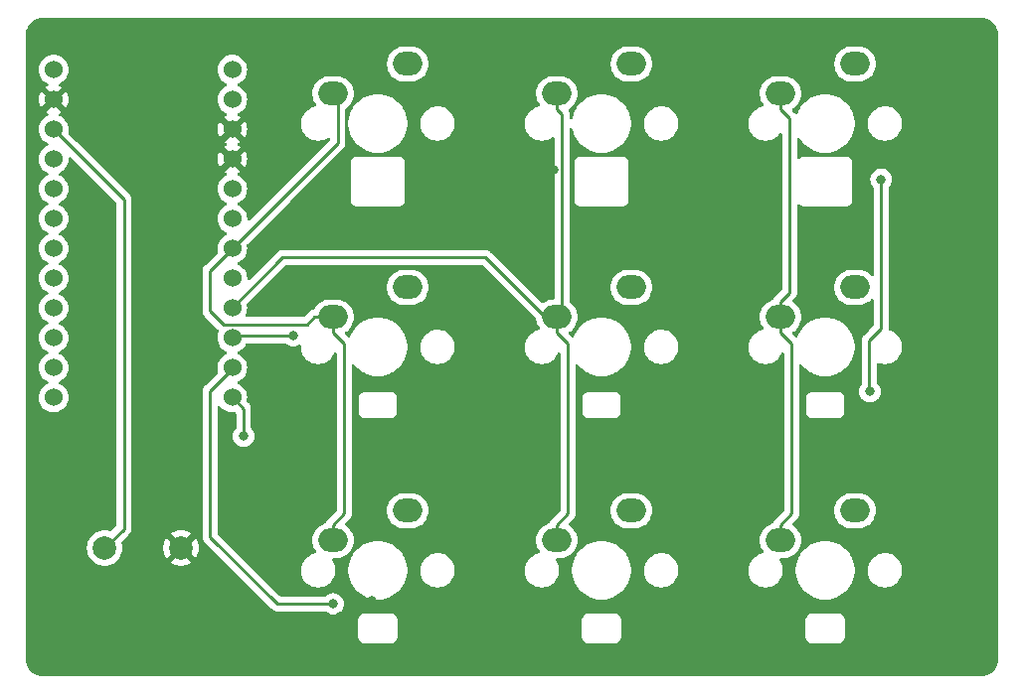
<source format=gbr>
%TF.GenerationSoftware,KiCad,Pcbnew,(6.0.1)*%
%TF.CreationDate,2022-06-19T22:09:19+09:00*%
%TF.ProjectId,reverse-mount-led-keboard,72657665-7273-4652-9d6d-6f756e742d6c,rev?*%
%TF.SameCoordinates,Original*%
%TF.FileFunction,Copper,L1,Top*%
%TF.FilePolarity,Positive*%
%FSLAX46Y46*%
G04 Gerber Fmt 4.6, Leading zero omitted, Abs format (unit mm)*
G04 Created by KiCad (PCBNEW (6.0.1)) date 2022-06-19 22:09:19*
%MOMM*%
%LPD*%
G01*
G04 APERTURE LIST*
%TA.AperFunction,ComponentPad*%
%ADD10O,2.500000X2.000000*%
%TD*%
%TA.AperFunction,ComponentPad*%
%ADD11C,1.524000*%
%TD*%
%TA.AperFunction,ComponentPad*%
%ADD12C,2.000000*%
%TD*%
%TA.AperFunction,ViaPad*%
%ADD13C,0.800000*%
%TD*%
%TA.AperFunction,Conductor*%
%ADD14C,0.250000*%
%TD*%
G04 APERTURE END LIST*
D10*
%TO.P,SW8,1,1*%
%TO.N,row1*%
X-730567000Y575945000D03*
%TO.P,SW8,2,2*%
%TO.N,Net-(D8-Pad2)*%
X-724217000Y578485000D03*
%TD*%
D11*
%TO.P,U1,1,TX0/D3*%
%TO.N,led*%
X-758198600Y616091000D03*
%TO.P,U1,2,RX1/D2*%
%TO.N,unconnected-(U1-Pad2)*%
X-758198600Y613551000D03*
%TO.P,U1,3,GND*%
%TO.N,GND*%
X-758198600Y611011000D03*
%TO.P,U1,4,GND*%
X-758198600Y608471000D03*
%TO.P,U1,5,2/D1/SDA*%
%TO.N,unconnected-(U1-Pad5)*%
X-758198600Y605931000D03*
%TO.P,U1,6,3/D0/SCL*%
%TO.N,unconnected-(U1-Pad6)*%
X-758198600Y603391000D03*
%TO.P,U1,7,4/D4*%
%TO.N,row0*%
X-758198600Y600851000D03*
%TO.P,U1,8,5/C6*%
%TO.N,col0*%
X-758198600Y598311000D03*
%TO.P,U1,9,6/D7*%
%TO.N,row1*%
X-758198600Y595771000D03*
%TO.P,U1,10,7/E6*%
%TO.N,col1*%
X-758198600Y593231000D03*
%TO.P,U1,11,8/B4*%
%TO.N,col2*%
X-758198600Y590691000D03*
%TO.P,U1,12,9/B5*%
%TO.N,row2*%
X-758198600Y588151000D03*
%TO.P,U1,13,B6/10*%
%TO.N,unconnected-(U1-Pad13)*%
X-773418600Y588151000D03*
%TO.P,U1,14,B2/16*%
%TO.N,unconnected-(U1-Pad14)*%
X-773418600Y590691000D03*
%TO.P,U1,15,B3/14*%
%TO.N,unconnected-(U1-Pad15)*%
X-773418600Y593231000D03*
%TO.P,U1,16,B1/15*%
%TO.N,unconnected-(U1-Pad16)*%
X-773418600Y595771000D03*
%TO.P,U1,17,F7/A0*%
%TO.N,unconnected-(U1-Pad17)*%
X-773418600Y598311000D03*
%TO.P,U1,18,F6/A1*%
%TO.N,unconnected-(U1-Pad18)*%
X-773418600Y600851000D03*
%TO.P,U1,19,F5/A2*%
%TO.N,unconnected-(U1-Pad19)*%
X-773418600Y603391000D03*
%TO.P,U1,20,F4/A3*%
%TO.N,unconnected-(U1-Pad20)*%
X-773418600Y605931000D03*
%TO.P,U1,21,VCC*%
%TO.N,VCC*%
X-773418600Y608471000D03*
%TO.P,U1,22,RST*%
%TO.N,reset*%
X-773418600Y611011000D03*
%TO.P,U1,23,GND*%
%TO.N,GND*%
X-773418600Y613551000D03*
%TO.P,U1,24,RAW*%
%TO.N,unconnected-(U1-Pad24)*%
X-773418600Y616091000D03*
%TD*%
D10*
%TO.P,SW7,1,1*%
%TO.N,row0*%
X-749617000Y575945000D03*
%TO.P,SW7,2,2*%
%TO.N,Net-(D7-Pad2)*%
X-743267000Y578485000D03*
%TD*%
%TO.P,SW3,1,1*%
%TO.N,row2*%
X-711517000Y614045000D03*
%TO.P,SW3,2,2*%
%TO.N,Net-(D3-Pad2)*%
X-705167000Y616585000D03*
%TD*%
%TO.P,SW2,1,1*%
%TO.N,row1*%
X-730567000Y614045000D03*
%TO.P,SW2,2,2*%
%TO.N,Net-(D2-Pad2)*%
X-724217000Y616585000D03*
%TD*%
%TO.P,SW5,1,1*%
%TO.N,row1*%
X-730567000Y594995000D03*
%TO.P,SW5,2,2*%
%TO.N,Net-(D5-Pad2)*%
X-724217000Y597535000D03*
%TD*%
D12*
%TO.P,SW10,1,1*%
%TO.N,reset*%
X-769060000Y575310000D03*
%TO.P,SW10,2,2*%
%TO.N,GND*%
X-762560000Y575310000D03*
%TD*%
D10*
%TO.P,SW4,1,1*%
%TO.N,row0*%
X-749617000Y594995000D03*
%TO.P,SW4,2,2*%
%TO.N,Net-(D4-Pad2)*%
X-743267000Y597535000D03*
%TD*%
%TO.P,SW6,1,1*%
%TO.N,row2*%
X-711517000Y594995000D03*
%TO.P,SW6,2,2*%
%TO.N,Net-(D6-Pad2)*%
X-705167000Y597535000D03*
%TD*%
%TO.P,SW1,1,1*%
%TO.N,row0*%
X-749617000Y614045000D03*
%TO.P,SW1,2,2*%
%TO.N,Net-(D1-Pad2)*%
X-743267000Y616585000D03*
%TD*%
%TO.P,SW9,1,1*%
%TO.N,row2*%
X-711517000Y575945000D03*
%TO.P,SW9,2,2*%
%TO.N,Net-(D9-Pad2)*%
X-705167000Y578485000D03*
%TD*%
D13*
%TO.N,col1*%
X-753014500Y593407500D03*
%TO.N,GND*%
X-746357000Y570800000D03*
X-711782000Y607531000D03*
X-705950000Y586206000D03*
X-728662500Y569595000D03*
X-709612500Y569595000D03*
X-749863000Y607559000D03*
X-724270000Y587041000D03*
X-730842000Y607541000D03*
X-743345000Y587073000D03*
%TO.N,Net-(LED3-Pad2)*%
X-702945000Y606742500D03*
X-703897500Y588645000D03*
%TO.N,col2*%
X-749617500Y570547500D03*
%TO.N,row2*%
X-757237500Y584835000D03*
%TD*%
D14*
%TO.N,reset*%
X-767430000Y576940000D02*
X-767430000Y605022000D01*
X-767430000Y605022000D02*
X-773419000Y611011000D01*
X-769060000Y575310000D02*
X-767430000Y576940000D01*
%TO.N,col2*%
X-758198600Y590691000D02*
X-758198600Y590590730D01*
X-760095000Y576262500D02*
X-754380000Y570547500D01*
X-758198600Y590590730D02*
X-760095000Y588694330D01*
X-760095000Y588694330D02*
X-760095000Y576262500D01*
X-754380000Y570547500D02*
X-749617500Y570547500D01*
%TO.N,col1*%
X-758022500Y593407500D02*
X-758199000Y593231000D01*
X-753014500Y593407500D02*
X-758022500Y593407500D01*
%TO.N,Net-(LED3-Pad2)*%
X-702945000Y606742500D02*
X-702945000Y594010157D01*
X-702945000Y594010157D02*
X-703951521Y593003636D01*
X-703951521Y588699021D02*
X-703897500Y588645000D01*
X-703951521Y593003636D02*
X-703951521Y588699021D01*
%TO.N,row0*%
X-749617000Y614045000D02*
X-749234000Y613662000D01*
X-749234000Y609816000D02*
X-760095000Y598955000D01*
X-748665000Y578223000D02*
X-748665000Y592717000D01*
X-749617000Y577271000D02*
X-748665000Y578223000D01*
X-749617000Y593669000D02*
X-749617000Y594995000D01*
X-760095000Y598955000D02*
X-760095000Y595492000D01*
X-760095000Y595492000D02*
X-758963000Y594360000D01*
X-751828000Y594360000D02*
X-751193000Y594995000D01*
X-749234000Y613662000D02*
X-749234000Y609816000D01*
X-758963000Y594360000D02*
X-751828000Y594360000D01*
X-751193000Y594995000D02*
X-749617000Y594995000D01*
X-748665000Y592717000D02*
X-749617000Y593669000D01*
X-749617000Y575945000D02*
X-749617000Y577271000D01*
%TO.N,row1*%
X-730567000Y614045000D02*
X-730567000Y612719000D01*
X-729615000Y592717000D02*
X-729615000Y578223000D01*
X-730567000Y594995000D02*
X-730567000Y593669000D01*
X-730567000Y593669000D02*
X-729615000Y592717000D01*
X-730111000Y595451000D02*
X-730567000Y594995000D01*
X-730111000Y612263000D02*
X-730111000Y595451000D01*
X-731561000Y594995000D02*
X-730567000Y594995000D01*
X-730567000Y612719000D02*
X-730111000Y612263000D01*
X-736641000Y600075000D02*
X-753895000Y600075000D01*
X-736641000Y600075000D02*
X-731561000Y594995000D01*
X-730567000Y577271000D02*
X-730567000Y575945000D01*
X-753895000Y600075000D02*
X-758199000Y595771000D01*
X-729615000Y578223000D02*
X-730567000Y577271000D01*
%TO.N,row2*%
X-710565000Y578223000D02*
X-710565000Y592717000D01*
X-711517000Y577271000D02*
X-710565000Y578223000D01*
X-711517000Y596321000D02*
X-710740000Y597098000D01*
X-757237500Y584835000D02*
X-757237500Y587189900D01*
X-711517000Y575945000D02*
X-711517000Y577271000D01*
X-710565000Y592717000D02*
X-711517000Y593669000D01*
X-757237500Y587189900D02*
X-758198600Y588151000D01*
X-710740000Y611942000D02*
X-711517000Y612719000D01*
X-711517000Y614045000D02*
X-711517000Y612719000D01*
X-711517000Y593669000D02*
X-711517000Y594995000D01*
X-710740000Y597098000D02*
X-710740000Y611942000D01*
X-711517000Y594995000D02*
X-711517000Y596321000D01*
%TD*%
%TA.AperFunction,Conductor*%
%TO.N,GND*%
G36*
X-694402443Y620520500D02*
G01*
X-694387642Y620518195D01*
X-694387639Y620518195D01*
X-694378770Y620516814D01*
X-694364731Y620518650D01*
X-694338511Y620519325D01*
X-694163846Y620505579D01*
X-694144319Y620502486D01*
X-693950441Y620455940D01*
X-693931646Y620449833D01*
X-693747433Y620373529D01*
X-693729822Y620364555D01*
X-693559815Y620260374D01*
X-693543827Y620248759D01*
X-693392212Y620119268D01*
X-693378234Y620105290D01*
X-693248741Y619953673D01*
X-693237126Y619937685D01*
X-693132945Y619767678D01*
X-693123971Y619750067D01*
X-693104692Y619703524D01*
X-693047669Y619565859D01*
X-693041559Y619547055D01*
X-692995014Y619353182D01*
X-692991921Y619333653D01*
X-692978726Y619165987D01*
X-692979367Y619149119D01*
X-692979195Y619149117D01*
X-692979305Y619140141D01*
X-692980686Y619131270D01*
X-692979522Y619122368D01*
X-692979522Y619122365D01*
X-692976564Y619099749D01*
X-692975500Y619083411D01*
X-692975500Y565834328D01*
X-692977000Y565814944D01*
X-692980686Y565791270D01*
X-692979046Y565778730D01*
X-692978850Y565777233D01*
X-692978175Y565751011D01*
X-692991921Y565576346D01*
X-692995014Y565556818D01*
X-693041559Y565362945D01*
X-693047667Y565344146D01*
X-693123971Y565159933D01*
X-693132945Y565142322D01*
X-693237126Y564972315D01*
X-693248741Y564956327D01*
X-693378232Y564804712D01*
X-693392210Y564790734D01*
X-693543827Y564661241D01*
X-693559815Y564649626D01*
X-693729822Y564545445D01*
X-693747433Y564536471D01*
X-693931646Y564460167D01*
X-693950441Y564454060D01*
X-694144318Y564407514D01*
X-694163847Y564404421D01*
X-694331513Y564391226D01*
X-694348381Y564391867D01*
X-694348383Y564391695D01*
X-694357359Y564391805D01*
X-694366230Y564393186D01*
X-694375132Y564392022D01*
X-694375135Y564392022D01*
X-694397751Y564389064D01*
X-694414089Y564388000D01*
X-774333172Y564388000D01*
X-774352557Y564389500D01*
X-774367358Y564391805D01*
X-774367361Y564391805D01*
X-774376230Y564393186D01*
X-774390269Y564391350D01*
X-774416489Y564390675D01*
X-774591154Y564404421D01*
X-774610682Y564407514D01*
X-774804559Y564454060D01*
X-774823354Y564460167D01*
X-775007567Y564536471D01*
X-775025178Y564545445D01*
X-775195185Y564649626D01*
X-775211173Y564661241D01*
X-775362790Y564790734D01*
X-775376768Y564804712D01*
X-775506259Y564956327D01*
X-775517874Y564972315D01*
X-775622055Y565142322D01*
X-775631029Y565159933D01*
X-775707333Y565344146D01*
X-775713441Y565362945D01*
X-775759986Y565556818D01*
X-775763079Y565576347D01*
X-775776274Y565744013D01*
X-775775633Y565760881D01*
X-775775805Y565760883D01*
X-775775695Y565769859D01*
X-775774314Y565778730D01*
X-775775953Y565791270D01*
X-775778436Y565810251D01*
X-775779500Y565826589D01*
X-775779500Y567625348D01*
X-747465476Y567625348D01*
X-747463010Y567616719D01*
X-747463009Y567616714D01*
X-747457361Y567596952D01*
X-747453783Y567580191D01*
X-747450870Y567559848D01*
X-747450867Y567559838D01*
X-747449595Y567550955D01*
X-747438979Y567527605D01*
X-747432536Y567510093D01*
X-747425488Y567485435D01*
X-747409726Y567460452D01*
X-747401596Y567445386D01*
X-747389367Y567418490D01*
X-747372626Y567399061D01*
X-747361521Y567384053D01*
X-747347840Y567362369D01*
X-747341112Y567356427D01*
X-747325704Y567342819D01*
X-747313660Y567330627D01*
X-747294381Y567308253D01*
X-747286853Y567303374D01*
X-747286850Y567303371D01*
X-747272861Y567294304D01*
X-747257987Y567283014D01*
X-747238772Y567266044D01*
X-747230646Y567262229D01*
X-747230645Y567262228D01*
X-747224979Y567259568D01*
X-747212034Y567253490D01*
X-747197065Y567245176D01*
X-747172273Y567229107D01*
X-747155350Y567224046D01*
X-747147710Y567221761D01*
X-747130264Y567215099D01*
X-747107052Y567204201D01*
X-747077870Y567199657D01*
X-747061151Y567195874D01*
X-747041464Y567189986D01*
X-747041461Y567189985D01*
X-747032859Y567187413D01*
X-747023884Y567187358D01*
X-747023883Y567187358D01*
X-747017190Y567187317D01*
X-746998444Y567187203D01*
X-746997672Y567187170D01*
X-746996577Y567187000D01*
X-746965702Y567187000D01*
X-746964932Y567186998D01*
X-746891284Y567186548D01*
X-746891283Y567186548D01*
X-746887348Y567186524D01*
X-746886004Y567186908D01*
X-746884659Y567187000D01*
X-744665702Y567187000D01*
X-744664931Y567186998D01*
X-744587348Y567186524D01*
X-744578719Y567188990D01*
X-744578714Y567188991D01*
X-744558952Y567194639D01*
X-744542191Y567198217D01*
X-744521848Y567201130D01*
X-744521838Y567201133D01*
X-744512955Y567202405D01*
X-744489605Y567213021D01*
X-744472093Y567219464D01*
X-744456063Y567224046D01*
X-744447435Y567226512D01*
X-744422452Y567242274D01*
X-744407386Y567250404D01*
X-744380490Y567262633D01*
X-744361061Y567279374D01*
X-744346053Y567290479D01*
X-744331961Y567299370D01*
X-744324369Y567304160D01*
X-744304818Y567326297D01*
X-744292626Y567338341D01*
X-744277051Y567351761D01*
X-744277050Y567351763D01*
X-744270253Y567357619D01*
X-744265374Y567365147D01*
X-744265371Y567365150D01*
X-744256304Y567379139D01*
X-744245014Y567394013D01*
X-744233988Y567406498D01*
X-744228044Y567413228D01*
X-744215490Y567439966D01*
X-744207176Y567454935D01*
X-744191107Y567479727D01*
X-744183761Y567504291D01*
X-744177099Y567521736D01*
X-744170017Y567536821D01*
X-744166201Y567544948D01*
X-744161657Y567574130D01*
X-744157874Y567590849D01*
X-744151986Y567610536D01*
X-744151985Y567610539D01*
X-744149413Y567619141D01*
X-744149375Y567625348D01*
X-728415476Y567625348D01*
X-728413010Y567616719D01*
X-728413009Y567616714D01*
X-728407361Y567596952D01*
X-728403783Y567580191D01*
X-728400870Y567559848D01*
X-728400867Y567559838D01*
X-728399595Y567550955D01*
X-728388979Y567527605D01*
X-728382536Y567510093D01*
X-728375488Y567485435D01*
X-728359726Y567460452D01*
X-728351596Y567445386D01*
X-728339367Y567418490D01*
X-728322626Y567399061D01*
X-728311521Y567384053D01*
X-728297840Y567362369D01*
X-728291112Y567356427D01*
X-728275704Y567342819D01*
X-728263660Y567330627D01*
X-728244381Y567308253D01*
X-728236853Y567303374D01*
X-728236850Y567303371D01*
X-728222861Y567294304D01*
X-728207987Y567283014D01*
X-728188772Y567266044D01*
X-728180646Y567262229D01*
X-728180645Y567262228D01*
X-728174979Y567259568D01*
X-728162034Y567253490D01*
X-728147065Y567245176D01*
X-728122273Y567229107D01*
X-728105350Y567224046D01*
X-728097710Y567221761D01*
X-728080264Y567215099D01*
X-728057052Y567204201D01*
X-728027870Y567199657D01*
X-728011151Y567195874D01*
X-727991464Y567189986D01*
X-727991461Y567189985D01*
X-727982859Y567187413D01*
X-727973884Y567187358D01*
X-727973883Y567187358D01*
X-727967190Y567187317D01*
X-727948444Y567187203D01*
X-727947672Y567187170D01*
X-727946577Y567187000D01*
X-727915702Y567187000D01*
X-727914932Y567186998D01*
X-727841284Y567186548D01*
X-727841283Y567186548D01*
X-727837348Y567186524D01*
X-727836004Y567186908D01*
X-727834659Y567187000D01*
X-725615702Y567187000D01*
X-725614931Y567186998D01*
X-725537348Y567186524D01*
X-725528719Y567188990D01*
X-725528714Y567188991D01*
X-725508952Y567194639D01*
X-725492191Y567198217D01*
X-725471848Y567201130D01*
X-725471838Y567201133D01*
X-725462955Y567202405D01*
X-725439605Y567213021D01*
X-725422093Y567219464D01*
X-725406063Y567224046D01*
X-725397435Y567226512D01*
X-725372452Y567242274D01*
X-725357386Y567250404D01*
X-725330490Y567262633D01*
X-725311061Y567279374D01*
X-725296053Y567290479D01*
X-725281961Y567299370D01*
X-725274369Y567304160D01*
X-725254818Y567326297D01*
X-725242626Y567338341D01*
X-725227051Y567351761D01*
X-725227050Y567351763D01*
X-725220253Y567357619D01*
X-725215374Y567365147D01*
X-725215371Y567365150D01*
X-725206304Y567379139D01*
X-725195014Y567394013D01*
X-725183988Y567406498D01*
X-725178044Y567413228D01*
X-725165490Y567439966D01*
X-725157176Y567454935D01*
X-725141107Y567479727D01*
X-725133761Y567504291D01*
X-725127099Y567521736D01*
X-725120017Y567536821D01*
X-725116201Y567544948D01*
X-725111657Y567574130D01*
X-725107874Y567590849D01*
X-725101986Y567610536D01*
X-725101985Y567610539D01*
X-725099413Y567619141D01*
X-725099375Y567625348D01*
X-709365476Y567625348D01*
X-709363010Y567616719D01*
X-709363009Y567616714D01*
X-709357361Y567596952D01*
X-709353783Y567580191D01*
X-709350870Y567559848D01*
X-709350867Y567559838D01*
X-709349595Y567550955D01*
X-709338979Y567527605D01*
X-709332536Y567510093D01*
X-709325488Y567485435D01*
X-709309726Y567460452D01*
X-709301596Y567445386D01*
X-709289367Y567418490D01*
X-709272626Y567399061D01*
X-709261521Y567384053D01*
X-709247840Y567362369D01*
X-709241112Y567356427D01*
X-709225704Y567342819D01*
X-709213660Y567330627D01*
X-709194381Y567308253D01*
X-709186853Y567303374D01*
X-709186850Y567303371D01*
X-709172861Y567294304D01*
X-709157987Y567283014D01*
X-709138772Y567266044D01*
X-709130646Y567262229D01*
X-709130645Y567262228D01*
X-709124979Y567259568D01*
X-709112034Y567253490D01*
X-709097065Y567245176D01*
X-709072273Y567229107D01*
X-709055350Y567224046D01*
X-709047710Y567221761D01*
X-709030264Y567215099D01*
X-709007052Y567204201D01*
X-708977870Y567199657D01*
X-708961151Y567195874D01*
X-708941464Y567189986D01*
X-708941461Y567189985D01*
X-708932859Y567187413D01*
X-708923884Y567187358D01*
X-708923883Y567187358D01*
X-708917190Y567187317D01*
X-708898444Y567187203D01*
X-708897672Y567187170D01*
X-708896577Y567187000D01*
X-708865702Y567187000D01*
X-708864932Y567186998D01*
X-708791284Y567186548D01*
X-708791283Y567186548D01*
X-708787348Y567186524D01*
X-708786004Y567186908D01*
X-708784659Y567187000D01*
X-706565702Y567187000D01*
X-706564931Y567186998D01*
X-706487348Y567186524D01*
X-706478719Y567188990D01*
X-706478714Y567188991D01*
X-706458952Y567194639D01*
X-706442191Y567198217D01*
X-706421848Y567201130D01*
X-706421838Y567201133D01*
X-706412955Y567202405D01*
X-706389605Y567213021D01*
X-706372093Y567219464D01*
X-706356063Y567224046D01*
X-706347435Y567226512D01*
X-706322452Y567242274D01*
X-706307386Y567250404D01*
X-706280490Y567262633D01*
X-706261061Y567279374D01*
X-706246053Y567290479D01*
X-706231961Y567299370D01*
X-706224369Y567304160D01*
X-706204818Y567326297D01*
X-706192626Y567338341D01*
X-706177051Y567351761D01*
X-706177050Y567351763D01*
X-706170253Y567357619D01*
X-706165374Y567365147D01*
X-706165371Y567365150D01*
X-706156304Y567379139D01*
X-706145014Y567394013D01*
X-706133988Y567406498D01*
X-706128044Y567413228D01*
X-706115490Y567439966D01*
X-706107176Y567454935D01*
X-706091107Y567479727D01*
X-706083761Y567504291D01*
X-706077099Y567521736D01*
X-706070017Y567536821D01*
X-706066201Y567544948D01*
X-706061657Y567574130D01*
X-706057874Y567590849D01*
X-706051986Y567610536D01*
X-706051985Y567610539D01*
X-706049413Y567619141D01*
X-706049203Y567653556D01*
X-706049170Y567654328D01*
X-706049000Y567655423D01*
X-706049000Y567686298D01*
X-706048998Y567687068D01*
X-706048548Y567760716D01*
X-706048548Y567760717D01*
X-706048524Y567764652D01*
X-706048908Y567765996D01*
X-706049000Y567767341D01*
X-706049000Y569186298D01*
X-706048998Y569187068D01*
X-706048579Y569255678D01*
X-706048524Y569264652D01*
X-706050990Y569273281D01*
X-706050991Y569273286D01*
X-706056639Y569293048D01*
X-706060217Y569309809D01*
X-706063130Y569330152D01*
X-706063133Y569330162D01*
X-706064405Y569339045D01*
X-706075021Y569362395D01*
X-706081464Y569379907D01*
X-706086046Y569395937D01*
X-706088512Y569404565D01*
X-706104274Y569429548D01*
X-706112404Y569444614D01*
X-706124633Y569471510D01*
X-706141374Y569490939D01*
X-706152479Y569505947D01*
X-706161370Y569520039D01*
X-706166160Y569527631D01*
X-706188297Y569547182D01*
X-706200341Y569559374D01*
X-706213761Y569574949D01*
X-706213763Y569574950D01*
X-706219619Y569581747D01*
X-706227147Y569586626D01*
X-706227150Y569586629D01*
X-706241139Y569595696D01*
X-706256013Y569606986D01*
X-706268498Y569618012D01*
X-706275228Y569623956D01*
X-706283354Y569627771D01*
X-706283355Y569627772D01*
X-706289021Y569630432D01*
X-706301966Y569636510D01*
X-706316935Y569644824D01*
X-706341727Y569660893D01*
X-706366291Y569668239D01*
X-706383736Y569674901D01*
X-706388918Y569677334D01*
X-706406948Y569685799D01*
X-706436130Y569690343D01*
X-706452849Y569694126D01*
X-706472536Y569700014D01*
X-706472539Y569700015D01*
X-706481141Y569702587D01*
X-706490116Y569702642D01*
X-706490117Y569702642D01*
X-706496810Y569702683D01*
X-706515556Y569702797D01*
X-706516328Y569702830D01*
X-706517423Y569703000D01*
X-706548298Y569703000D01*
X-706549068Y569703002D01*
X-706622716Y569703452D01*
X-706622717Y569703452D01*
X-706626652Y569703476D01*
X-706627996Y569703092D01*
X-706629341Y569703000D01*
X-708848298Y569703000D01*
X-708849068Y569703002D01*
X-708849922Y569703007D01*
X-708926652Y569703476D01*
X-708935281Y569701010D01*
X-708935286Y569701009D01*
X-708955048Y569695361D01*
X-708971809Y569691783D01*
X-708992152Y569688870D01*
X-708992162Y569688867D01*
X-709001045Y569687595D01*
X-709024395Y569676979D01*
X-709041907Y569670536D01*
X-709049943Y569668239D01*
X-709066565Y569663488D01*
X-709091548Y569647726D01*
X-709106614Y569639596D01*
X-709133510Y569627367D01*
X-709152939Y569610626D01*
X-709167947Y569599521D01*
X-709189631Y569585840D01*
X-709195573Y569579112D01*
X-709209181Y569563704D01*
X-709221373Y569551660D01*
X-709243747Y569532381D01*
X-709248626Y569524853D01*
X-709248629Y569524850D01*
X-709257696Y569510861D01*
X-709268986Y569495987D01*
X-709285956Y569476772D01*
X-709298510Y569450034D01*
X-709306824Y569435065D01*
X-709322893Y569410273D01*
X-709325465Y569401673D01*
X-709330239Y569385710D01*
X-709336901Y569368264D01*
X-709347799Y569345052D01*
X-709352342Y569315872D01*
X-709356126Y569299151D01*
X-709362014Y569279464D01*
X-709362015Y569279461D01*
X-709364587Y569270859D01*
X-709364642Y569261884D01*
X-709364642Y569261883D01*
X-709364797Y569236454D01*
X-709364830Y569235672D01*
X-709365000Y569234577D01*
X-709365000Y569203702D01*
X-709365002Y569202932D01*
X-709365476Y569125348D01*
X-709365092Y569124004D01*
X-709365000Y569122659D01*
X-709365000Y567703702D01*
X-709365002Y567702932D01*
X-709365476Y567625348D01*
X-725099375Y567625348D01*
X-725099203Y567653556D01*
X-725099170Y567654328D01*
X-725099000Y567655423D01*
X-725099000Y567686298D01*
X-725098998Y567687068D01*
X-725098548Y567760716D01*
X-725098548Y567760717D01*
X-725098524Y567764652D01*
X-725098908Y567765996D01*
X-725099000Y567767341D01*
X-725099000Y569186298D01*
X-725098998Y569187068D01*
X-725098579Y569255678D01*
X-725098524Y569264652D01*
X-725100990Y569273281D01*
X-725100991Y569273286D01*
X-725106639Y569293048D01*
X-725110217Y569309809D01*
X-725113130Y569330152D01*
X-725113133Y569330162D01*
X-725114405Y569339045D01*
X-725125021Y569362395D01*
X-725131464Y569379907D01*
X-725136046Y569395937D01*
X-725138512Y569404565D01*
X-725154274Y569429548D01*
X-725162404Y569444614D01*
X-725174633Y569471510D01*
X-725191374Y569490939D01*
X-725202479Y569505947D01*
X-725211370Y569520039D01*
X-725216160Y569527631D01*
X-725238297Y569547182D01*
X-725250341Y569559374D01*
X-725263761Y569574949D01*
X-725263763Y569574950D01*
X-725269619Y569581747D01*
X-725277147Y569586626D01*
X-725277150Y569586629D01*
X-725291139Y569595696D01*
X-725306013Y569606986D01*
X-725318498Y569618012D01*
X-725325228Y569623956D01*
X-725333354Y569627771D01*
X-725333355Y569627772D01*
X-725339021Y569630432D01*
X-725351966Y569636510D01*
X-725366935Y569644824D01*
X-725391727Y569660893D01*
X-725416291Y569668239D01*
X-725433736Y569674901D01*
X-725438918Y569677334D01*
X-725456948Y569685799D01*
X-725486130Y569690343D01*
X-725502849Y569694126D01*
X-725522536Y569700014D01*
X-725522539Y569700015D01*
X-725531141Y569702587D01*
X-725540116Y569702642D01*
X-725540117Y569702642D01*
X-725546810Y569702683D01*
X-725565556Y569702797D01*
X-725566328Y569702830D01*
X-725567423Y569703000D01*
X-725598298Y569703000D01*
X-725599068Y569703002D01*
X-725672716Y569703452D01*
X-725672717Y569703452D01*
X-725676652Y569703476D01*
X-725677996Y569703092D01*
X-725679341Y569703000D01*
X-727898298Y569703000D01*
X-727899068Y569703002D01*
X-727899922Y569703007D01*
X-727976652Y569703476D01*
X-727985281Y569701010D01*
X-727985286Y569701009D01*
X-728005048Y569695361D01*
X-728021809Y569691783D01*
X-728042152Y569688870D01*
X-728042162Y569688867D01*
X-728051045Y569687595D01*
X-728074395Y569676979D01*
X-728091907Y569670536D01*
X-728099943Y569668239D01*
X-728116565Y569663488D01*
X-728141548Y569647726D01*
X-728156614Y569639596D01*
X-728183510Y569627367D01*
X-728202939Y569610626D01*
X-728217947Y569599521D01*
X-728239631Y569585840D01*
X-728245573Y569579112D01*
X-728259181Y569563704D01*
X-728271373Y569551660D01*
X-728293747Y569532381D01*
X-728298626Y569524853D01*
X-728298629Y569524850D01*
X-728307696Y569510861D01*
X-728318986Y569495987D01*
X-728335956Y569476772D01*
X-728348510Y569450034D01*
X-728356824Y569435065D01*
X-728372893Y569410273D01*
X-728375465Y569401673D01*
X-728380239Y569385710D01*
X-728386901Y569368264D01*
X-728397799Y569345052D01*
X-728402342Y569315872D01*
X-728406126Y569299151D01*
X-728412014Y569279464D01*
X-728412015Y569279461D01*
X-728414587Y569270859D01*
X-728414642Y569261884D01*
X-728414642Y569261883D01*
X-728414797Y569236454D01*
X-728414830Y569235672D01*
X-728415000Y569234577D01*
X-728415000Y569203702D01*
X-728415002Y569202932D01*
X-728415476Y569125348D01*
X-728415092Y569124004D01*
X-728415000Y569122659D01*
X-728415000Y567703702D01*
X-728415002Y567702932D01*
X-728415476Y567625348D01*
X-744149375Y567625348D01*
X-744149203Y567653556D01*
X-744149170Y567654328D01*
X-744149000Y567655423D01*
X-744149000Y567686298D01*
X-744148998Y567687068D01*
X-744148548Y567760716D01*
X-744148548Y567760717D01*
X-744148524Y567764652D01*
X-744148908Y567765996D01*
X-744149000Y567767341D01*
X-744149000Y569186298D01*
X-744148998Y569187068D01*
X-744148579Y569255678D01*
X-744148524Y569264652D01*
X-744150990Y569273281D01*
X-744150991Y569273286D01*
X-744156639Y569293048D01*
X-744160217Y569309809D01*
X-744163130Y569330152D01*
X-744163133Y569330162D01*
X-744164405Y569339045D01*
X-744175021Y569362395D01*
X-744181464Y569379907D01*
X-744186046Y569395937D01*
X-744188512Y569404565D01*
X-744204274Y569429548D01*
X-744212404Y569444614D01*
X-744224633Y569471510D01*
X-744241374Y569490939D01*
X-744252479Y569505947D01*
X-744261370Y569520039D01*
X-744266160Y569527631D01*
X-744288297Y569547182D01*
X-744300341Y569559374D01*
X-744313761Y569574949D01*
X-744313763Y569574950D01*
X-744319619Y569581747D01*
X-744327147Y569586626D01*
X-744327150Y569586629D01*
X-744341139Y569595696D01*
X-744356013Y569606986D01*
X-744368498Y569618012D01*
X-744375228Y569623956D01*
X-744383354Y569627771D01*
X-744383355Y569627772D01*
X-744389021Y569630432D01*
X-744401966Y569636510D01*
X-744416935Y569644824D01*
X-744441727Y569660893D01*
X-744466291Y569668239D01*
X-744483736Y569674901D01*
X-744488918Y569677334D01*
X-744506948Y569685799D01*
X-744536130Y569690343D01*
X-744552849Y569694126D01*
X-744572536Y569700014D01*
X-744572539Y569700015D01*
X-744581141Y569702587D01*
X-744590116Y569702642D01*
X-744590117Y569702642D01*
X-744596810Y569702683D01*
X-744615556Y569702797D01*
X-744616328Y569702830D01*
X-744617423Y569703000D01*
X-744648298Y569703000D01*
X-744649068Y569703002D01*
X-744722716Y569703452D01*
X-744722717Y569703452D01*
X-744726652Y569703476D01*
X-744727996Y569703092D01*
X-744729341Y569703000D01*
X-746948298Y569703000D01*
X-746949068Y569703002D01*
X-746949922Y569703007D01*
X-747026652Y569703476D01*
X-747035281Y569701010D01*
X-747035286Y569701009D01*
X-747055048Y569695361D01*
X-747071809Y569691783D01*
X-747092152Y569688870D01*
X-747092162Y569688867D01*
X-747101045Y569687595D01*
X-747124395Y569676979D01*
X-747141907Y569670536D01*
X-747149943Y569668239D01*
X-747166565Y569663488D01*
X-747191548Y569647726D01*
X-747206614Y569639596D01*
X-747233510Y569627367D01*
X-747252939Y569610626D01*
X-747267947Y569599521D01*
X-747289631Y569585840D01*
X-747295573Y569579112D01*
X-747309181Y569563704D01*
X-747321373Y569551660D01*
X-747343747Y569532381D01*
X-747348626Y569524853D01*
X-747348629Y569524850D01*
X-747357696Y569510861D01*
X-747368986Y569495987D01*
X-747385956Y569476772D01*
X-747398510Y569450034D01*
X-747406824Y569435065D01*
X-747422893Y569410273D01*
X-747425465Y569401673D01*
X-747430239Y569385710D01*
X-747436901Y569368264D01*
X-747447799Y569345052D01*
X-747452342Y569315872D01*
X-747456126Y569299151D01*
X-747462014Y569279464D01*
X-747462015Y569279461D01*
X-747464587Y569270859D01*
X-747464642Y569261884D01*
X-747464642Y569261883D01*
X-747464797Y569236454D01*
X-747464830Y569235672D01*
X-747465000Y569234577D01*
X-747465000Y569203702D01*
X-747465002Y569202932D01*
X-747465476Y569125348D01*
X-747465092Y569124004D01*
X-747465000Y569122659D01*
X-747465000Y567703702D01*
X-747465002Y567702932D01*
X-747465476Y567625348D01*
X-775779500Y567625348D01*
X-775779500Y588151000D01*
X-774693953Y588151000D01*
X-774674578Y587929537D01*
X-774655346Y587857763D01*
X-774622853Y587736500D01*
X-774617040Y587714804D01*
X-774614718Y587709823D01*
X-774614717Y587709822D01*
X-774525414Y587518311D01*
X-774525411Y587518306D01*
X-774523088Y587513324D01*
X-774519932Y587508817D01*
X-774519931Y587508815D01*
X-774407815Y587348697D01*
X-774395577Y587331219D01*
X-774238381Y587174023D01*
X-774233873Y587170866D01*
X-774233870Y587170864D01*
X-774186557Y587137735D01*
X-774056277Y587046512D01*
X-774051295Y587044189D01*
X-774051290Y587044186D01*
X-773872287Y586960716D01*
X-773854796Y586952560D01*
X-773849488Y586951138D01*
X-773849486Y586951137D01*
X-773783651Y586933497D01*
X-773640063Y586895022D01*
X-773418600Y586875647D01*
X-773197137Y586895022D01*
X-773053549Y586933497D01*
X-772987714Y586951137D01*
X-772987712Y586951138D01*
X-772982404Y586952560D01*
X-772964913Y586960716D01*
X-772785910Y587044186D01*
X-772785905Y587044189D01*
X-772780923Y587046512D01*
X-772650643Y587137735D01*
X-772603330Y587170864D01*
X-772603327Y587170866D01*
X-772598819Y587174023D01*
X-772441623Y587331219D01*
X-772429384Y587348697D01*
X-772317269Y587508815D01*
X-772317268Y587508817D01*
X-772314112Y587513324D01*
X-772311789Y587518306D01*
X-772311786Y587518311D01*
X-772222483Y587709822D01*
X-772222482Y587709823D01*
X-772220160Y587714804D01*
X-772214346Y587736500D01*
X-772181854Y587857763D01*
X-772162622Y587929537D01*
X-772143247Y588151000D01*
X-772162622Y588372463D01*
X-772205124Y588531082D01*
X-772218737Y588581886D01*
X-772218738Y588581888D01*
X-772220160Y588587196D01*
X-772222866Y588592999D01*
X-772311786Y588783689D01*
X-772311789Y588783694D01*
X-772314112Y588788676D01*
X-772334075Y588817186D01*
X-772438464Y588966270D01*
X-772438466Y588966273D01*
X-772441623Y588970781D01*
X-772598819Y589127977D01*
X-772603327Y589131134D01*
X-772603330Y589131136D01*
X-772698796Y589197982D01*
X-772780923Y589255488D01*
X-772785905Y589257811D01*
X-772785910Y589257814D01*
X-772890973Y589306805D01*
X-772944258Y589353722D01*
X-772963719Y589421999D01*
X-772943177Y589489959D01*
X-772890973Y589535195D01*
X-772785910Y589584186D01*
X-772785905Y589584189D01*
X-772780923Y589586512D01*
X-772679096Y589657813D01*
X-772603330Y589710864D01*
X-772603327Y589710866D01*
X-772598819Y589714023D01*
X-772441623Y589871219D01*
X-772388910Y589946500D01*
X-772317269Y590048815D01*
X-772317268Y590048817D01*
X-772314112Y590053324D01*
X-772311789Y590058306D01*
X-772311786Y590058311D01*
X-772222483Y590249822D01*
X-772222482Y590249823D01*
X-772220160Y590254804D01*
X-772162622Y590469537D01*
X-772143247Y590691000D01*
X-772162622Y590912463D01*
X-772214218Y591105019D01*
X-772218737Y591121886D01*
X-772218738Y591121888D01*
X-772220160Y591127196D01*
X-772236927Y591163153D01*
X-772311786Y591323689D01*
X-772311789Y591323694D01*
X-772314112Y591328676D01*
X-772353425Y591384821D01*
X-772438464Y591506270D01*
X-772438466Y591506273D01*
X-772441623Y591510781D01*
X-772598819Y591667977D01*
X-772603327Y591671134D01*
X-772603330Y591671136D01*
X-772679095Y591724187D01*
X-772780923Y591795488D01*
X-772785905Y591797811D01*
X-772785910Y591797814D01*
X-772890973Y591846805D01*
X-772944258Y591893722D01*
X-772963719Y591961999D01*
X-772943177Y592029959D01*
X-772890973Y592075195D01*
X-772785910Y592124186D01*
X-772785905Y592124189D01*
X-772780923Y592126512D01*
X-772679096Y592197813D01*
X-772603330Y592250864D01*
X-772603327Y592250866D01*
X-772598819Y592254023D01*
X-772441623Y592411219D01*
X-772379197Y592500372D01*
X-772317269Y592588815D01*
X-772317268Y592588817D01*
X-772314112Y592593324D01*
X-772311789Y592598306D01*
X-772311786Y592598311D01*
X-772222483Y592789822D01*
X-772222482Y592789823D01*
X-772220160Y592794804D01*
X-772162622Y593009537D01*
X-772143247Y593231000D01*
X-772162622Y593452463D01*
X-772216574Y593653812D01*
X-772218737Y593661886D01*
X-772218738Y593661888D01*
X-772220160Y593667196D01*
X-772247814Y593726500D01*
X-772311786Y593863689D01*
X-772311789Y593863694D01*
X-772314112Y593868676D01*
X-772317269Y593873185D01*
X-772438464Y594046270D01*
X-772438466Y594046273D01*
X-772441623Y594050781D01*
X-772598819Y594207977D01*
X-772603327Y594211134D01*
X-772603330Y594211136D01*
X-772715614Y594289758D01*
X-772780923Y594335488D01*
X-772785905Y594337811D01*
X-772785910Y594337814D01*
X-772890973Y594386805D01*
X-772944258Y594433722D01*
X-772963719Y594501999D01*
X-772943177Y594569959D01*
X-772890973Y594615195D01*
X-772785910Y594664186D01*
X-772785905Y594664189D01*
X-772780923Y594666512D01*
X-772604183Y594790267D01*
X-772603330Y594790864D01*
X-772603327Y594790866D01*
X-772598819Y594794023D01*
X-772441623Y594951219D01*
X-772433023Y594963500D01*
X-772317269Y595128815D01*
X-772317268Y595128817D01*
X-772314112Y595133324D01*
X-772311789Y595138306D01*
X-772311786Y595138311D01*
X-772222483Y595329822D01*
X-772222482Y595329823D01*
X-772220160Y595334804D01*
X-772212567Y595363139D01*
X-772191372Y595442240D01*
X-772162622Y595549537D01*
X-772143247Y595771000D01*
X-772162622Y595992463D01*
X-772220160Y596207196D01*
X-772223452Y596214255D01*
X-772311786Y596403689D01*
X-772311789Y596403694D01*
X-772314112Y596408676D01*
X-772317839Y596413999D01*
X-772438464Y596586270D01*
X-772438466Y596586273D01*
X-772441623Y596590781D01*
X-772598819Y596747977D01*
X-772603327Y596751134D01*
X-772603330Y596751136D01*
X-772708315Y596824647D01*
X-772780923Y596875488D01*
X-772785905Y596877811D01*
X-772785910Y596877814D01*
X-772890973Y596926805D01*
X-772944258Y596973722D01*
X-772963719Y597041999D01*
X-772943177Y597109959D01*
X-772890973Y597155195D01*
X-772785910Y597204186D01*
X-772785905Y597204189D01*
X-772780923Y597206512D01*
X-772679095Y597277813D01*
X-772603330Y597330864D01*
X-772603327Y597330866D01*
X-772598819Y597334023D01*
X-772441623Y597491219D01*
X-772373984Y597587817D01*
X-772317269Y597668815D01*
X-772317268Y597668817D01*
X-772314112Y597673324D01*
X-772311789Y597678306D01*
X-772311786Y597678311D01*
X-772222483Y597869822D01*
X-772222482Y597869823D01*
X-772220160Y597874804D01*
X-772162622Y598089537D01*
X-772143247Y598311000D01*
X-772162622Y598532463D01*
X-772220160Y598747196D01*
X-772300358Y598919181D01*
X-772311786Y598943689D01*
X-772311789Y598943694D01*
X-772314112Y598948676D01*
X-772327058Y598967165D01*
X-772438464Y599126270D01*
X-772438466Y599126273D01*
X-772441623Y599130781D01*
X-772598819Y599287977D01*
X-772603327Y599291134D01*
X-772603330Y599291136D01*
X-772679095Y599344187D01*
X-772780923Y599415488D01*
X-772785905Y599417811D01*
X-772785910Y599417814D01*
X-772890973Y599466805D01*
X-772944258Y599513722D01*
X-772963719Y599581999D01*
X-772943177Y599649959D01*
X-772890973Y599695195D01*
X-772785910Y599744186D01*
X-772785905Y599744189D01*
X-772780923Y599746512D01*
X-772679095Y599817813D01*
X-772603330Y599870864D01*
X-772603327Y599870866D01*
X-772598819Y599874023D01*
X-772441623Y600031219D01*
X-772314112Y600213324D01*
X-772311789Y600218306D01*
X-772311786Y600218311D01*
X-772222483Y600409822D01*
X-772222482Y600409823D01*
X-772220160Y600414804D01*
X-772162622Y600629537D01*
X-772143247Y600851000D01*
X-772162622Y601072463D01*
X-772220160Y601287196D01*
X-772222483Y601292178D01*
X-772311786Y601483689D01*
X-772311789Y601483694D01*
X-772314112Y601488676D01*
X-772441623Y601670781D01*
X-772598819Y601827977D01*
X-772603327Y601831134D01*
X-772603330Y601831136D01*
X-772679095Y601884187D01*
X-772780923Y601955488D01*
X-772785905Y601957811D01*
X-772785910Y601957814D01*
X-772890973Y602006805D01*
X-772944258Y602053722D01*
X-772963719Y602121999D01*
X-772943177Y602189959D01*
X-772890973Y602235195D01*
X-772785910Y602284186D01*
X-772785905Y602284189D01*
X-772780923Y602286512D01*
X-772679095Y602357813D01*
X-772603330Y602410864D01*
X-772603327Y602410866D01*
X-772598819Y602414023D01*
X-772441623Y602571219D01*
X-772314112Y602753324D01*
X-772311789Y602758306D01*
X-772311786Y602758311D01*
X-772222483Y602949822D01*
X-772222482Y602949823D01*
X-772220160Y602954804D01*
X-772162622Y603169537D01*
X-772143247Y603391000D01*
X-772162622Y603612463D01*
X-772220160Y603827196D01*
X-772222483Y603832178D01*
X-772311786Y604023689D01*
X-772311789Y604023694D01*
X-772314112Y604028676D01*
X-772441623Y604210781D01*
X-772598819Y604367977D01*
X-772603327Y604371134D01*
X-772603330Y604371136D01*
X-772696748Y604436548D01*
X-772780923Y604495488D01*
X-772785905Y604497811D01*
X-772785910Y604497814D01*
X-772877407Y604540479D01*
X-772890973Y604546805D01*
X-772944258Y604593722D01*
X-772963719Y604661999D01*
X-772943177Y604729959D01*
X-772890973Y604775195D01*
X-772785910Y604824186D01*
X-772785905Y604824189D01*
X-772780923Y604826512D01*
X-772663959Y604908411D01*
X-772603330Y604950864D01*
X-772603327Y604950866D01*
X-772598819Y604954023D01*
X-772441623Y605111219D01*
X-772434151Y605121889D01*
X-772317269Y605288815D01*
X-772317268Y605288817D01*
X-772314112Y605293324D01*
X-772311789Y605298306D01*
X-772311786Y605298311D01*
X-772222483Y605489822D01*
X-772222482Y605489823D01*
X-772220160Y605494804D01*
X-772162622Y605709537D01*
X-772143247Y605931000D01*
X-772162622Y606152463D01*
X-772220160Y606367196D01*
X-772303675Y606546294D01*
X-772311786Y606563689D01*
X-772311789Y606563694D01*
X-772314112Y606568676D01*
X-772317269Y606573185D01*
X-772438464Y606746270D01*
X-772438466Y606746273D01*
X-772441623Y606750781D01*
X-772598819Y606907977D01*
X-772603327Y606911134D01*
X-772603330Y606911136D01*
X-772679095Y606964187D01*
X-772780923Y607035488D01*
X-772785905Y607037811D01*
X-772785910Y607037814D01*
X-772890973Y607086805D01*
X-772944258Y607133722D01*
X-772963719Y607201999D01*
X-772943177Y607269959D01*
X-772890973Y607315195D01*
X-772785910Y607364186D01*
X-772785905Y607364189D01*
X-772780923Y607366512D01*
X-772679095Y607437813D01*
X-772603330Y607490864D01*
X-772603327Y607490866D01*
X-772598819Y607494023D01*
X-772441623Y607651219D01*
X-772353706Y607776777D01*
X-772317269Y607828815D01*
X-772317268Y607828817D01*
X-772314112Y607833324D01*
X-772311789Y607838306D01*
X-772311786Y607838311D01*
X-772222483Y608029822D01*
X-772222482Y608029823D01*
X-772220160Y608034804D01*
X-772208241Y608079284D01*
X-772192758Y608137068D01*
X-772162622Y608249537D01*
X-772143247Y608471000D01*
X-772148391Y608529795D01*
X-772134402Y608599399D01*
X-772085003Y608650391D01*
X-772015877Y608666582D01*
X-771948971Y608642830D01*
X-771933775Y608629871D01*
X-769877090Y606573185D01*
X-768100405Y604796500D01*
X-768066379Y604734188D01*
X-768063500Y604707405D01*
X-768063500Y577254594D01*
X-768083502Y577186473D01*
X-768100405Y577165499D01*
X-768481540Y576784364D01*
X-768543852Y576750338D01*
X-768600049Y576750940D01*
X-768818476Y576803380D01*
X-768818482Y576803381D01*
X-768823289Y576804535D01*
X-769060000Y576823165D01*
X-769296711Y576804535D01*
X-769301518Y576803381D01*
X-769301524Y576803380D01*
X-769447391Y576768360D01*
X-769527594Y576749105D01*
X-769532165Y576747212D01*
X-769532167Y576747211D01*
X-769742389Y576660135D01*
X-769742393Y576660133D01*
X-769746963Y576658240D01*
X-769751183Y576655654D01*
X-769945202Y576536759D01*
X-769945208Y576536755D01*
X-769949416Y576534176D01*
X-770129969Y576379969D01*
X-770284176Y576199416D01*
X-770286755Y576195208D01*
X-770286759Y576195202D01*
X-770347348Y576096330D01*
X-770408240Y575996963D01*
X-770410133Y575992393D01*
X-770410135Y575992389D01*
X-770494293Y575789212D01*
X-770499105Y575777594D01*
X-770507661Y575741956D01*
X-770530655Y575646177D01*
X-770554535Y575546711D01*
X-770573165Y575310000D01*
X-770554535Y575073289D01*
X-770553381Y575068482D01*
X-770553380Y575068476D01*
X-770539347Y575010026D01*
X-770499105Y574842406D01*
X-770497212Y574837835D01*
X-770497211Y574837833D01*
X-770410228Y574627837D01*
X-770408240Y574623037D01*
X-770405654Y574618817D01*
X-770286759Y574424798D01*
X-770286755Y574424792D01*
X-770284176Y574420584D01*
X-770129969Y574240031D01*
X-769949416Y574085824D01*
X-769945208Y574083245D01*
X-769945202Y574083241D01*
X-769763884Y573972129D01*
X-769746963Y573961760D01*
X-769742393Y573959867D01*
X-769742389Y573959865D01*
X-769532167Y573872789D01*
X-769527594Y573870895D01*
X-769447391Y573851640D01*
X-769301524Y573816620D01*
X-769301518Y573816619D01*
X-769296711Y573815465D01*
X-769060000Y573796835D01*
X-768823289Y573815465D01*
X-768818482Y573816619D01*
X-768818476Y573816620D01*
X-768672609Y573851640D01*
X-768592406Y573870895D01*
X-768587833Y573872789D01*
X-768377611Y573959865D01*
X-768377607Y573959867D01*
X-768373037Y573961760D01*
X-768356116Y573972129D01*
X-768184444Y574077330D01*
X-763427840Y574077330D01*
X-763422113Y574069680D01*
X-763250958Y573964795D01*
X-763242163Y573960313D01*
X-763032012Y573873266D01*
X-763022627Y573870217D01*
X-762801446Y573817115D01*
X-762791699Y573815572D01*
X-762564930Y573797725D01*
X-762555070Y573797725D01*
X-762328301Y573815572D01*
X-762318554Y573817115D01*
X-762097373Y573870217D01*
X-762087988Y573873266D01*
X-761877837Y573960313D01*
X-761869042Y573964795D01*
X-761701555Y574067432D01*
X-761692093Y574077890D01*
X-761695876Y574086666D01*
X-762547188Y574937978D01*
X-762561132Y574945592D01*
X-762562965Y574945461D01*
X-762569580Y574941210D01*
X-763421080Y574089710D01*
X-763427840Y574077330D01*
X-768184444Y574077330D01*
X-768174798Y574083241D01*
X-768174792Y574083245D01*
X-768170584Y574085824D01*
X-767990031Y574240031D01*
X-767835824Y574420584D01*
X-767833245Y574424792D01*
X-767833241Y574424798D01*
X-767714346Y574618817D01*
X-767711760Y574623037D01*
X-767709771Y574627837D01*
X-767622789Y574837833D01*
X-767622788Y574837835D01*
X-767620895Y574842406D01*
X-767580653Y575010026D01*
X-767566620Y575068476D01*
X-767566619Y575068482D01*
X-767565465Y575073289D01*
X-767547223Y575305070D01*
X-764072275Y575305070D01*
X-764054428Y575078301D01*
X-764052885Y575068554D01*
X-763999783Y574847373D01*
X-763996734Y574837988D01*
X-763909687Y574627837D01*
X-763905205Y574619042D01*
X-763802568Y574451555D01*
X-763792110Y574442093D01*
X-763783334Y574445876D01*
X-762932022Y575297188D01*
X-762925644Y575308868D01*
X-762195592Y575308868D01*
X-762195461Y575307035D01*
X-762191210Y575300420D01*
X-761339710Y574448920D01*
X-761327330Y574442160D01*
X-761319680Y574447887D01*
X-761214795Y574619042D01*
X-761210313Y574627837D01*
X-761123266Y574837988D01*
X-761120217Y574847373D01*
X-761067115Y575068554D01*
X-761065572Y575078301D01*
X-761047725Y575305070D01*
X-761047725Y575314930D01*
X-761065572Y575541699D01*
X-761067115Y575551446D01*
X-761120217Y575772627D01*
X-761123266Y575782012D01*
X-761210313Y575992163D01*
X-761214795Y576000958D01*
X-761317432Y576168445D01*
X-761327890Y576177907D01*
X-761336666Y576174124D01*
X-762187978Y575322812D01*
X-762195592Y575308868D01*
X-762925644Y575308868D01*
X-762924408Y575311132D01*
X-762924539Y575312965D01*
X-762928790Y575319580D01*
X-763780290Y576171080D01*
X-763792670Y576177840D01*
X-763800320Y576172113D01*
X-763905205Y576000958D01*
X-763909687Y575992163D01*
X-763996734Y575782012D01*
X-763999783Y575772627D01*
X-764052885Y575551446D01*
X-764054428Y575541699D01*
X-764072275Y575314930D01*
X-764072275Y575305070D01*
X-767547223Y575305070D01*
X-767546835Y575310000D01*
X-767565465Y575546711D01*
X-767589344Y575646177D01*
X-767612339Y575741956D01*
X-767619060Y575769951D01*
X-767615513Y575840858D01*
X-767585636Y575888459D01*
X-767037747Y576436348D01*
X-767029461Y576443888D01*
X-767022982Y576448000D01*
X-766976356Y576497652D01*
X-766973602Y576500493D01*
X-766953865Y576520230D01*
X-766951385Y576523427D01*
X-766943680Y576532449D01*
X-766942058Y576534176D01*
X-766934608Y576542110D01*
X-763427907Y576542110D01*
X-763424124Y576533334D01*
X-762572812Y575682022D01*
X-762558868Y575674408D01*
X-762557035Y575674539D01*
X-762550420Y575678790D01*
X-761698920Y576530290D01*
X-761692160Y576542670D01*
X-761697887Y576550320D01*
X-761869042Y576655205D01*
X-761877837Y576659687D01*
X-762087988Y576746734D01*
X-762097373Y576749783D01*
X-762318554Y576802885D01*
X-762328301Y576804428D01*
X-762555070Y576822275D01*
X-762564930Y576822275D01*
X-762791699Y576804428D01*
X-762801446Y576802885D01*
X-763022627Y576749783D01*
X-763032012Y576746734D01*
X-763242163Y576659687D01*
X-763250958Y576655205D01*
X-763418445Y576552568D01*
X-763427907Y576542110D01*
X-766934608Y576542110D01*
X-766913414Y576564679D01*
X-766909595Y576571625D01*
X-766909593Y576571628D01*
X-766903652Y576582434D01*
X-766892801Y576598953D01*
X-766885242Y576608699D01*
X-766880386Y576614959D01*
X-766877241Y576622228D01*
X-766877238Y576622232D01*
X-766862826Y576655537D01*
X-766857609Y576666187D01*
X-766836305Y576704940D01*
X-766831267Y576724563D01*
X-766824863Y576743266D01*
X-766819967Y576754580D01*
X-766819967Y576754581D01*
X-766816819Y576761855D01*
X-766815580Y576769678D01*
X-766815577Y576769688D01*
X-766809901Y576805524D01*
X-766807495Y576817144D01*
X-766798472Y576852289D01*
X-766798472Y576852290D01*
X-766796500Y576859970D01*
X-766796500Y576880224D01*
X-766794949Y576899935D01*
X-766793020Y576912114D01*
X-766791780Y576919943D01*
X-766795941Y576963962D01*
X-766796500Y576975819D01*
X-766796500Y588714387D01*
X-760733220Y588714387D01*
X-760732474Y588706495D01*
X-760729059Y588670369D01*
X-760728500Y588658511D01*
X-760728500Y576341267D01*
X-760729027Y576330084D01*
X-760730702Y576322591D01*
X-760730453Y576314665D01*
X-760730453Y576314664D01*
X-760728562Y576254514D01*
X-760728500Y576250555D01*
X-760728500Y576222644D01*
X-760728003Y576218710D01*
X-760728003Y576218709D01*
X-760727995Y576218644D01*
X-760727062Y576206807D01*
X-760725673Y576162611D01*
X-760720022Y576143161D01*
X-760716013Y576123800D01*
X-760713474Y576103703D01*
X-760710555Y576096332D01*
X-760710555Y576096330D01*
X-760697196Y576062588D01*
X-760693351Y576051358D01*
X-760681018Y576008907D01*
X-760676985Y576002088D01*
X-760676983Y576002083D01*
X-760670707Y575991472D01*
X-760662012Y575973724D01*
X-760654552Y575954883D01*
X-760649890Y575948467D01*
X-760649890Y575948466D01*
X-760628564Y575919113D01*
X-760622048Y575909193D01*
X-760615367Y575897897D01*
X-760599542Y575871138D01*
X-760585221Y575856817D01*
X-760572381Y575841784D01*
X-760560472Y575825393D01*
X-760554366Y575820342D01*
X-760526395Y575797202D01*
X-760517616Y575789212D01*
X-754883657Y570155253D01*
X-754876113Y570146963D01*
X-754872000Y570140482D01*
X-754866223Y570135057D01*
X-754822333Y570093842D01*
X-754819491Y570091087D01*
X-754799769Y570071365D01*
X-754796645Y570068942D01*
X-754796641Y570068938D01*
X-754796576Y570068888D01*
X-754787555Y570061183D01*
X-754755321Y570030914D01*
X-754748373Y570027095D01*
X-754748371Y570027093D01*
X-754737568Y570021154D01*
X-754721041Y570010298D01*
X-754711302Y570002743D01*
X-754711300Y570002742D01*
X-754705040Y569997886D01*
X-754664460Y569980326D01*
X-754653812Y569975109D01*
X-754615060Y569953805D01*
X-754607384Y569951834D01*
X-754607381Y569951833D01*
X-754595438Y569948767D01*
X-754576733Y569942363D01*
X-754558145Y569934319D01*
X-754550322Y569933080D01*
X-754550312Y569933077D01*
X-754514476Y569927401D01*
X-754502856Y569924995D01*
X-754467711Y569915972D01*
X-754460030Y569914000D01*
X-754439776Y569914000D01*
X-754420066Y569912449D01*
X-754400057Y569909280D01*
X-754392165Y569910026D01*
X-754356039Y569913441D01*
X-754344181Y569914000D01*
X-750325700Y569914000D01*
X-750257579Y569893998D01*
X-750238353Y569877657D01*
X-750238080Y569877960D01*
X-750233168Y569873537D01*
X-750228753Y569868634D01*
X-750074252Y569756382D01*
X-750068224Y569753698D01*
X-750068222Y569753697D01*
X-749905819Y569681391D01*
X-749899788Y569678706D01*
X-749828193Y569663488D01*
X-749719444Y569640372D01*
X-749719439Y569640372D01*
X-749712987Y569639000D01*
X-749522013Y569639000D01*
X-749515561Y569640372D01*
X-749515556Y569640372D01*
X-749406807Y569663488D01*
X-749335212Y569678706D01*
X-749329181Y569681391D01*
X-749166778Y569753697D01*
X-749166776Y569753698D01*
X-749160748Y569756382D01*
X-749006247Y569868634D01*
X-748969649Y569909280D01*
X-748882879Y570005648D01*
X-748882878Y570005649D01*
X-748878460Y570010556D01*
X-748803447Y570140482D01*
X-748786277Y570170221D01*
X-748786276Y570170222D01*
X-748782973Y570175944D01*
X-748723958Y570357572D01*
X-748703996Y570547500D01*
X-748723958Y570737428D01*
X-748782973Y570919056D01*
X-748878460Y571084444D01*
X-748986614Y571204562D01*
X-749001825Y571221455D01*
X-749001826Y571221456D01*
X-749006247Y571226366D01*
X-749160748Y571338618D01*
X-749166776Y571341302D01*
X-749166778Y571341303D01*
X-749329181Y571413609D01*
X-749329182Y571413609D01*
X-749335212Y571416294D01*
X-749428612Y571436147D01*
X-749515556Y571454628D01*
X-749515561Y571454628D01*
X-749522013Y571456000D01*
X-749712987Y571456000D01*
X-749719439Y571454628D01*
X-749719444Y571454628D01*
X-749806388Y571436147D01*
X-749899788Y571416294D01*
X-749905818Y571413609D01*
X-749905819Y571413609D01*
X-750068222Y571341303D01*
X-750068224Y571341302D01*
X-750074252Y571338618D01*
X-750228753Y571226366D01*
X-750233168Y571221463D01*
X-750238080Y571217040D01*
X-750239205Y571218289D01*
X-750292514Y571185449D01*
X-750325700Y571181000D01*
X-754065406Y571181000D01*
X-754133527Y571201002D01*
X-754154501Y571217905D01*
X-759424595Y576488000D01*
X-759458621Y576550312D01*
X-759461500Y576577095D01*
X-759461500Y587339938D01*
X-759441498Y587408059D01*
X-759387842Y587454552D01*
X-759317568Y587464656D01*
X-759252988Y587435162D01*
X-759232287Y587412209D01*
X-759187815Y587348697D01*
X-759175577Y587331219D01*
X-759018381Y587174023D01*
X-759013873Y587170866D01*
X-759013870Y587170864D01*
X-758966557Y587137735D01*
X-758836277Y587046512D01*
X-758831295Y587044189D01*
X-758831290Y587044186D01*
X-758652287Y586960716D01*
X-758634796Y586952560D01*
X-758629488Y586951138D01*
X-758629486Y586951137D01*
X-758563651Y586933497D01*
X-758420063Y586895022D01*
X-758198600Y586875647D01*
X-758007980Y586892324D01*
X-757938377Y586878335D01*
X-757887384Y586828935D01*
X-757871000Y586766803D01*
X-757871000Y585537524D01*
X-757891002Y585469403D01*
X-757903358Y585453221D01*
X-757976540Y585371944D01*
X-758072027Y585206556D01*
X-758131042Y585024928D01*
X-758151004Y584835000D01*
X-758131042Y584645072D01*
X-758072027Y584463444D01*
X-757976540Y584298056D01*
X-757848753Y584156134D01*
X-757694252Y584043882D01*
X-757688224Y584041198D01*
X-757688222Y584041197D01*
X-757525819Y583968891D01*
X-757519788Y583966206D01*
X-757426387Y583946353D01*
X-757339444Y583927872D01*
X-757339439Y583927872D01*
X-757332987Y583926500D01*
X-757142013Y583926500D01*
X-757135561Y583927872D01*
X-757135556Y583927872D01*
X-757048613Y583946353D01*
X-756955212Y583966206D01*
X-756949181Y583968891D01*
X-756786778Y584041197D01*
X-756786776Y584041198D01*
X-756780748Y584043882D01*
X-756626247Y584156134D01*
X-756498460Y584298056D01*
X-756402973Y584463444D01*
X-756343958Y584645072D01*
X-756323996Y584835000D01*
X-756343958Y585024928D01*
X-756402973Y585206556D01*
X-756498460Y585371944D01*
X-756571637Y585453215D01*
X-756602353Y585517221D01*
X-756604000Y585537524D01*
X-756604000Y587111132D01*
X-756603473Y587122315D01*
X-756601798Y587129808D01*
X-756603938Y587197899D01*
X-756604000Y587201856D01*
X-756604000Y587229756D01*
X-756604504Y587233747D01*
X-756605437Y587245589D01*
X-756606577Y587281864D01*
X-756606826Y587289789D01*
X-756612479Y587309248D01*
X-756616488Y587328607D01*
X-756617388Y587335730D01*
X-756619026Y587348697D01*
X-756621942Y587356063D01*
X-756621944Y587356069D01*
X-756635300Y587389802D01*
X-756639145Y587401032D01*
X-756649270Y587435883D01*
X-756649270Y587435884D01*
X-756651481Y587443493D01*
X-756661795Y587460934D01*
X-756670492Y587478687D01*
X-756675028Y587490142D01*
X-756677948Y587497517D01*
X-756703937Y587533288D01*
X-756710453Y587543208D01*
X-756728922Y587574437D01*
X-756732958Y587581262D01*
X-756747279Y587595583D01*
X-756760120Y587610617D01*
X-756767369Y587620594D01*
X-756772028Y587627007D01*
X-756806105Y587655198D01*
X-756814884Y587663188D01*
X-756920474Y587768778D01*
X-756954500Y587831090D01*
X-756953086Y587890484D01*
X-756944046Y587924223D01*
X-756944046Y587924224D01*
X-756942622Y587929537D01*
X-756923247Y588151000D01*
X-756942622Y588372463D01*
X-756985124Y588531082D01*
X-756998737Y588581886D01*
X-756998738Y588581888D01*
X-757000160Y588587196D01*
X-757002866Y588592999D01*
X-757091786Y588783689D01*
X-757091789Y588783694D01*
X-757094112Y588788676D01*
X-757114075Y588817186D01*
X-757218464Y588966270D01*
X-757218466Y588966273D01*
X-757221623Y588970781D01*
X-757378819Y589127977D01*
X-757383327Y589131134D01*
X-757383330Y589131136D01*
X-757478796Y589197982D01*
X-757560923Y589255488D01*
X-757565905Y589257811D01*
X-757565910Y589257814D01*
X-757670973Y589306805D01*
X-757724258Y589353722D01*
X-757743719Y589421999D01*
X-757723177Y589489959D01*
X-757670973Y589535195D01*
X-757565910Y589584186D01*
X-757565905Y589584189D01*
X-757560923Y589586512D01*
X-757459096Y589657813D01*
X-757383330Y589710864D01*
X-757383327Y589710866D01*
X-757378819Y589714023D01*
X-757221623Y589871219D01*
X-757168910Y589946500D01*
X-757097269Y590048815D01*
X-757097268Y590048817D01*
X-757094112Y590053324D01*
X-757091789Y590058306D01*
X-757091786Y590058311D01*
X-757002483Y590249822D01*
X-757002482Y590249823D01*
X-757000160Y590254804D01*
X-756942622Y590469537D01*
X-756923247Y590691000D01*
X-756942622Y590912463D01*
X-756994218Y591105019D01*
X-756998737Y591121886D01*
X-756998738Y591121888D01*
X-757000160Y591127196D01*
X-757016927Y591163153D01*
X-757091786Y591323689D01*
X-757091789Y591323694D01*
X-757094112Y591328676D01*
X-757133425Y591384821D01*
X-757218464Y591506270D01*
X-757218466Y591506273D01*
X-757221623Y591510781D01*
X-757378819Y591667977D01*
X-757383327Y591671134D01*
X-757383330Y591671136D01*
X-757459095Y591724187D01*
X-757560923Y591795488D01*
X-757565905Y591797811D01*
X-757565910Y591797814D01*
X-757670973Y591846805D01*
X-757724258Y591893722D01*
X-757743719Y591961999D01*
X-757723177Y592029959D01*
X-757670973Y592075195D01*
X-757565910Y592124186D01*
X-757565905Y592124189D01*
X-757560923Y592126512D01*
X-757459096Y592197813D01*
X-757383330Y592250864D01*
X-757383327Y592250866D01*
X-757378819Y592254023D01*
X-757221623Y592411219D01*
X-757159197Y592500372D01*
X-757097269Y592588815D01*
X-757097268Y592588817D01*
X-757094112Y592593324D01*
X-757091789Y592598306D01*
X-757091786Y592598311D01*
X-757043785Y592701250D01*
X-756996867Y592754535D01*
X-756929590Y592774000D01*
X-753722700Y592774000D01*
X-753654579Y592753998D01*
X-753635353Y592737657D01*
X-753635080Y592737960D01*
X-753630168Y592733537D01*
X-753625753Y592728634D01*
X-753471252Y592616382D01*
X-753465224Y592613698D01*
X-753465222Y592613697D01*
X-753326465Y592551919D01*
X-753296788Y592538706D01*
X-753203388Y592518853D01*
X-753116444Y592500372D01*
X-753116439Y592500372D01*
X-753109987Y592499000D01*
X-752919013Y592499000D01*
X-752912561Y592500372D01*
X-752912556Y592500372D01*
X-752825612Y592518853D01*
X-752732212Y592538706D01*
X-752702535Y592551919D01*
X-752563778Y592613697D01*
X-752563776Y592613698D01*
X-752557748Y592616382D01*
X-752552410Y592620260D01*
X-752552407Y592620262D01*
X-752544916Y592625705D01*
X-752478047Y592649563D01*
X-752408896Y592633481D01*
X-752359417Y592582567D01*
X-752344865Y592522229D01*
X-752346934Y592352911D01*
X-752310657Y592115837D01*
X-752236146Y591887871D01*
X-752125403Y591675136D01*
X-752122300Y591671003D01*
X-752122298Y591671000D01*
X-752004928Y591514678D01*
X-751981402Y591483345D01*
X-751808010Y591317648D01*
X-751609883Y591182495D01*
X-751501485Y591132178D01*
X-751398966Y591084590D01*
X-751392344Y591081516D01*
X-751161232Y591017424D01*
X-751057521Y591006340D01*
X-750968778Y590996856D01*
X-750968770Y590996856D01*
X-750965443Y590996500D01*
X-750826197Y590996500D01*
X-750823624Y590996712D01*
X-750823613Y590996712D01*
X-750653124Y591010729D01*
X-750653118Y591010730D01*
X-750647973Y591011153D01*
X-750531669Y591040366D01*
X-750420375Y591068321D01*
X-750420371Y591068322D01*
X-750415364Y591069580D01*
X-750410634Y591071636D01*
X-750410627Y591071639D01*
X-750200159Y591163153D01*
X-750200156Y591163155D01*
X-750195422Y591165213D01*
X-750191088Y591168017D01*
X-750191084Y591168019D01*
X-749998396Y591292675D01*
X-749998393Y591292677D01*
X-749994053Y591295485D01*
X-749972899Y591314733D01*
X-749820487Y591453418D01*
X-749820486Y591453420D01*
X-749816665Y591456896D01*
X-749813466Y591460947D01*
X-749813462Y591460951D01*
X-749671226Y591641054D01*
X-749668021Y591645112D01*
X-749552113Y591855078D01*
X-749550388Y591859950D01*
X-749550385Y591859956D01*
X-749543273Y591880041D01*
X-749501678Y591937578D01*
X-749435581Y591963493D01*
X-749365965Y591949559D01*
X-749314933Y591900200D01*
X-749298500Y591837981D01*
X-749298500Y578537595D01*
X-749318502Y578469474D01*
X-749335405Y578448500D01*
X-750009253Y577774652D01*
X-750017539Y577767112D01*
X-750024018Y577763000D01*
X-750029443Y577757223D01*
X-750070643Y577713349D01*
X-750073398Y577710507D01*
X-750093135Y577690770D01*
X-750095615Y577687573D01*
X-750103318Y577678553D01*
X-750133586Y577646321D01*
X-750137405Y577639375D01*
X-750137407Y577639372D01*
X-750143348Y577628566D01*
X-750154199Y577612047D01*
X-750166614Y577596041D01*
X-750169759Y577588772D01*
X-750169762Y577588768D01*
X-750184174Y577555463D01*
X-750189391Y577544813D01*
X-750210695Y577506060D01*
X-750212666Y577498385D01*
X-750212666Y577498384D01*
X-750215733Y577486438D01*
X-750222134Y577467740D01*
X-750224699Y577461812D01*
X-750270110Y577407240D01*
X-750310278Y577389493D01*
X-750344706Y577381037D01*
X-750349358Y577379062D01*
X-750349362Y577379061D01*
X-750428393Y577345514D01*
X-750568156Y577286188D01*
X-750588833Y577273167D01*
X-750769288Y577159528D01*
X-750769291Y577159526D01*
X-750773567Y577156833D01*
X-750790579Y577141835D01*
X-750951858Y576999650D01*
X-750951861Y576999647D01*
X-750955655Y576996302D01*
X-750958865Y576992394D01*
X-750958866Y576992393D01*
X-751102816Y576817144D01*
X-751109734Y576808722D01*
X-751143364Y576750940D01*
X-751199083Y576655205D01*
X-751231841Y576598922D01*
X-751233654Y576594199D01*
X-751315888Y576379969D01*
X-751318833Y576372298D01*
X-751319867Y576367348D01*
X-751319868Y576367345D01*
X-751366702Y576143161D01*
X-751368474Y576134680D01*
X-751379486Y575892183D01*
X-751378905Y575887163D01*
X-751378905Y575887159D01*
X-751354288Y575674408D01*
X-751351585Y575651044D01*
X-751350209Y575646180D01*
X-751350208Y575646177D01*
X-751304524Y575484734D01*
X-751285490Y575417468D01*
X-751283356Y575412892D01*
X-751283354Y575412886D01*
X-751185038Y575202046D01*
X-751182901Y575197464D01*
X-751180060Y575193283D01*
X-751180059Y575193282D01*
X-751073567Y575036585D01*
X-751051821Y574969001D01*
X-751070065Y574900388D01*
X-751122508Y574852532D01*
X-751147084Y574843558D01*
X-751353625Y574791679D01*
X-751353629Y574791678D01*
X-751358636Y574790420D01*
X-751363366Y574788364D01*
X-751363373Y574788361D01*
X-751573841Y574696847D01*
X-751573844Y574696845D01*
X-751578578Y574694787D01*
X-751582912Y574691983D01*
X-751582916Y574691981D01*
X-751775604Y574567325D01*
X-751775607Y574567323D01*
X-751779947Y574564515D01*
X-751783770Y574561036D01*
X-751783773Y574561034D01*
X-751938125Y574420584D01*
X-751957335Y574403104D01*
X-751960534Y574399053D01*
X-751960538Y574399049D01*
X-751981489Y574372520D01*
X-752105979Y574214888D01*
X-752221887Y574004922D01*
X-752265254Y573882458D01*
X-752295574Y573796835D01*
X-752301945Y573778845D01*
X-752302852Y573773752D01*
X-752302853Y573773749D01*
X-752339724Y573566753D01*
X-752344004Y573542727D01*
X-752346934Y573302911D01*
X-752310657Y573065837D01*
X-752236146Y572837871D01*
X-752125403Y572625136D01*
X-752122300Y572621003D01*
X-752122298Y572621000D01*
X-751984507Y572437480D01*
X-751981402Y572433345D01*
X-751808010Y572267648D01*
X-751609883Y572132495D01*
X-751477930Y572071244D01*
X-751442976Y572055019D01*
X-751392344Y572031516D01*
X-751161232Y571967424D01*
X-751057521Y571956340D01*
X-750968778Y571946856D01*
X-750968770Y571946856D01*
X-750965443Y571946500D01*
X-750826197Y571946500D01*
X-750823624Y571946712D01*
X-750823613Y571946712D01*
X-750653124Y571960729D01*
X-750653118Y571960730D01*
X-750647973Y571961153D01*
X-750531669Y571990366D01*
X-750420375Y572018321D01*
X-750420371Y572018322D01*
X-750415364Y572019580D01*
X-750410634Y572021636D01*
X-750410627Y572021639D01*
X-750200159Y572113153D01*
X-750200156Y572113155D01*
X-750195422Y572115213D01*
X-750191088Y572118017D01*
X-750191084Y572118019D01*
X-749998396Y572242675D01*
X-749998393Y572242677D01*
X-749994053Y572245485D01*
X-749972899Y572264733D01*
X-749820487Y572403418D01*
X-749820486Y572403420D01*
X-749816665Y572406896D01*
X-749813466Y572410947D01*
X-749813462Y572410951D01*
X-749671226Y572591054D01*
X-749668021Y572595112D01*
X-749552113Y572805078D01*
X-749507809Y572930190D01*
X-749473781Y573026280D01*
X-749473780Y573026284D01*
X-749472055Y573031155D01*
X-749471147Y573036251D01*
X-749433575Y573247179D01*
X-748315500Y573247179D01*
X-748275940Y572934025D01*
X-748197443Y572628298D01*
X-748195990Y572624629D01*
X-748195990Y572624628D01*
X-748120255Y572433345D01*
X-748081247Y572334821D01*
X-748079341Y572331353D01*
X-748079340Y572331352D01*
X-747959383Y572113153D01*
X-747929184Y572058221D01*
X-747743654Y571802860D01*
X-747527582Y571572767D01*
X-747284375Y571371568D01*
X-747017869Y571202438D01*
X-747014290Y571200754D01*
X-747014283Y571200750D01*
X-746735856Y571069733D01*
X-746735852Y571069731D01*
X-746732266Y571068044D01*
X-746432072Y570970505D01*
X-746122020Y570911359D01*
X-745885838Y570896500D01*
X-745728162Y570896500D01*
X-745491980Y570911359D01*
X-745181928Y570970505D01*
X-744881734Y571068044D01*
X-744878148Y571069731D01*
X-744878144Y571069733D01*
X-744599717Y571200750D01*
X-744599710Y571200754D01*
X-744596131Y571202438D01*
X-744329625Y571371568D01*
X-744086418Y571572767D01*
X-743870346Y571802860D01*
X-743684816Y572058221D01*
X-743654616Y572113153D01*
X-743534660Y572331352D01*
X-743534659Y572331353D01*
X-743532753Y572334821D01*
X-743493744Y572433345D01*
X-743418010Y572624628D01*
X-743418010Y572624629D01*
X-743416557Y572628298D01*
X-743338060Y572934025D01*
X-743298500Y573247179D01*
X-743298500Y573302911D01*
X-742186934Y573302911D01*
X-742150657Y573065837D01*
X-742076146Y572837871D01*
X-741965403Y572625136D01*
X-741962300Y572621003D01*
X-741962298Y572621000D01*
X-741824507Y572437480D01*
X-741821402Y572433345D01*
X-741648010Y572267648D01*
X-741449883Y572132495D01*
X-741317930Y572071244D01*
X-741282976Y572055019D01*
X-741232344Y572031516D01*
X-741001232Y571967424D01*
X-740897521Y571956340D01*
X-740808778Y571946856D01*
X-740808770Y571946856D01*
X-740805443Y571946500D01*
X-740666197Y571946500D01*
X-740663624Y571946712D01*
X-740663613Y571946712D01*
X-740493124Y571960729D01*
X-740493118Y571960730D01*
X-740487973Y571961153D01*
X-740371669Y571990366D01*
X-740260375Y572018321D01*
X-740260371Y572018322D01*
X-740255364Y572019580D01*
X-740250634Y572021636D01*
X-740250627Y572021639D01*
X-740040159Y572113153D01*
X-740040156Y572113155D01*
X-740035422Y572115213D01*
X-740031088Y572118017D01*
X-740031084Y572118019D01*
X-739838396Y572242675D01*
X-739838393Y572242677D01*
X-739834053Y572245485D01*
X-739812899Y572264733D01*
X-739660487Y572403418D01*
X-739660486Y572403420D01*
X-739656665Y572406896D01*
X-739653466Y572410947D01*
X-739653462Y572410951D01*
X-739511226Y572591054D01*
X-739508021Y572595112D01*
X-739392113Y572805078D01*
X-739347809Y572930190D01*
X-739313781Y573026280D01*
X-739313780Y573026284D01*
X-739312055Y573031155D01*
X-739311147Y573036251D01*
X-739270902Y573262184D01*
X-739270901Y573262190D01*
X-739269996Y573267273D01*
X-739267066Y573507089D01*
X-739303343Y573744163D01*
X-739377854Y573972129D01*
X-739437478Y574086666D01*
X-739486208Y574180275D01*
X-739486209Y574180276D01*
X-739488597Y574184864D01*
X-739511139Y574214888D01*
X-739629493Y574372520D01*
X-739629495Y574372523D01*
X-739632598Y574376655D01*
X-739805990Y574542352D01*
X-740004117Y574677505D01*
X-740164125Y574751779D01*
X-740216970Y574776309D01*
X-740216972Y574776310D01*
X-740221656Y574778484D01*
X-740452768Y574842576D01*
X-740556479Y574853660D01*
X-740645222Y574863144D01*
X-740645230Y574863144D01*
X-740648557Y574863500D01*
X-740787803Y574863500D01*
X-740790376Y574863288D01*
X-740790387Y574863288D01*
X-740960876Y574849271D01*
X-740960882Y574849270D01*
X-740966027Y574848847D01*
X-741082331Y574819634D01*
X-741193625Y574791679D01*
X-741193629Y574791678D01*
X-741198636Y574790420D01*
X-741203366Y574788364D01*
X-741203373Y574788361D01*
X-741413841Y574696847D01*
X-741413844Y574696845D01*
X-741418578Y574694787D01*
X-741422912Y574691983D01*
X-741422916Y574691981D01*
X-741615604Y574567325D01*
X-741615607Y574567323D01*
X-741619947Y574564515D01*
X-741623770Y574561036D01*
X-741623773Y574561034D01*
X-741778125Y574420584D01*
X-741797335Y574403104D01*
X-741800534Y574399053D01*
X-741800538Y574399049D01*
X-741821489Y574372520D01*
X-741945979Y574214888D01*
X-742061887Y574004922D01*
X-742105254Y573882458D01*
X-742135574Y573796835D01*
X-742141945Y573778845D01*
X-742142852Y573773752D01*
X-742142853Y573773749D01*
X-742179724Y573566753D01*
X-742184004Y573542727D01*
X-742186934Y573302911D01*
X-743298500Y573302911D01*
X-743298500Y573562821D01*
X-743338060Y573875975D01*
X-743416557Y574181702D01*
X-743492107Y574372520D01*
X-743531298Y574471505D01*
X-743531300Y574471510D01*
X-743532753Y574475179D01*
X-743614039Y574623037D01*
X-743682907Y574748307D01*
X-743682909Y574748310D01*
X-743684816Y574751779D01*
X-743870346Y575007140D01*
X-744086418Y575237233D01*
X-744173009Y575308868D01*
X-744326573Y575435907D01*
X-744329625Y575438432D01*
X-744596131Y575607562D01*
X-744599710Y575609246D01*
X-744599717Y575609250D01*
X-744878144Y575740267D01*
X-744878148Y575740269D01*
X-744881734Y575741956D01*
X-744907626Y575750369D01*
X-745138527Y575825393D01*
X-745181928Y575839495D01*
X-745491980Y575898641D01*
X-745728162Y575913500D01*
X-745885838Y575913500D01*
X-746122020Y575898641D01*
X-746432072Y575839495D01*
X-746475473Y575825393D01*
X-746706373Y575750369D01*
X-746732266Y575741956D01*
X-746735852Y575740269D01*
X-746735856Y575740267D01*
X-747014283Y575609250D01*
X-747014290Y575609246D01*
X-747017869Y575607562D01*
X-747284375Y575438432D01*
X-747287427Y575435907D01*
X-747440990Y575308868D01*
X-747527582Y575237233D01*
X-747743654Y575007140D01*
X-747929184Y574751779D01*
X-747931091Y574748310D01*
X-747931093Y574748307D01*
X-747999961Y574623037D01*
X-748081247Y574475179D01*
X-748082700Y574471510D01*
X-748082702Y574471505D01*
X-748121893Y574372520D01*
X-748197443Y574181702D01*
X-748275940Y573875975D01*
X-748315500Y573562821D01*
X-748315500Y573247179D01*
X-749433575Y573247179D01*
X-749430902Y573262184D01*
X-749430901Y573262190D01*
X-749429996Y573267273D01*
X-749427066Y573507089D01*
X-749463343Y573744163D01*
X-749537854Y573972129D01*
X-749597478Y574086666D01*
X-749646208Y574180275D01*
X-749646209Y574180276D01*
X-749648597Y574184864D01*
X-749686127Y574234849D01*
X-749711031Y574301332D01*
X-749696038Y574370728D01*
X-749645908Y574421001D01*
X-749585365Y574436500D01*
X-749305999Y574436500D01*
X-749303491Y574436702D01*
X-749303486Y574436702D01*
X-749130076Y574450654D01*
X-749130071Y574450655D01*
X-749125035Y574451060D01*
X-749120127Y574452266D01*
X-749120124Y574452266D01*
X-748894208Y574507756D01*
X-748889294Y574508963D01*
X-748884642Y574510938D01*
X-748884638Y574510939D01*
X-748670502Y574601835D01*
X-748665844Y574603812D01*
X-748518108Y574696847D01*
X-748464712Y574730472D01*
X-748464709Y574730474D01*
X-748460433Y574733167D01*
X-748337896Y574841197D01*
X-748282142Y574890350D01*
X-748282139Y574890353D01*
X-748278345Y574893698D01*
X-748239318Y574941210D01*
X-748127474Y575077372D01*
X-748127472Y575077375D01*
X-748124266Y575081278D01*
X-748002159Y575291078D01*
X-747946565Y575435907D01*
X-747916980Y575512978D01*
X-747916979Y575512982D01*
X-747915167Y575517702D01*
X-747914132Y575522655D01*
X-747866560Y575750369D01*
X-747866560Y575750373D01*
X-747865526Y575755320D01*
X-747854514Y575997817D01*
X-747855797Y576008907D01*
X-747881833Y576233929D01*
X-747881834Y576233933D01*
X-747882415Y576238956D01*
X-747921483Y576377022D01*
X-747947134Y576467669D01*
X-747948510Y576472532D01*
X-747950644Y576477108D01*
X-747950646Y576477114D01*
X-748048962Y576687954D01*
X-748048964Y576687958D01*
X-748051099Y576692536D01*
X-748090328Y576750260D01*
X-748139270Y576822275D01*
X-748187544Y576893307D01*
X-748354332Y577069681D01*
X-748358359Y577072760D01*
X-748543149Y577214043D01*
X-748543152Y577214045D01*
X-748547174Y577217120D01*
X-748551638Y577219513D01*
X-748554739Y577221512D01*
X-748601163Y577275227D01*
X-748611178Y577345514D01*
X-748581602Y577410057D01*
X-748575578Y577416518D01*
X-748272753Y577719343D01*
X-748264463Y577726887D01*
X-748257982Y577731000D01*
X-748211341Y577780668D01*
X-748208587Y577783509D01*
X-748188866Y577803230D01*
X-748186388Y577806425D01*
X-748178682Y577815447D01*
X-748168105Y577826710D01*
X-748148414Y577847679D01*
X-748138654Y577865432D01*
X-748127801Y577881955D01*
X-748120247Y577891694D01*
X-748115387Y577897959D01*
X-748097824Y577938543D01*
X-748092617Y577949173D01*
X-748071305Y577987940D01*
X-748069334Y577995617D01*
X-748069332Y577995622D01*
X-748066268Y578007558D01*
X-748059862Y578026270D01*
X-748054967Y578037581D01*
X-748051819Y578044855D01*
X-748050579Y578052683D01*
X-748050577Y578052690D01*
X-748044901Y578088524D01*
X-748042495Y578100144D01*
X-748033472Y578135289D01*
X-748033472Y578135290D01*
X-748031500Y578142970D01*
X-748031500Y578163224D01*
X-748029949Y578182935D01*
X-748029435Y578186177D01*
X-748026780Y578202943D01*
X-748030941Y578246962D01*
X-748031500Y578258819D01*
X-748031500Y578432183D01*
X-745029486Y578432183D01*
X-745028905Y578427163D01*
X-745028905Y578427159D01*
X-745013077Y578290369D01*
X-745001585Y578191044D01*
X-745000209Y578186180D01*
X-745000208Y578186177D01*
X-744962435Y578052690D01*
X-744935490Y577957468D01*
X-744933356Y577952892D01*
X-744933354Y577952886D01*
X-744854372Y577783509D01*
X-744832901Y577737464D01*
X-744696456Y577536693D01*
X-744529668Y577360319D01*
X-744525642Y577357241D01*
X-744525641Y577357240D01*
X-744340846Y577215953D01*
X-744340842Y577215950D01*
X-744336826Y577212880D01*
X-744332368Y577210490D01*
X-744332367Y577210489D01*
X-744213047Y577146510D01*
X-744122891Y577098169D01*
X-743893369Y577019138D01*
X-743794022Y577001978D01*
X-743658074Y576978496D01*
X-743658068Y576978495D01*
X-743654164Y576977821D01*
X-743650203Y576977641D01*
X-743650202Y576977641D01*
X-743626494Y576976564D01*
X-743626475Y576976564D01*
X-743625075Y576976500D01*
X-742955999Y576976500D01*
X-742953491Y576976702D01*
X-742953486Y576976702D01*
X-742780076Y576990654D01*
X-742780071Y576990655D01*
X-742775035Y576991060D01*
X-742770127Y576992266D01*
X-742770124Y576992266D01*
X-742544208Y577047756D01*
X-742539294Y577048963D01*
X-742534642Y577050938D01*
X-742534638Y577050939D01*
X-742320502Y577141835D01*
X-742315844Y577143812D01*
X-742209963Y577210489D01*
X-742114712Y577270472D01*
X-742114709Y577270474D01*
X-742110433Y577273167D01*
X-742011578Y577360319D01*
X-741932142Y577430350D01*
X-741932139Y577430353D01*
X-741928345Y577433698D01*
X-741885024Y577486438D01*
X-741777474Y577617372D01*
X-741777472Y577617375D01*
X-741774266Y577621278D01*
X-741691781Y577763000D01*
X-741654701Y577826710D01*
X-741654700Y577826712D01*
X-741652159Y577831078D01*
X-741648005Y577841899D01*
X-741566980Y578052978D01*
X-741566979Y578052982D01*
X-741565167Y578057702D01*
X-741558728Y578088524D01*
X-741516560Y578290369D01*
X-741516560Y578290373D01*
X-741515526Y578295320D01*
X-741504514Y578537817D01*
X-741519765Y578669627D01*
X-741531833Y578773929D01*
X-741531834Y578773933D01*
X-741532415Y578778956D01*
X-741571483Y578917022D01*
X-741597134Y579007669D01*
X-741598510Y579012532D01*
X-741600644Y579017108D01*
X-741600646Y579017114D01*
X-741698962Y579227954D01*
X-741698964Y579227958D01*
X-741701099Y579232536D01*
X-741837544Y579433307D01*
X-742004332Y579609681D01*
X-742008359Y579612760D01*
X-742193154Y579754047D01*
X-742193158Y579754050D01*
X-742197174Y579757120D01*
X-742411109Y579871831D01*
X-742640631Y579950862D01*
X-742739978Y579968022D01*
X-742875926Y579991504D01*
X-742875932Y579991505D01*
X-742879836Y579992179D01*
X-742883797Y579992359D01*
X-742883798Y579992359D01*
X-742907506Y579993436D01*
X-742907525Y579993436D01*
X-742908925Y579993500D01*
X-743578001Y579993500D01*
X-743580509Y579993298D01*
X-743580514Y579993298D01*
X-743753924Y579979346D01*
X-743753929Y579979345D01*
X-743758965Y579978940D01*
X-743763873Y579977734D01*
X-743763876Y579977734D01*
X-743879993Y579949213D01*
X-743994706Y579921037D01*
X-743999358Y579919062D01*
X-743999362Y579919061D01*
X-744106748Y579873478D01*
X-744218156Y579826188D01*
X-744222440Y579823490D01*
X-744419288Y579699528D01*
X-744419291Y579699526D01*
X-744423567Y579696833D01*
X-744427361Y579693488D01*
X-744601858Y579539650D01*
X-744601861Y579539647D01*
X-744605655Y579536302D01*
X-744759734Y579348722D01*
X-744881841Y579138922D01*
X-744968833Y578912298D01*
X-745018474Y578674680D01*
X-745029486Y578432183D01*
X-748031500Y578432183D01*
X-748031500Y586825348D01*
X-747415476Y586825348D01*
X-747413010Y586816719D01*
X-747413009Y586816714D01*
X-747407361Y586796952D01*
X-747403783Y586780191D01*
X-747400870Y586759848D01*
X-747400867Y586759838D01*
X-747399595Y586750955D01*
X-747388979Y586727605D01*
X-747382536Y586710093D01*
X-747375488Y586685435D01*
X-747359726Y586660452D01*
X-747351596Y586645386D01*
X-747339367Y586618490D01*
X-747322626Y586599061D01*
X-747311521Y586584053D01*
X-747297840Y586562369D01*
X-747291112Y586556427D01*
X-747275704Y586542819D01*
X-747263660Y586530627D01*
X-747244381Y586508253D01*
X-747236853Y586503374D01*
X-747236850Y586503371D01*
X-747222861Y586494304D01*
X-747207987Y586483014D01*
X-747188772Y586466044D01*
X-747180646Y586462229D01*
X-747180645Y586462228D01*
X-747174979Y586459568D01*
X-747162034Y586453490D01*
X-747147065Y586445176D01*
X-747122273Y586429107D01*
X-747105350Y586424046D01*
X-747097710Y586421761D01*
X-747080264Y586415099D01*
X-747057052Y586404201D01*
X-747027870Y586399657D01*
X-747011151Y586395874D01*
X-746991464Y586389986D01*
X-746991461Y586389985D01*
X-746982859Y586387413D01*
X-746973884Y586387358D01*
X-746973883Y586387358D01*
X-746967190Y586387317D01*
X-746948444Y586387203D01*
X-746947672Y586387170D01*
X-746946577Y586387000D01*
X-746915702Y586387000D01*
X-746914932Y586386998D01*
X-746841284Y586386548D01*
X-746841283Y586386548D01*
X-746837348Y586386524D01*
X-746836004Y586386908D01*
X-746834659Y586387000D01*
X-744715702Y586387000D01*
X-744714931Y586386998D01*
X-744637348Y586386524D01*
X-744628719Y586388990D01*
X-744628714Y586388991D01*
X-744608952Y586394639D01*
X-744592191Y586398217D01*
X-744571848Y586401130D01*
X-744571838Y586401133D01*
X-744562955Y586402405D01*
X-744539605Y586413021D01*
X-744522093Y586419464D01*
X-744506063Y586424046D01*
X-744497435Y586426512D01*
X-744472452Y586442274D01*
X-744457386Y586450404D01*
X-744430490Y586462633D01*
X-744411061Y586479374D01*
X-744396053Y586490479D01*
X-744381961Y586499370D01*
X-744374369Y586504160D01*
X-744354818Y586526297D01*
X-744342626Y586538341D01*
X-744327051Y586551761D01*
X-744327050Y586551763D01*
X-744320253Y586557619D01*
X-744315374Y586565147D01*
X-744315371Y586565150D01*
X-744306304Y586579139D01*
X-744295014Y586594013D01*
X-744283988Y586606498D01*
X-744278044Y586613228D01*
X-744265490Y586639966D01*
X-744257176Y586654935D01*
X-744241107Y586679727D01*
X-744233761Y586704291D01*
X-744227099Y586721736D01*
X-744220017Y586736821D01*
X-744216201Y586744948D01*
X-744211657Y586774130D01*
X-744207874Y586790849D01*
X-744201986Y586810536D01*
X-744201985Y586810539D01*
X-744199413Y586819141D01*
X-744199203Y586853556D01*
X-744199170Y586854328D01*
X-744199000Y586855423D01*
X-744199000Y586886298D01*
X-744198998Y586887068D01*
X-744198548Y586960716D01*
X-744198548Y586960717D01*
X-744198524Y586964652D01*
X-744198908Y586965996D01*
X-744199000Y586967341D01*
X-744199000Y588086298D01*
X-744198998Y588087068D01*
X-744198641Y588145525D01*
X-744198524Y588164652D01*
X-744200990Y588173281D01*
X-744200991Y588173286D01*
X-744206639Y588193048D01*
X-744210217Y588209809D01*
X-744213130Y588230152D01*
X-744213133Y588230162D01*
X-744214405Y588239045D01*
X-744225021Y588262395D01*
X-744231464Y588279907D01*
X-744236046Y588295937D01*
X-744238512Y588304565D01*
X-744254274Y588329548D01*
X-744262404Y588344614D01*
X-744274633Y588371510D01*
X-744291374Y588390939D01*
X-744302479Y588405947D01*
X-744311370Y588420039D01*
X-744316160Y588427631D01*
X-744338297Y588447182D01*
X-744350341Y588459374D01*
X-744363761Y588474949D01*
X-744363763Y588474950D01*
X-744369619Y588481747D01*
X-744377147Y588486626D01*
X-744377150Y588486629D01*
X-744391139Y588495696D01*
X-744406013Y588506986D01*
X-744418498Y588518012D01*
X-744425228Y588523956D01*
X-744433354Y588527771D01*
X-744433355Y588527772D01*
X-744439021Y588530432D01*
X-744451966Y588536510D01*
X-744466935Y588544824D01*
X-744491727Y588560893D01*
X-744516291Y588568239D01*
X-744533736Y588574901D01*
X-744548614Y588581886D01*
X-744556948Y588585799D01*
X-744586130Y588590343D01*
X-744602849Y588594126D01*
X-744622536Y588600014D01*
X-744622539Y588600015D01*
X-744631141Y588602587D01*
X-744640116Y588602642D01*
X-744640117Y588602642D01*
X-744646810Y588602683D01*
X-744665556Y588602797D01*
X-744666328Y588602830D01*
X-744667423Y588603000D01*
X-744698298Y588603000D01*
X-744699068Y588603002D01*
X-744772716Y588603452D01*
X-744772717Y588603452D01*
X-744776652Y588603476D01*
X-744777996Y588603092D01*
X-744779341Y588603000D01*
X-746898298Y588603000D01*
X-746899068Y588603002D01*
X-746899922Y588603007D01*
X-746976652Y588603476D01*
X-746985281Y588601010D01*
X-746985286Y588601009D01*
X-747005048Y588595361D01*
X-747021809Y588591783D01*
X-747042152Y588588870D01*
X-747042162Y588588867D01*
X-747051045Y588587595D01*
X-747074395Y588576979D01*
X-747091907Y588570536D01*
X-747099943Y588568239D01*
X-747116565Y588563488D01*
X-747141548Y588547726D01*
X-747156614Y588539596D01*
X-747183510Y588527367D01*
X-747202939Y588510626D01*
X-747217947Y588499521D01*
X-747239631Y588485840D01*
X-747245573Y588479112D01*
X-747259181Y588463704D01*
X-747271373Y588451660D01*
X-747293747Y588432381D01*
X-747298626Y588424853D01*
X-747298629Y588424850D01*
X-747307696Y588410861D01*
X-747318986Y588395987D01*
X-747335956Y588376772D01*
X-747348510Y588350034D01*
X-747356824Y588335065D01*
X-747372893Y588310273D01*
X-747375465Y588301673D01*
X-747380239Y588285710D01*
X-747386901Y588268264D01*
X-747397799Y588245052D01*
X-747402342Y588215872D01*
X-747406126Y588199151D01*
X-747412014Y588179464D01*
X-747412015Y588179461D01*
X-747414587Y588170859D01*
X-747414642Y588161884D01*
X-747414642Y588161883D01*
X-747414797Y588136454D01*
X-747414830Y588135672D01*
X-747415000Y588134577D01*
X-747415000Y588103702D01*
X-747415001Y588103148D01*
X-747415476Y588025348D01*
X-747415092Y588024004D01*
X-747415000Y588022659D01*
X-747415000Y586903702D01*
X-747415002Y586902932D01*
X-747415476Y586825348D01*
X-748031500Y586825348D01*
X-748031500Y590861258D01*
X-748011498Y590929379D01*
X-747957842Y590975872D01*
X-747887568Y590985976D01*
X-747822988Y590956482D01*
X-747803564Y590935319D01*
X-747745982Y590856064D01*
X-747743654Y590852860D01*
X-747527582Y590622767D01*
X-747284375Y590421568D01*
X-747063093Y590281138D01*
X-747029964Y590260114D01*
X-747017869Y590252438D01*
X-747014290Y590250754D01*
X-747014283Y590250750D01*
X-746735856Y590119733D01*
X-746735852Y590119731D01*
X-746732266Y590118044D01*
X-746432072Y590020505D01*
X-746122020Y589961359D01*
X-745885838Y589946500D01*
X-745728162Y589946500D01*
X-745491980Y589961359D01*
X-745181928Y590020505D01*
X-744881734Y590118044D01*
X-744878148Y590119731D01*
X-744878144Y590119733D01*
X-744599717Y590250750D01*
X-744599710Y590250754D01*
X-744596131Y590252438D01*
X-744584035Y590260114D01*
X-744550907Y590281138D01*
X-744329625Y590421568D01*
X-744086418Y590622767D01*
X-743870346Y590852860D01*
X-743864244Y590861258D01*
X-743810436Y590935319D01*
X-743684816Y591108221D01*
X-743677303Y591121886D01*
X-743534660Y591381352D01*
X-743534659Y591381353D01*
X-743532753Y591384821D01*
X-743493744Y591483345D01*
X-743418010Y591674628D01*
X-743418010Y591674629D01*
X-743416557Y591678298D01*
X-743338060Y591984025D01*
X-743298500Y592297179D01*
X-743298500Y592352911D01*
X-742186934Y592352911D01*
X-742150657Y592115837D01*
X-742076146Y591887871D01*
X-741965403Y591675136D01*
X-741962300Y591671003D01*
X-741962298Y591671000D01*
X-741844928Y591514678D01*
X-741821402Y591483345D01*
X-741648010Y591317648D01*
X-741449883Y591182495D01*
X-741341485Y591132178D01*
X-741238966Y591084590D01*
X-741232344Y591081516D01*
X-741001232Y591017424D01*
X-740897521Y591006340D01*
X-740808778Y590996856D01*
X-740808770Y590996856D01*
X-740805443Y590996500D01*
X-740666197Y590996500D01*
X-740663624Y590996712D01*
X-740663613Y590996712D01*
X-740493124Y591010729D01*
X-740493118Y591010730D01*
X-740487973Y591011153D01*
X-740371669Y591040366D01*
X-740260375Y591068321D01*
X-740260371Y591068322D01*
X-740255364Y591069580D01*
X-740250634Y591071636D01*
X-740250627Y591071639D01*
X-740040159Y591163153D01*
X-740040156Y591163155D01*
X-740035422Y591165213D01*
X-740031088Y591168017D01*
X-740031084Y591168019D01*
X-739838396Y591292675D01*
X-739838393Y591292677D01*
X-739834053Y591295485D01*
X-739812899Y591314733D01*
X-739660487Y591453418D01*
X-739660486Y591453420D01*
X-739656665Y591456896D01*
X-739653466Y591460947D01*
X-739653462Y591460951D01*
X-739511226Y591641054D01*
X-739508021Y591645112D01*
X-739392113Y591855078D01*
X-739347809Y591980190D01*
X-739313781Y592076280D01*
X-739313780Y592076284D01*
X-739312055Y592081155D01*
X-739311147Y592086251D01*
X-739270902Y592312184D01*
X-739270901Y592312190D01*
X-739269996Y592317273D01*
X-739267307Y592537334D01*
X-739267129Y592551919D01*
X-739267129Y592551921D01*
X-739267066Y592557089D01*
X-739303343Y592794163D01*
X-739377854Y593022129D01*
X-739464751Y593189056D01*
X-739486208Y593230275D01*
X-739486209Y593230276D01*
X-739488597Y593234864D01*
X-739496685Y593245637D01*
X-739629493Y593422520D01*
X-739629495Y593422523D01*
X-739632598Y593426655D01*
X-739717000Y593507311D01*
X-739802253Y593588781D01*
X-739802254Y593588782D01*
X-739805990Y593592352D01*
X-739878586Y593641874D01*
X-739999838Y593724586D01*
X-739999837Y593724586D01*
X-740004117Y593727505D01*
X-740164125Y593801779D01*
X-740216970Y593826309D01*
X-740216972Y593826310D01*
X-740221656Y593828484D01*
X-740399288Y593877745D01*
X-740447795Y593891197D01*
X-740447796Y593891197D01*
X-740452768Y593892576D01*
X-740556479Y593903660D01*
X-740645222Y593913144D01*
X-740645230Y593913144D01*
X-740648557Y593913500D01*
X-740787803Y593913500D01*
X-740790376Y593913288D01*
X-740790387Y593913288D01*
X-740960876Y593899271D01*
X-740960882Y593899270D01*
X-740966027Y593898847D01*
X-741025673Y593883865D01*
X-741193625Y593841679D01*
X-741193629Y593841678D01*
X-741198636Y593840420D01*
X-741203366Y593838364D01*
X-741203373Y593838361D01*
X-741413841Y593746847D01*
X-741413844Y593746845D01*
X-741418578Y593744787D01*
X-741422912Y593741983D01*
X-741422916Y593741981D01*
X-741615604Y593617325D01*
X-741615607Y593617323D01*
X-741619947Y593614515D01*
X-741623770Y593611036D01*
X-741623773Y593611034D01*
X-741792201Y593457776D01*
X-741797335Y593453104D01*
X-741800534Y593449053D01*
X-741800538Y593449049D01*
X-741901345Y593321404D01*
X-741945979Y593264888D01*
X-742061887Y593054922D01*
X-742092732Y592967817D01*
X-742107549Y592925975D01*
X-742141945Y592828845D01*
X-742142852Y592823752D01*
X-742142853Y592823749D01*
X-742183009Y592598311D01*
X-742184004Y592592727D01*
X-742184067Y592587563D01*
X-742186166Y592415730D01*
X-742186934Y592352911D01*
X-743298500Y592352911D01*
X-743298500Y592612821D01*
X-743338060Y592925975D01*
X-743416557Y593231702D01*
X-743434665Y593277438D01*
X-743531298Y593521505D01*
X-743531300Y593521510D01*
X-743532753Y593525179D01*
X-743613567Y593672178D01*
X-743682907Y593798307D01*
X-743682909Y593798310D01*
X-743684816Y593801779D01*
X-743842636Y594019001D01*
X-743868018Y594053936D01*
X-743868019Y594053938D01*
X-743870346Y594057140D01*
X-744086418Y594287233D01*
X-744131770Y594324752D01*
X-744326573Y594485907D01*
X-744329625Y594488432D01*
X-744596131Y594657562D01*
X-744599710Y594659246D01*
X-744599717Y594659250D01*
X-744878144Y594790267D01*
X-744878148Y594790269D01*
X-744881734Y594791956D01*
X-744888095Y594794023D01*
X-745011287Y594834050D01*
X-745181928Y594889495D01*
X-745491980Y594948641D01*
X-745728162Y594963500D01*
X-745885838Y594963500D01*
X-746122020Y594948641D01*
X-746432072Y594889495D01*
X-746602713Y594834050D01*
X-746725904Y594794023D01*
X-746732266Y594791956D01*
X-746735852Y594790269D01*
X-746735856Y594790267D01*
X-747014283Y594659250D01*
X-747014290Y594659246D01*
X-747017869Y594657562D01*
X-747284375Y594488432D01*
X-747287427Y594485907D01*
X-747482229Y594324752D01*
X-747527582Y594287233D01*
X-747743654Y594057140D01*
X-747745981Y594053938D01*
X-747745982Y594053936D01*
X-747771364Y594019001D01*
X-747929184Y593801779D01*
X-747931091Y593798310D01*
X-747931093Y593798307D01*
X-748000433Y593672178D01*
X-748081247Y593525179D01*
X-748082702Y593521505D01*
X-748082704Y593521500D01*
X-748124666Y593415516D01*
X-748139140Y593378957D01*
X-748151323Y593348187D01*
X-748194997Y593292213D01*
X-748262000Y593268736D01*
X-748331059Y593285212D01*
X-748357570Y593305475D01*
X-748578819Y593526724D01*
X-748612845Y593589036D01*
X-748607780Y593659851D01*
X-748565233Y593716687D01*
X-748556867Y593722439D01*
X-748553457Y593724586D01*
X-748475018Y593773982D01*
X-748464712Y593780472D01*
X-748464709Y593780474D01*
X-748460433Y593783167D01*
X-748354234Y593876793D01*
X-748282142Y593940350D01*
X-748282139Y593940353D01*
X-748278345Y593943698D01*
X-748240230Y593990100D01*
X-748127474Y594127372D01*
X-748127472Y594127375D01*
X-748124266Y594131278D01*
X-748053977Y594252046D01*
X-748004701Y594336710D01*
X-748004700Y594336712D01*
X-748002159Y594341078D01*
X-747967242Y594432041D01*
X-747916980Y594562978D01*
X-747916979Y594562982D01*
X-747915167Y594567702D01*
X-747896394Y594657562D01*
X-747866560Y594800369D01*
X-747866560Y594800373D01*
X-747865526Y594805320D01*
X-747854514Y595047817D01*
X-747855095Y595052841D01*
X-747881833Y595283929D01*
X-747881834Y595283933D01*
X-747882415Y595288956D01*
X-747894935Y595333203D01*
X-747932268Y595465132D01*
X-747948510Y595522532D01*
X-747950644Y595527108D01*
X-747950646Y595527114D01*
X-748048962Y595737954D01*
X-748048964Y595737958D01*
X-748051099Y595742536D01*
X-748187544Y595943307D01*
X-748354332Y596119681D01*
X-748374338Y596134977D01*
X-748543154Y596264047D01*
X-748543158Y596264050D01*
X-748547174Y596267120D01*
X-748657939Y596326512D01*
X-748756648Y596379439D01*
X-748761109Y596381831D01*
X-748990631Y596460862D01*
X-749122840Y596483698D01*
X-749225926Y596501504D01*
X-749225932Y596501505D01*
X-749229836Y596502179D01*
X-749233797Y596502359D01*
X-749233798Y596502359D01*
X-749257506Y596503436D01*
X-749257525Y596503436D01*
X-749258925Y596503500D01*
X-749928001Y596503500D01*
X-749930509Y596503298D01*
X-749930514Y596503298D01*
X-750103924Y596489346D01*
X-750103929Y596489345D01*
X-750108965Y596488940D01*
X-750113873Y596487734D01*
X-750113876Y596487734D01*
X-750238319Y596457168D01*
X-750344706Y596431037D01*
X-750349358Y596429062D01*
X-750349362Y596429061D01*
X-750409134Y596403689D01*
X-750568156Y596336188D01*
X-750572440Y596333490D01*
X-750769288Y596209528D01*
X-750769291Y596209526D01*
X-750773567Y596206833D01*
X-750790579Y596191835D01*
X-750951858Y596049650D01*
X-750951861Y596049647D01*
X-750955655Y596046302D01*
X-750958865Y596042394D01*
X-750958866Y596042393D01*
X-750995514Y595997776D01*
X-751109734Y595858722D01*
X-751163976Y595765525D01*
X-751211096Y595684565D01*
X-751262650Y595635752D01*
X-751292951Y595625884D01*
X-751292890Y595625674D01*
X-751299426Y595623775D01*
X-751299432Y595623773D01*
X-751300502Y595623462D01*
X-751300503Y595623462D01*
X-751312348Y595620021D01*
X-751331707Y595616012D01*
X-751333017Y595615846D01*
X-751351797Y595613474D01*
X-751359163Y595610558D01*
X-751359169Y595610556D01*
X-751392902Y595597200D01*
X-751404132Y595593355D01*
X-751438983Y595583230D01*
X-751446593Y595581019D01*
X-751453416Y595576984D01*
X-751464034Y595570705D01*
X-751481787Y595562008D01*
X-751489432Y595558981D01*
X-751500617Y595554552D01*
X-751514832Y595544224D01*
X-751536388Y595528563D01*
X-751546305Y595522049D01*
X-751584362Y595499542D01*
X-751598683Y595485221D01*
X-751613716Y595472381D01*
X-751630107Y595460472D01*
X-751650103Y595436301D01*
X-751658288Y595426407D01*
X-751666278Y595417626D01*
X-752053501Y595030404D01*
X-752115813Y594996379D01*
X-752142596Y594993500D01*
X-756961532Y594993500D01*
X-757029653Y595013502D01*
X-757076146Y595067158D01*
X-757086250Y595137432D01*
X-757075727Y595172750D01*
X-757002483Y595329822D01*
X-757002482Y595329823D01*
X-757000160Y595334804D01*
X-756992567Y595363139D01*
X-756971372Y595442240D01*
X-756942622Y595549537D01*
X-756923247Y595771000D01*
X-756942622Y595992463D01*
X-756951742Y596026500D01*
X-756953171Y596031832D01*
X-756951481Y596102808D01*
X-756920559Y596153537D01*
X-755591913Y597482183D01*
X-745029486Y597482183D01*
X-745028905Y597477163D01*
X-745028905Y597477159D01*
X-745011125Y597323499D01*
X-745001585Y597241044D01*
X-745000209Y597236180D01*
X-745000208Y597236177D01*
X-744957666Y597085835D01*
X-744935490Y597007468D01*
X-744933356Y597002892D01*
X-744933354Y597002886D01*
X-744847330Y596818407D01*
X-744832901Y596787464D01*
X-744696456Y596586693D01*
X-744529668Y596410319D01*
X-744525642Y596407241D01*
X-744525641Y596407240D01*
X-744340846Y596265953D01*
X-744340842Y596265950D01*
X-744336826Y596262880D01*
X-744332368Y596260490D01*
X-744332367Y596260489D01*
X-744223073Y596201886D01*
X-744122891Y596148169D01*
X-743893369Y596069138D01*
X-743794022Y596051978D01*
X-743658074Y596028496D01*
X-743658068Y596028495D01*
X-743654164Y596027821D01*
X-743650203Y596027641D01*
X-743650202Y596027641D01*
X-743626494Y596026564D01*
X-743626475Y596026564D01*
X-743625075Y596026500D01*
X-742955999Y596026500D01*
X-742953491Y596026702D01*
X-742953486Y596026702D01*
X-742780076Y596040654D01*
X-742780071Y596040655D01*
X-742775035Y596041060D01*
X-742770127Y596042266D01*
X-742770124Y596042266D01*
X-742544208Y596097756D01*
X-742539294Y596098963D01*
X-742534642Y596100938D01*
X-742534638Y596100939D01*
X-742320502Y596191835D01*
X-742315844Y596193812D01*
X-742209963Y596260489D01*
X-742114712Y596320472D01*
X-742114709Y596320474D01*
X-742110433Y596323167D01*
X-742008327Y596413185D01*
X-741932142Y596480350D01*
X-741932139Y596480353D01*
X-741928345Y596483698D01*
X-741923706Y596489346D01*
X-741777474Y596667372D01*
X-741777472Y596667375D01*
X-741774266Y596671278D01*
X-741689652Y596816659D01*
X-741654701Y596876710D01*
X-741654700Y596876712D01*
X-741652159Y596881078D01*
X-741617242Y596972041D01*
X-741566980Y597102978D01*
X-741566979Y597102982D01*
X-741565167Y597107702D01*
X-741564132Y597112655D01*
X-741516560Y597340369D01*
X-741516560Y597340373D01*
X-741515526Y597345320D01*
X-741504514Y597587817D01*
X-741513886Y597668815D01*
X-741531833Y597823929D01*
X-741531834Y597823933D01*
X-741532415Y597828956D01*
X-741545388Y597874804D01*
X-741597134Y598057669D01*
X-741598510Y598062532D01*
X-741600644Y598067108D01*
X-741600646Y598067114D01*
X-741698962Y598277954D01*
X-741698964Y598277958D01*
X-741701099Y598282536D01*
X-741837544Y598483307D01*
X-742004332Y598659681D01*
X-742047383Y598692596D01*
X-742193154Y598804047D01*
X-742193158Y598804050D01*
X-742197174Y598807120D01*
X-742411109Y598921831D01*
X-742640631Y599000862D01*
X-742739978Y599018022D01*
X-742875926Y599041504D01*
X-742875932Y599041505D01*
X-742879836Y599042179D01*
X-742883797Y599042359D01*
X-742883798Y599042359D01*
X-742907506Y599043436D01*
X-742907525Y599043436D01*
X-742908925Y599043500D01*
X-743578001Y599043500D01*
X-743580509Y599043298D01*
X-743580514Y599043298D01*
X-743753924Y599029346D01*
X-743753929Y599029345D01*
X-743758965Y599028940D01*
X-743763873Y599027734D01*
X-743763876Y599027734D01*
X-743879993Y598999213D01*
X-743994706Y598971037D01*
X-743999358Y598969062D01*
X-743999362Y598969061D01*
X-744102868Y598925125D01*
X-744218156Y598876188D01*
X-744222440Y598873490D01*
X-744419288Y598749528D01*
X-744419291Y598749526D01*
X-744423567Y598746833D01*
X-744427361Y598743488D01*
X-744601858Y598589650D01*
X-744601861Y598589647D01*
X-744605655Y598586302D01*
X-744608865Y598582394D01*
X-744608866Y598582393D01*
X-744670769Y598507030D01*
X-744759734Y598398722D01*
X-744881841Y598188922D01*
X-744883654Y598184199D01*
X-744922030Y598084224D01*
X-744968833Y597962298D01*
X-744969867Y597957348D01*
X-744969868Y597957345D01*
X-744988152Y597869822D01*
X-745018474Y597724680D01*
X-745029486Y597482183D01*
X-755591913Y597482183D01*
X-753669501Y599404595D01*
X-753607189Y599438621D01*
X-753580406Y599441500D01*
X-736955594Y599441500D01*
X-736887473Y599421498D01*
X-736866499Y599404595D01*
X-732350752Y594888847D01*
X-732316726Y594826535D01*
X-732314682Y594814235D01*
X-732301585Y594701044D01*
X-732300209Y594696180D01*
X-732300208Y594696177D01*
X-732254524Y594534734D01*
X-732235490Y594467468D01*
X-732233356Y594462892D01*
X-732233354Y594462886D01*
X-732144604Y594272561D01*
X-732132901Y594247464D01*
X-732130060Y594243283D01*
X-732130059Y594243282D01*
X-732023567Y594086585D01*
X-732001821Y594019001D01*
X-732020065Y593950388D01*
X-732072508Y593902532D01*
X-732097084Y593893558D01*
X-732303625Y593841679D01*
X-732303629Y593841678D01*
X-732308636Y593840420D01*
X-732313366Y593838364D01*
X-732313373Y593838361D01*
X-732523841Y593746847D01*
X-732523844Y593746845D01*
X-732528578Y593744787D01*
X-732532912Y593741983D01*
X-732532916Y593741981D01*
X-732725604Y593617325D01*
X-732725607Y593617323D01*
X-732729947Y593614515D01*
X-732733770Y593611036D01*
X-732733773Y593611034D01*
X-732902201Y593457776D01*
X-732907335Y593453104D01*
X-732910534Y593449053D01*
X-732910538Y593449049D01*
X-733011345Y593321404D01*
X-733055979Y593264888D01*
X-733171887Y593054922D01*
X-733202732Y592967817D01*
X-733217549Y592925975D01*
X-733251945Y592828845D01*
X-733252852Y592823752D01*
X-733252853Y592823749D01*
X-733293009Y592598311D01*
X-733294004Y592592727D01*
X-733294067Y592587563D01*
X-733296166Y592415730D01*
X-733296934Y592352911D01*
X-733260657Y592115837D01*
X-733186146Y591887871D01*
X-733075403Y591675136D01*
X-733072300Y591671003D01*
X-733072298Y591671000D01*
X-732954928Y591514678D01*
X-732931402Y591483345D01*
X-732758010Y591317648D01*
X-732559883Y591182495D01*
X-732451485Y591132178D01*
X-732348966Y591084590D01*
X-732342344Y591081516D01*
X-732111232Y591017424D01*
X-732007521Y591006340D01*
X-731918778Y590996856D01*
X-731918770Y590996856D01*
X-731915443Y590996500D01*
X-731776197Y590996500D01*
X-731773624Y590996712D01*
X-731773613Y590996712D01*
X-731603124Y591010729D01*
X-731603118Y591010730D01*
X-731597973Y591011153D01*
X-731481669Y591040366D01*
X-731370375Y591068321D01*
X-731370371Y591068322D01*
X-731365364Y591069580D01*
X-731360634Y591071636D01*
X-731360627Y591071639D01*
X-731150159Y591163153D01*
X-731150156Y591163155D01*
X-731145422Y591165213D01*
X-731141088Y591168017D01*
X-731141084Y591168019D01*
X-730948396Y591292675D01*
X-730948393Y591292677D01*
X-730944053Y591295485D01*
X-730922899Y591314733D01*
X-730770487Y591453418D01*
X-730770486Y591453420D01*
X-730766665Y591456896D01*
X-730763466Y591460947D01*
X-730763462Y591460951D01*
X-730621226Y591641054D01*
X-730618021Y591645112D01*
X-730502113Y591855078D01*
X-730500388Y591859950D01*
X-730500385Y591859956D01*
X-730493273Y591880041D01*
X-730451678Y591937578D01*
X-730385581Y591963493D01*
X-730315965Y591949559D01*
X-730264933Y591900200D01*
X-730248500Y591837981D01*
X-730248500Y578537595D01*
X-730268502Y578469474D01*
X-730285405Y578448500D01*
X-730959253Y577774652D01*
X-730967539Y577767112D01*
X-730974018Y577763000D01*
X-730979443Y577757223D01*
X-731020643Y577713349D01*
X-731023398Y577710507D01*
X-731043135Y577690770D01*
X-731045615Y577687573D01*
X-731053318Y577678553D01*
X-731083586Y577646321D01*
X-731087405Y577639375D01*
X-731087407Y577639372D01*
X-731093348Y577628566D01*
X-731104199Y577612047D01*
X-731116614Y577596041D01*
X-731119759Y577588772D01*
X-731119762Y577588768D01*
X-731134174Y577555463D01*
X-731139391Y577544813D01*
X-731160695Y577506060D01*
X-731162666Y577498385D01*
X-731162666Y577498384D01*
X-731165733Y577486438D01*
X-731172134Y577467740D01*
X-731174699Y577461812D01*
X-731220110Y577407240D01*
X-731260278Y577389493D01*
X-731294706Y577381037D01*
X-731299358Y577379062D01*
X-731299362Y577379061D01*
X-731378393Y577345514D01*
X-731518156Y577286188D01*
X-731538833Y577273167D01*
X-731719288Y577159528D01*
X-731719291Y577159526D01*
X-731723567Y577156833D01*
X-731740579Y577141835D01*
X-731901858Y576999650D01*
X-731901861Y576999647D01*
X-731905655Y576996302D01*
X-731908865Y576992394D01*
X-731908866Y576992393D01*
X-732052816Y576817144D01*
X-732059734Y576808722D01*
X-732093364Y576750940D01*
X-732149083Y576655205D01*
X-732181841Y576598922D01*
X-732183654Y576594199D01*
X-732265888Y576379969D01*
X-732268833Y576372298D01*
X-732269867Y576367348D01*
X-732269868Y576367345D01*
X-732316702Y576143161D01*
X-732318474Y576134680D01*
X-732329486Y575892183D01*
X-732328905Y575887163D01*
X-732328905Y575887159D01*
X-732304288Y575674408D01*
X-732301585Y575651044D01*
X-732300209Y575646180D01*
X-732300208Y575646177D01*
X-732254524Y575484734D01*
X-732235490Y575417468D01*
X-732233356Y575412892D01*
X-732233354Y575412886D01*
X-732135038Y575202046D01*
X-732132901Y575197464D01*
X-732130060Y575193283D01*
X-732130059Y575193282D01*
X-732023567Y575036585D01*
X-732001821Y574969001D01*
X-732020065Y574900388D01*
X-732072508Y574852532D01*
X-732097084Y574843558D01*
X-732303625Y574791679D01*
X-732303629Y574791678D01*
X-732308636Y574790420D01*
X-732313366Y574788364D01*
X-732313373Y574788361D01*
X-732523841Y574696847D01*
X-732523844Y574696845D01*
X-732528578Y574694787D01*
X-732532912Y574691983D01*
X-732532916Y574691981D01*
X-732725604Y574567325D01*
X-732725607Y574567323D01*
X-732729947Y574564515D01*
X-732733770Y574561036D01*
X-732733773Y574561034D01*
X-732888125Y574420584D01*
X-732907335Y574403104D01*
X-732910534Y574399053D01*
X-732910538Y574399049D01*
X-732931489Y574372520D01*
X-733055979Y574214888D01*
X-733171887Y574004922D01*
X-733215254Y573882458D01*
X-733245574Y573796835D01*
X-733251945Y573778845D01*
X-733252852Y573773752D01*
X-733252853Y573773749D01*
X-733289724Y573566753D01*
X-733294004Y573542727D01*
X-733296934Y573302911D01*
X-733260657Y573065837D01*
X-733186146Y572837871D01*
X-733075403Y572625136D01*
X-733072300Y572621003D01*
X-733072298Y572621000D01*
X-732934507Y572437480D01*
X-732931402Y572433345D01*
X-732758010Y572267648D01*
X-732559883Y572132495D01*
X-732427930Y572071244D01*
X-732392976Y572055019D01*
X-732342344Y572031516D01*
X-732111232Y571967424D01*
X-732007521Y571956340D01*
X-731918778Y571946856D01*
X-731918770Y571946856D01*
X-731915443Y571946500D01*
X-731776197Y571946500D01*
X-731773624Y571946712D01*
X-731773613Y571946712D01*
X-731603124Y571960729D01*
X-731603118Y571960730D01*
X-731597973Y571961153D01*
X-731481669Y571990366D01*
X-731370375Y572018321D01*
X-731370371Y572018322D01*
X-731365364Y572019580D01*
X-731360634Y572021636D01*
X-731360627Y572021639D01*
X-731150159Y572113153D01*
X-731150156Y572113155D01*
X-731145422Y572115213D01*
X-731141088Y572118017D01*
X-731141084Y572118019D01*
X-730948396Y572242675D01*
X-730948393Y572242677D01*
X-730944053Y572245485D01*
X-730922899Y572264733D01*
X-730770487Y572403418D01*
X-730770486Y572403420D01*
X-730766665Y572406896D01*
X-730763466Y572410947D01*
X-730763462Y572410951D01*
X-730621226Y572591054D01*
X-730618021Y572595112D01*
X-730502113Y572805078D01*
X-730457809Y572930190D01*
X-730423781Y573026280D01*
X-730423780Y573026284D01*
X-730422055Y573031155D01*
X-730421147Y573036251D01*
X-730383575Y573247179D01*
X-729265500Y573247179D01*
X-729225940Y572934025D01*
X-729147443Y572628298D01*
X-729145990Y572624629D01*
X-729145990Y572624628D01*
X-729070255Y572433345D01*
X-729031247Y572334821D01*
X-729029341Y572331353D01*
X-729029340Y572331352D01*
X-728909383Y572113153D01*
X-728879184Y572058221D01*
X-728693654Y571802860D01*
X-728477582Y571572767D01*
X-728234375Y571371568D01*
X-727967869Y571202438D01*
X-727964290Y571200754D01*
X-727964283Y571200750D01*
X-727685856Y571069733D01*
X-727685852Y571069731D01*
X-727682266Y571068044D01*
X-727382072Y570970505D01*
X-727072020Y570911359D01*
X-726835838Y570896500D01*
X-726678162Y570896500D01*
X-726441980Y570911359D01*
X-726131928Y570970505D01*
X-725831734Y571068044D01*
X-725828148Y571069731D01*
X-725828144Y571069733D01*
X-725549717Y571200750D01*
X-725549710Y571200754D01*
X-725546131Y571202438D01*
X-725279625Y571371568D01*
X-725036418Y571572767D01*
X-724820346Y571802860D01*
X-724634816Y572058221D01*
X-724604616Y572113153D01*
X-724484660Y572331352D01*
X-724484659Y572331353D01*
X-724482753Y572334821D01*
X-724443744Y572433345D01*
X-724368010Y572624628D01*
X-724368010Y572624629D01*
X-724366557Y572628298D01*
X-724288060Y572934025D01*
X-724248500Y573247179D01*
X-724248500Y573302911D01*
X-723136934Y573302911D01*
X-723100657Y573065837D01*
X-723026146Y572837871D01*
X-722915403Y572625136D01*
X-722912300Y572621003D01*
X-722912298Y572621000D01*
X-722774507Y572437480D01*
X-722771402Y572433345D01*
X-722598010Y572267648D01*
X-722399883Y572132495D01*
X-722267930Y572071244D01*
X-722232976Y572055019D01*
X-722182344Y572031516D01*
X-721951232Y571967424D01*
X-721847521Y571956340D01*
X-721758778Y571946856D01*
X-721758770Y571946856D01*
X-721755443Y571946500D01*
X-721616197Y571946500D01*
X-721613624Y571946712D01*
X-721613613Y571946712D01*
X-721443124Y571960729D01*
X-721443118Y571960730D01*
X-721437973Y571961153D01*
X-721321669Y571990366D01*
X-721210375Y572018321D01*
X-721210371Y572018322D01*
X-721205364Y572019580D01*
X-721200634Y572021636D01*
X-721200627Y572021639D01*
X-720990159Y572113153D01*
X-720990156Y572113155D01*
X-720985422Y572115213D01*
X-720981088Y572118017D01*
X-720981084Y572118019D01*
X-720788396Y572242675D01*
X-720788393Y572242677D01*
X-720784053Y572245485D01*
X-720762899Y572264733D01*
X-720610487Y572403418D01*
X-720610486Y572403420D01*
X-720606665Y572406896D01*
X-720603466Y572410947D01*
X-720603462Y572410951D01*
X-720461226Y572591054D01*
X-720458021Y572595112D01*
X-720342113Y572805078D01*
X-720297809Y572930190D01*
X-720263781Y573026280D01*
X-720263780Y573026284D01*
X-720262055Y573031155D01*
X-720261147Y573036251D01*
X-720220902Y573262184D01*
X-720220901Y573262190D01*
X-720219996Y573267273D01*
X-720219561Y573302911D01*
X-714246934Y573302911D01*
X-714210657Y573065837D01*
X-714136146Y572837871D01*
X-714025403Y572625136D01*
X-714022300Y572621003D01*
X-714022298Y572621000D01*
X-713884507Y572437480D01*
X-713881402Y572433345D01*
X-713708010Y572267648D01*
X-713509883Y572132495D01*
X-713377930Y572071244D01*
X-713342976Y572055019D01*
X-713292344Y572031516D01*
X-713061232Y571967424D01*
X-712957521Y571956340D01*
X-712868778Y571946856D01*
X-712868770Y571946856D01*
X-712865443Y571946500D01*
X-712726197Y571946500D01*
X-712723624Y571946712D01*
X-712723613Y571946712D01*
X-712553124Y571960729D01*
X-712553118Y571960730D01*
X-712547973Y571961153D01*
X-712431669Y571990366D01*
X-712320375Y572018321D01*
X-712320371Y572018322D01*
X-712315364Y572019580D01*
X-712310634Y572021636D01*
X-712310627Y572021639D01*
X-712100159Y572113153D01*
X-712100156Y572113155D01*
X-712095422Y572115213D01*
X-712091088Y572118017D01*
X-712091084Y572118019D01*
X-711898396Y572242675D01*
X-711898393Y572242677D01*
X-711894053Y572245485D01*
X-711872899Y572264733D01*
X-711720487Y572403418D01*
X-711720486Y572403420D01*
X-711716665Y572406896D01*
X-711713466Y572410947D01*
X-711713462Y572410951D01*
X-711571226Y572591054D01*
X-711568021Y572595112D01*
X-711452113Y572805078D01*
X-711407809Y572930190D01*
X-711373781Y573026280D01*
X-711373780Y573026284D01*
X-711372055Y573031155D01*
X-711371147Y573036251D01*
X-711333575Y573247179D01*
X-710215500Y573247179D01*
X-710175940Y572934025D01*
X-710097443Y572628298D01*
X-710095990Y572624629D01*
X-710095990Y572624628D01*
X-710020255Y572433345D01*
X-709981247Y572334821D01*
X-709979341Y572331353D01*
X-709979340Y572331352D01*
X-709859383Y572113153D01*
X-709829184Y572058221D01*
X-709643654Y571802860D01*
X-709427582Y571572767D01*
X-709184375Y571371568D01*
X-708917869Y571202438D01*
X-708914290Y571200754D01*
X-708914283Y571200750D01*
X-708635856Y571069733D01*
X-708635852Y571069731D01*
X-708632266Y571068044D01*
X-708332072Y570970505D01*
X-708022020Y570911359D01*
X-707785838Y570896500D01*
X-707628162Y570896500D01*
X-707391980Y570911359D01*
X-707081928Y570970505D01*
X-706781734Y571068044D01*
X-706778148Y571069731D01*
X-706778144Y571069733D01*
X-706499717Y571200750D01*
X-706499710Y571200754D01*
X-706496131Y571202438D01*
X-706229625Y571371568D01*
X-705986418Y571572767D01*
X-705770346Y571802860D01*
X-705584816Y572058221D01*
X-705554616Y572113153D01*
X-705434660Y572331352D01*
X-705434659Y572331353D01*
X-705432753Y572334821D01*
X-705393744Y572433345D01*
X-705318010Y572624628D01*
X-705318010Y572624629D01*
X-705316557Y572628298D01*
X-705238060Y572934025D01*
X-705198500Y573247179D01*
X-705198500Y573302911D01*
X-704086934Y573302911D01*
X-704050657Y573065837D01*
X-703976146Y572837871D01*
X-703865403Y572625136D01*
X-703862300Y572621003D01*
X-703862298Y572621000D01*
X-703724507Y572437480D01*
X-703721402Y572433345D01*
X-703548010Y572267648D01*
X-703349883Y572132495D01*
X-703217930Y572071244D01*
X-703182976Y572055019D01*
X-703132344Y572031516D01*
X-702901232Y571967424D01*
X-702797521Y571956340D01*
X-702708778Y571946856D01*
X-702708770Y571946856D01*
X-702705443Y571946500D01*
X-702566197Y571946500D01*
X-702563624Y571946712D01*
X-702563613Y571946712D01*
X-702393124Y571960729D01*
X-702393118Y571960730D01*
X-702387973Y571961153D01*
X-702271669Y571990366D01*
X-702160375Y572018321D01*
X-702160371Y572018322D01*
X-702155364Y572019580D01*
X-702150634Y572021636D01*
X-702150627Y572021639D01*
X-701940159Y572113153D01*
X-701940156Y572113155D01*
X-701935422Y572115213D01*
X-701931088Y572118017D01*
X-701931084Y572118019D01*
X-701738396Y572242675D01*
X-701738393Y572242677D01*
X-701734053Y572245485D01*
X-701712899Y572264733D01*
X-701560487Y572403418D01*
X-701560486Y572403420D01*
X-701556665Y572406896D01*
X-701553466Y572410947D01*
X-701553462Y572410951D01*
X-701411226Y572591054D01*
X-701408021Y572595112D01*
X-701292113Y572805078D01*
X-701247809Y572930190D01*
X-701213781Y573026280D01*
X-701213780Y573026284D01*
X-701212055Y573031155D01*
X-701211147Y573036251D01*
X-701170902Y573262184D01*
X-701170901Y573262190D01*
X-701169996Y573267273D01*
X-701167066Y573507089D01*
X-701203343Y573744163D01*
X-701277854Y573972129D01*
X-701337478Y574086666D01*
X-701386208Y574180275D01*
X-701386209Y574180276D01*
X-701388597Y574184864D01*
X-701411139Y574214888D01*
X-701529493Y574372520D01*
X-701529495Y574372523D01*
X-701532598Y574376655D01*
X-701705990Y574542352D01*
X-701904117Y574677505D01*
X-702064125Y574751779D01*
X-702116970Y574776309D01*
X-702116972Y574776310D01*
X-702121656Y574778484D01*
X-702352768Y574842576D01*
X-702456479Y574853660D01*
X-702545222Y574863144D01*
X-702545230Y574863144D01*
X-702548557Y574863500D01*
X-702687803Y574863500D01*
X-702690376Y574863288D01*
X-702690387Y574863288D01*
X-702860876Y574849271D01*
X-702860882Y574849270D01*
X-702866027Y574848847D01*
X-702982331Y574819634D01*
X-703093625Y574791679D01*
X-703093629Y574791678D01*
X-703098636Y574790420D01*
X-703103366Y574788364D01*
X-703103373Y574788361D01*
X-703313841Y574696847D01*
X-703313844Y574696845D01*
X-703318578Y574694787D01*
X-703322912Y574691983D01*
X-703322916Y574691981D01*
X-703515604Y574567325D01*
X-703515607Y574567323D01*
X-703519947Y574564515D01*
X-703523770Y574561036D01*
X-703523773Y574561034D01*
X-703678125Y574420584D01*
X-703697335Y574403104D01*
X-703700534Y574399053D01*
X-703700538Y574399049D01*
X-703721489Y574372520D01*
X-703845979Y574214888D01*
X-703961887Y574004922D01*
X-704005254Y573882458D01*
X-704035574Y573796835D01*
X-704041945Y573778845D01*
X-704042852Y573773752D01*
X-704042853Y573773749D01*
X-704079724Y573566753D01*
X-704084004Y573542727D01*
X-704086934Y573302911D01*
X-705198500Y573302911D01*
X-705198500Y573562821D01*
X-705238060Y573875975D01*
X-705316557Y574181702D01*
X-705392107Y574372520D01*
X-705431298Y574471505D01*
X-705431300Y574471510D01*
X-705432753Y574475179D01*
X-705514039Y574623037D01*
X-705582907Y574748307D01*
X-705582909Y574748310D01*
X-705584816Y574751779D01*
X-705770346Y575007140D01*
X-705986418Y575237233D01*
X-706073009Y575308868D01*
X-706226573Y575435907D01*
X-706229625Y575438432D01*
X-706496131Y575607562D01*
X-706499710Y575609246D01*
X-706499717Y575609250D01*
X-706778144Y575740267D01*
X-706778148Y575740269D01*
X-706781734Y575741956D01*
X-706807626Y575750369D01*
X-707038527Y575825393D01*
X-707081928Y575839495D01*
X-707391980Y575898641D01*
X-707628162Y575913500D01*
X-707785838Y575913500D01*
X-708022020Y575898641D01*
X-708332072Y575839495D01*
X-708375473Y575825393D01*
X-708606373Y575750369D01*
X-708632266Y575741956D01*
X-708635852Y575740269D01*
X-708635856Y575740267D01*
X-708914283Y575609250D01*
X-708914290Y575609246D01*
X-708917869Y575607562D01*
X-709184375Y575438432D01*
X-709187427Y575435907D01*
X-709340990Y575308868D01*
X-709427582Y575237233D01*
X-709643654Y575007140D01*
X-709829184Y574751779D01*
X-709831091Y574748310D01*
X-709831093Y574748307D01*
X-709899961Y574623037D01*
X-709981247Y574475179D01*
X-709982700Y574471510D01*
X-709982702Y574471505D01*
X-710021893Y574372520D01*
X-710097443Y574181702D01*
X-710175940Y573875975D01*
X-710215500Y573562821D01*
X-710215500Y573247179D01*
X-711333575Y573247179D01*
X-711330902Y573262184D01*
X-711330901Y573262190D01*
X-711329996Y573267273D01*
X-711327066Y573507089D01*
X-711363343Y573744163D01*
X-711437854Y573972129D01*
X-711497478Y574086666D01*
X-711546208Y574180275D01*
X-711546209Y574180276D01*
X-711548597Y574184864D01*
X-711586127Y574234849D01*
X-711611031Y574301332D01*
X-711596038Y574370728D01*
X-711545908Y574421001D01*
X-711485365Y574436500D01*
X-711205999Y574436500D01*
X-711203491Y574436702D01*
X-711203486Y574436702D01*
X-711030076Y574450654D01*
X-711030071Y574450655D01*
X-711025035Y574451060D01*
X-711020127Y574452266D01*
X-711020124Y574452266D01*
X-710794208Y574507756D01*
X-710789294Y574508963D01*
X-710784642Y574510938D01*
X-710784638Y574510939D01*
X-710570502Y574601835D01*
X-710565844Y574603812D01*
X-710418108Y574696847D01*
X-710364712Y574730472D01*
X-710364709Y574730474D01*
X-710360433Y574733167D01*
X-710237896Y574841197D01*
X-710182142Y574890350D01*
X-710182139Y574890353D01*
X-710178345Y574893698D01*
X-710139318Y574941210D01*
X-710027474Y575077372D01*
X-710027472Y575077375D01*
X-710024266Y575081278D01*
X-709902159Y575291078D01*
X-709846565Y575435907D01*
X-709816980Y575512978D01*
X-709816979Y575512982D01*
X-709815167Y575517702D01*
X-709814132Y575522655D01*
X-709766560Y575750369D01*
X-709766560Y575750373D01*
X-709765526Y575755320D01*
X-709754514Y575997817D01*
X-709755797Y576008907D01*
X-709781833Y576233929D01*
X-709781834Y576233933D01*
X-709782415Y576238956D01*
X-709821483Y576377022D01*
X-709847134Y576467669D01*
X-709848510Y576472532D01*
X-709850644Y576477108D01*
X-709850646Y576477114D01*
X-709948962Y576687954D01*
X-709948964Y576687958D01*
X-709951099Y576692536D01*
X-709990328Y576750260D01*
X-710039270Y576822275D01*
X-710087544Y576893307D01*
X-710254332Y577069681D01*
X-710258359Y577072760D01*
X-710443149Y577214043D01*
X-710443152Y577214045D01*
X-710447174Y577217120D01*
X-710451638Y577219513D01*
X-710454739Y577221512D01*
X-710501163Y577275227D01*
X-710511178Y577345514D01*
X-710481602Y577410057D01*
X-710475578Y577416518D01*
X-710172753Y577719343D01*
X-710164463Y577726887D01*
X-710157982Y577731000D01*
X-710111341Y577780668D01*
X-710108587Y577783509D01*
X-710088866Y577803230D01*
X-710086388Y577806425D01*
X-710078682Y577815447D01*
X-710068105Y577826710D01*
X-710048414Y577847679D01*
X-710038654Y577865432D01*
X-710027801Y577881955D01*
X-710020247Y577891694D01*
X-710015387Y577897959D01*
X-709997824Y577938543D01*
X-709992617Y577949173D01*
X-709971305Y577987940D01*
X-709969334Y577995617D01*
X-709969332Y577995622D01*
X-709966268Y578007558D01*
X-709959862Y578026270D01*
X-709954967Y578037581D01*
X-709951819Y578044855D01*
X-709950579Y578052683D01*
X-709950577Y578052690D01*
X-709944901Y578088524D01*
X-709942495Y578100144D01*
X-709933472Y578135289D01*
X-709933472Y578135290D01*
X-709931500Y578142970D01*
X-709931500Y578163224D01*
X-709929949Y578182935D01*
X-709929435Y578186177D01*
X-709926780Y578202943D01*
X-709930941Y578246962D01*
X-709931500Y578258819D01*
X-709931500Y578432183D01*
X-706929486Y578432183D01*
X-706928905Y578427163D01*
X-706928905Y578427159D01*
X-706913077Y578290369D01*
X-706901585Y578191044D01*
X-706900209Y578186180D01*
X-706900208Y578186177D01*
X-706862435Y578052690D01*
X-706835490Y577957468D01*
X-706833356Y577952892D01*
X-706833354Y577952886D01*
X-706754372Y577783509D01*
X-706732901Y577737464D01*
X-706596456Y577536693D01*
X-706429668Y577360319D01*
X-706425642Y577357241D01*
X-706425641Y577357240D01*
X-706240846Y577215953D01*
X-706240842Y577215950D01*
X-706236826Y577212880D01*
X-706232368Y577210490D01*
X-706232367Y577210489D01*
X-706113047Y577146510D01*
X-706022891Y577098169D01*
X-705793369Y577019138D01*
X-705694022Y577001978D01*
X-705558074Y576978496D01*
X-705558068Y576978495D01*
X-705554164Y576977821D01*
X-705550203Y576977641D01*
X-705550202Y576977641D01*
X-705526494Y576976564D01*
X-705526475Y576976564D01*
X-705525075Y576976500D01*
X-704855999Y576976500D01*
X-704853491Y576976702D01*
X-704853486Y576976702D01*
X-704680076Y576990654D01*
X-704680071Y576990655D01*
X-704675035Y576991060D01*
X-704670127Y576992266D01*
X-704670124Y576992266D01*
X-704444208Y577047756D01*
X-704439294Y577048963D01*
X-704434642Y577050938D01*
X-704434638Y577050939D01*
X-704220502Y577141835D01*
X-704215844Y577143812D01*
X-704109963Y577210489D01*
X-704014712Y577270472D01*
X-704014709Y577270474D01*
X-704010433Y577273167D01*
X-703911578Y577360319D01*
X-703832142Y577430350D01*
X-703832139Y577430353D01*
X-703828345Y577433698D01*
X-703785024Y577486438D01*
X-703677474Y577617372D01*
X-703677472Y577617375D01*
X-703674266Y577621278D01*
X-703591781Y577763000D01*
X-703554701Y577826710D01*
X-703554700Y577826712D01*
X-703552159Y577831078D01*
X-703548005Y577841899D01*
X-703466980Y578052978D01*
X-703466979Y578052982D01*
X-703465167Y578057702D01*
X-703458728Y578088524D01*
X-703416560Y578290369D01*
X-703416560Y578290373D01*
X-703415526Y578295320D01*
X-703404514Y578537817D01*
X-703419765Y578669627D01*
X-703431833Y578773929D01*
X-703431834Y578773933D01*
X-703432415Y578778956D01*
X-703471483Y578917022D01*
X-703497134Y579007669D01*
X-703498510Y579012532D01*
X-703500644Y579017108D01*
X-703500646Y579017114D01*
X-703598962Y579227954D01*
X-703598964Y579227958D01*
X-703601099Y579232536D01*
X-703737544Y579433307D01*
X-703904332Y579609681D01*
X-703908359Y579612760D01*
X-704093154Y579754047D01*
X-704093158Y579754050D01*
X-704097174Y579757120D01*
X-704311109Y579871831D01*
X-704540631Y579950862D01*
X-704639978Y579968022D01*
X-704775926Y579991504D01*
X-704775932Y579991505D01*
X-704779836Y579992179D01*
X-704783797Y579992359D01*
X-704783798Y579992359D01*
X-704807506Y579993436D01*
X-704807525Y579993436D01*
X-704808925Y579993500D01*
X-705478001Y579993500D01*
X-705480509Y579993298D01*
X-705480514Y579993298D01*
X-705653924Y579979346D01*
X-705653929Y579979345D01*
X-705658965Y579978940D01*
X-705663873Y579977734D01*
X-705663876Y579977734D01*
X-705779993Y579949213D01*
X-705894706Y579921037D01*
X-705899358Y579919062D01*
X-705899362Y579919061D01*
X-706006748Y579873478D01*
X-706118156Y579826188D01*
X-706122440Y579823490D01*
X-706319288Y579699528D01*
X-706319291Y579699526D01*
X-706323567Y579696833D01*
X-706327361Y579693488D01*
X-706501858Y579539650D01*
X-706501861Y579539647D01*
X-706505655Y579536302D01*
X-706659734Y579348722D01*
X-706781841Y579138922D01*
X-706868833Y578912298D01*
X-706918474Y578674680D01*
X-706929486Y578432183D01*
X-709931500Y578432183D01*
X-709931500Y586825348D01*
X-709315476Y586825348D01*
X-709313010Y586816719D01*
X-709313009Y586816714D01*
X-709307361Y586796952D01*
X-709303783Y586780191D01*
X-709300870Y586759848D01*
X-709300867Y586759838D01*
X-709299595Y586750955D01*
X-709288979Y586727605D01*
X-709282536Y586710093D01*
X-709275488Y586685435D01*
X-709259726Y586660452D01*
X-709251596Y586645386D01*
X-709239367Y586618490D01*
X-709222626Y586599061D01*
X-709211521Y586584053D01*
X-709197840Y586562369D01*
X-709191112Y586556427D01*
X-709175704Y586542819D01*
X-709163660Y586530627D01*
X-709144381Y586508253D01*
X-709136853Y586503374D01*
X-709136850Y586503371D01*
X-709122861Y586494304D01*
X-709107987Y586483014D01*
X-709088772Y586466044D01*
X-709080646Y586462229D01*
X-709080645Y586462228D01*
X-709074979Y586459568D01*
X-709062034Y586453490D01*
X-709047065Y586445176D01*
X-709022273Y586429107D01*
X-709005350Y586424046D01*
X-708997710Y586421761D01*
X-708980264Y586415099D01*
X-708957052Y586404201D01*
X-708927870Y586399657D01*
X-708911151Y586395874D01*
X-708891464Y586389986D01*
X-708891461Y586389985D01*
X-708882859Y586387413D01*
X-708873884Y586387358D01*
X-708873883Y586387358D01*
X-708867190Y586387317D01*
X-708848444Y586387203D01*
X-708847672Y586387170D01*
X-708846577Y586387000D01*
X-708815702Y586387000D01*
X-708814932Y586386998D01*
X-708741284Y586386548D01*
X-708741283Y586386548D01*
X-708737348Y586386524D01*
X-708736004Y586386908D01*
X-708734659Y586387000D01*
X-706615702Y586387000D01*
X-706614931Y586386998D01*
X-706537348Y586386524D01*
X-706528719Y586388990D01*
X-706528714Y586388991D01*
X-706508952Y586394639D01*
X-706492191Y586398217D01*
X-706471848Y586401130D01*
X-706471838Y586401133D01*
X-706462955Y586402405D01*
X-706439605Y586413021D01*
X-706422093Y586419464D01*
X-706406063Y586424046D01*
X-706397435Y586426512D01*
X-706372452Y586442274D01*
X-706357386Y586450404D01*
X-706330490Y586462633D01*
X-706311061Y586479374D01*
X-706296053Y586490479D01*
X-706281961Y586499370D01*
X-706274369Y586504160D01*
X-706254818Y586526297D01*
X-706242626Y586538341D01*
X-706227051Y586551761D01*
X-706227050Y586551763D01*
X-706220253Y586557619D01*
X-706215374Y586565147D01*
X-706215371Y586565150D01*
X-706206304Y586579139D01*
X-706195014Y586594013D01*
X-706183988Y586606498D01*
X-706178044Y586613228D01*
X-706165490Y586639966D01*
X-706157176Y586654935D01*
X-706141107Y586679727D01*
X-706133761Y586704291D01*
X-706127099Y586721736D01*
X-706120017Y586736821D01*
X-706116201Y586744948D01*
X-706111657Y586774130D01*
X-706107874Y586790849D01*
X-706101986Y586810536D01*
X-706101985Y586810539D01*
X-706099413Y586819141D01*
X-706099203Y586853556D01*
X-706099170Y586854328D01*
X-706099000Y586855423D01*
X-706099000Y586886298D01*
X-706098998Y586887068D01*
X-706098548Y586960716D01*
X-706098548Y586960717D01*
X-706098524Y586964652D01*
X-706098908Y586965996D01*
X-706099000Y586967341D01*
X-706099000Y588086298D01*
X-706098998Y588087068D01*
X-706098641Y588145525D01*
X-706098524Y588164652D01*
X-706100990Y588173281D01*
X-706100991Y588173286D01*
X-706106639Y588193048D01*
X-706110217Y588209809D01*
X-706113130Y588230152D01*
X-706113133Y588230162D01*
X-706114405Y588239045D01*
X-706125021Y588262395D01*
X-706131464Y588279907D01*
X-706136046Y588295937D01*
X-706138512Y588304565D01*
X-706154274Y588329548D01*
X-706162404Y588344614D01*
X-706174633Y588371510D01*
X-706191374Y588390939D01*
X-706202479Y588405947D01*
X-706211370Y588420039D01*
X-706216160Y588427631D01*
X-706238297Y588447182D01*
X-706250341Y588459374D01*
X-706263761Y588474949D01*
X-706263763Y588474950D01*
X-706269619Y588481747D01*
X-706277147Y588486626D01*
X-706277150Y588486629D01*
X-706291139Y588495696D01*
X-706306013Y588506986D01*
X-706318498Y588518012D01*
X-706325228Y588523956D01*
X-706333354Y588527771D01*
X-706333355Y588527772D01*
X-706339021Y588530432D01*
X-706351966Y588536510D01*
X-706366935Y588544824D01*
X-706391727Y588560893D01*
X-706416291Y588568239D01*
X-706433736Y588574901D01*
X-706448614Y588581886D01*
X-706456948Y588585799D01*
X-706486130Y588590343D01*
X-706502849Y588594126D01*
X-706522536Y588600014D01*
X-706522539Y588600015D01*
X-706531141Y588602587D01*
X-706540116Y588602642D01*
X-706540117Y588602642D01*
X-706546810Y588602683D01*
X-706565556Y588602797D01*
X-706566328Y588602830D01*
X-706567423Y588603000D01*
X-706598298Y588603000D01*
X-706599068Y588603002D01*
X-706672716Y588603452D01*
X-706672717Y588603452D01*
X-706676652Y588603476D01*
X-706677996Y588603092D01*
X-706679341Y588603000D01*
X-708798298Y588603000D01*
X-708799068Y588603002D01*
X-708799922Y588603007D01*
X-708876652Y588603476D01*
X-708885281Y588601010D01*
X-708885286Y588601009D01*
X-708905048Y588595361D01*
X-708921809Y588591783D01*
X-708942152Y588588870D01*
X-708942162Y588588867D01*
X-708951045Y588587595D01*
X-708974395Y588576979D01*
X-708991907Y588570536D01*
X-708999943Y588568239D01*
X-709016565Y588563488D01*
X-709041548Y588547726D01*
X-709056614Y588539596D01*
X-709083510Y588527367D01*
X-709102939Y588510626D01*
X-709117947Y588499521D01*
X-709139631Y588485840D01*
X-709145573Y588479112D01*
X-709159181Y588463704D01*
X-709171373Y588451660D01*
X-709193747Y588432381D01*
X-709198626Y588424853D01*
X-709198629Y588424850D01*
X-709207696Y588410861D01*
X-709218986Y588395987D01*
X-709235956Y588376772D01*
X-709248510Y588350034D01*
X-709256824Y588335065D01*
X-709272893Y588310273D01*
X-709275465Y588301673D01*
X-709280239Y588285710D01*
X-709286901Y588268264D01*
X-709297799Y588245052D01*
X-709302342Y588215872D01*
X-709306126Y588199151D01*
X-709312014Y588179464D01*
X-709312015Y588179461D01*
X-709314587Y588170859D01*
X-709314642Y588161884D01*
X-709314642Y588161883D01*
X-709314797Y588136454D01*
X-709314830Y588135672D01*
X-709315000Y588134577D01*
X-709315000Y588103702D01*
X-709315001Y588103148D01*
X-709315476Y588025348D01*
X-709315092Y588024004D01*
X-709315000Y588022659D01*
X-709315000Y586903702D01*
X-709315002Y586902932D01*
X-709315476Y586825348D01*
X-709931500Y586825348D01*
X-709931500Y590861258D01*
X-709911498Y590929379D01*
X-709857842Y590975872D01*
X-709787568Y590985976D01*
X-709722988Y590956482D01*
X-709703564Y590935319D01*
X-709645982Y590856064D01*
X-709643654Y590852860D01*
X-709427582Y590622767D01*
X-709184375Y590421568D01*
X-708963093Y590281138D01*
X-708929964Y590260114D01*
X-708917869Y590252438D01*
X-708914290Y590250754D01*
X-708914283Y590250750D01*
X-708635856Y590119733D01*
X-708635852Y590119731D01*
X-708632266Y590118044D01*
X-708332072Y590020505D01*
X-708022020Y589961359D01*
X-707785838Y589946500D01*
X-707628162Y589946500D01*
X-707391980Y589961359D01*
X-707081928Y590020505D01*
X-706781734Y590118044D01*
X-706778148Y590119731D01*
X-706778144Y590119733D01*
X-706499717Y590250750D01*
X-706499710Y590250754D01*
X-706496131Y590252438D01*
X-706484035Y590260114D01*
X-706450907Y590281138D01*
X-706229625Y590421568D01*
X-705986418Y590622767D01*
X-705770346Y590852860D01*
X-705764244Y590861258D01*
X-705710436Y590935319D01*
X-705584816Y591108221D01*
X-705577303Y591121886D01*
X-705434660Y591381352D01*
X-705434659Y591381353D01*
X-705432753Y591384821D01*
X-705393744Y591483345D01*
X-705318010Y591674628D01*
X-705318010Y591674629D01*
X-705316557Y591678298D01*
X-705238060Y591984025D01*
X-705198500Y592297179D01*
X-705198500Y592612821D01*
X-705238060Y592925975D01*
X-705316557Y593231702D01*
X-705334665Y593277438D01*
X-705431298Y593521505D01*
X-705431300Y593521510D01*
X-705432753Y593525179D01*
X-705513567Y593672178D01*
X-705582907Y593798307D01*
X-705582909Y593798310D01*
X-705584816Y593801779D01*
X-705742636Y594019001D01*
X-705768018Y594053936D01*
X-705768019Y594053938D01*
X-705770346Y594057140D01*
X-705986418Y594287233D01*
X-706031770Y594324752D01*
X-706226573Y594485907D01*
X-706229625Y594488432D01*
X-706496131Y594657562D01*
X-706499710Y594659246D01*
X-706499717Y594659250D01*
X-706778144Y594790267D01*
X-706778148Y594790269D01*
X-706781734Y594791956D01*
X-706788095Y594794023D01*
X-706911287Y594834050D01*
X-707081928Y594889495D01*
X-707391980Y594948641D01*
X-707628162Y594963500D01*
X-707785838Y594963500D01*
X-708022020Y594948641D01*
X-708332072Y594889495D01*
X-708502713Y594834050D01*
X-708625904Y594794023D01*
X-708632266Y594791956D01*
X-708635852Y594790269D01*
X-708635856Y594790267D01*
X-708914283Y594659250D01*
X-708914290Y594659246D01*
X-708917869Y594657562D01*
X-709184375Y594488432D01*
X-709187427Y594485907D01*
X-709382229Y594324752D01*
X-709427582Y594287233D01*
X-709643654Y594057140D01*
X-709645981Y594053938D01*
X-709645982Y594053936D01*
X-709671364Y594019001D01*
X-709829184Y593801779D01*
X-709831091Y593798310D01*
X-709831093Y593798307D01*
X-709900433Y593672178D01*
X-709981247Y593525179D01*
X-709982702Y593521505D01*
X-709982704Y593521500D01*
X-710024666Y593415516D01*
X-710039140Y593378957D01*
X-710051323Y593348187D01*
X-710094997Y593292213D01*
X-710162000Y593268736D01*
X-710231059Y593285212D01*
X-710257570Y593305475D01*
X-710478819Y593526724D01*
X-710512845Y593589036D01*
X-710507780Y593659851D01*
X-710465233Y593716687D01*
X-710456867Y593722439D01*
X-710453457Y593724586D01*
X-710375018Y593773982D01*
X-710364712Y593780472D01*
X-710364709Y593780474D01*
X-710360433Y593783167D01*
X-710254234Y593876793D01*
X-710182142Y593940350D01*
X-710182139Y593940353D01*
X-710178345Y593943698D01*
X-710140230Y593990100D01*
X-710027474Y594127372D01*
X-710027472Y594127375D01*
X-710024266Y594131278D01*
X-709953977Y594252046D01*
X-709904701Y594336710D01*
X-709904700Y594336712D01*
X-709902159Y594341078D01*
X-709867242Y594432041D01*
X-709816980Y594562978D01*
X-709816979Y594562982D01*
X-709815167Y594567702D01*
X-709796394Y594657562D01*
X-709766560Y594800369D01*
X-709766560Y594800373D01*
X-709765526Y594805320D01*
X-709754514Y595047817D01*
X-709755095Y595052841D01*
X-709781833Y595283929D01*
X-709781834Y595283933D01*
X-709782415Y595288956D01*
X-709794935Y595333203D01*
X-709832268Y595465132D01*
X-709848510Y595522532D01*
X-709850644Y595527108D01*
X-709850646Y595527114D01*
X-709948962Y595737954D01*
X-709948964Y595737958D01*
X-709951099Y595742536D01*
X-710087544Y595943307D01*
X-710254332Y596119681D01*
X-710289438Y596146522D01*
X-710438501Y596260489D01*
X-710447174Y596267120D01*
X-710451634Y596269511D01*
X-710454741Y596271514D01*
X-710501164Y596325230D01*
X-710511176Y596395517D01*
X-710481599Y596460059D01*
X-710475577Y596466518D01*
X-710347747Y596594348D01*
X-710339461Y596601888D01*
X-710332982Y596606000D01*
X-710286356Y596655652D01*
X-710283602Y596658493D01*
X-710263865Y596678230D01*
X-710261385Y596681427D01*
X-710253680Y596690449D01*
X-710228841Y596716900D01*
X-710223414Y596722679D01*
X-710219595Y596729625D01*
X-710219593Y596729628D01*
X-710213652Y596740434D01*
X-710202801Y596756953D01*
X-710202441Y596757417D01*
X-710190386Y596772959D01*
X-710187241Y596780228D01*
X-710187238Y596780232D01*
X-710172826Y596813537D01*
X-710167609Y596824187D01*
X-710146305Y596862940D01*
X-710141267Y596882563D01*
X-710134863Y596901266D01*
X-710129967Y596912580D01*
X-710129967Y596912581D01*
X-710126819Y596919855D01*
X-710125580Y596927678D01*
X-710125577Y596927688D01*
X-710119901Y596963524D01*
X-710117495Y596975144D01*
X-710108472Y597010289D01*
X-710108472Y597010290D01*
X-710106500Y597017970D01*
X-710106500Y597038224D01*
X-710104949Y597057935D01*
X-710103020Y597070114D01*
X-710101780Y597077943D01*
X-710105941Y597121962D01*
X-710106500Y597133819D01*
X-710106500Y597482183D01*
X-706929486Y597482183D01*
X-706928905Y597477163D01*
X-706928905Y597477159D01*
X-706911125Y597323499D01*
X-706901585Y597241044D01*
X-706900209Y597236180D01*
X-706900208Y597236177D01*
X-706857666Y597085835D01*
X-706835490Y597007468D01*
X-706833356Y597002892D01*
X-706833354Y597002886D01*
X-706747330Y596818407D01*
X-706732901Y596787464D01*
X-706596456Y596586693D01*
X-706429668Y596410319D01*
X-706425642Y596407241D01*
X-706425641Y596407240D01*
X-706240846Y596265953D01*
X-706240842Y596265950D01*
X-706236826Y596262880D01*
X-706232368Y596260490D01*
X-706232367Y596260489D01*
X-706123073Y596201886D01*
X-706022891Y596148169D01*
X-705793369Y596069138D01*
X-705694022Y596051978D01*
X-705558074Y596028496D01*
X-705558068Y596028495D01*
X-705554164Y596027821D01*
X-705550203Y596027641D01*
X-705550202Y596027641D01*
X-705526494Y596026564D01*
X-705526475Y596026564D01*
X-705525075Y596026500D01*
X-704855999Y596026500D01*
X-704853491Y596026702D01*
X-704853486Y596026702D01*
X-704680076Y596040654D01*
X-704680071Y596040655D01*
X-704675035Y596041060D01*
X-704670127Y596042266D01*
X-704670124Y596042266D01*
X-704444208Y596097756D01*
X-704439294Y596098963D01*
X-704434642Y596100938D01*
X-704434638Y596100939D01*
X-704220502Y596191835D01*
X-704215844Y596193812D01*
X-704109963Y596260489D01*
X-704014712Y596320472D01*
X-704014709Y596320474D01*
X-704010433Y596323167D01*
X-703908327Y596413185D01*
X-703832142Y596480350D01*
X-703832139Y596480353D01*
X-703828345Y596483698D01*
X-703825134Y596487607D01*
X-703825127Y596487614D01*
X-703801864Y596515935D01*
X-703743169Y596555878D01*
X-703672197Y596557748D01*
X-703611481Y596520950D01*
X-703580298Y596457168D01*
X-703578500Y596435959D01*
X-703578500Y594324752D01*
X-703598502Y594256631D01*
X-703615405Y594235656D01*
X-703982386Y593868676D01*
X-704343779Y593507283D01*
X-704352058Y593499749D01*
X-704358539Y593495636D01*
X-704395213Y593456582D01*
X-704405164Y593445985D01*
X-704407919Y593443143D01*
X-704427656Y593423406D01*
X-704430136Y593420209D01*
X-704437839Y593411189D01*
X-704468107Y593378957D01*
X-704471926Y593372011D01*
X-704471928Y593372008D01*
X-704477869Y593361202D01*
X-704488720Y593344683D01*
X-704501135Y593328677D01*
X-704504280Y593321408D01*
X-704504283Y593321404D01*
X-704518695Y593288099D01*
X-704523912Y593277449D01*
X-704545216Y593238696D01*
X-704547187Y593231021D01*
X-704547187Y593231020D01*
X-704550254Y593219074D01*
X-704556658Y593200370D01*
X-704564702Y593181781D01*
X-704565941Y593173958D01*
X-704565944Y593173948D01*
X-704571620Y593138112D01*
X-704574026Y593126492D01*
X-704585021Y593083666D01*
X-704585021Y593063412D01*
X-704586572Y593043702D01*
X-704589741Y593023693D01*
X-704588995Y593015801D01*
X-704585580Y592979675D01*
X-704585021Y592967817D01*
X-704585021Y589287529D01*
X-704605023Y589219408D01*
X-704617385Y589203219D01*
X-704632116Y589186858D01*
X-704632118Y589186855D01*
X-704636540Y589181944D01*
X-704639841Y589176226D01*
X-704639844Y589176222D01*
X-704716637Y589043213D01*
X-704732027Y589016556D01*
X-704791042Y588834928D01*
X-704791732Y588828367D01*
X-704791732Y588828365D01*
X-704796601Y588782041D01*
X-704811004Y588645000D01*
X-704810314Y588638435D01*
X-704798640Y588527367D01*
X-704791042Y588455072D01*
X-704732027Y588273444D01*
X-704636540Y588108056D01*
X-704632122Y588103149D01*
X-704632121Y588103148D01*
X-704560570Y588023683D01*
X-704508753Y587966134D01*
X-704354252Y587853882D01*
X-704348224Y587851198D01*
X-704348222Y587851197D01*
X-704185819Y587778891D01*
X-704179788Y587776206D01*
X-704086387Y587756353D01*
X-703999444Y587737872D01*
X-703999439Y587737872D01*
X-703992987Y587736500D01*
X-703802013Y587736500D01*
X-703795561Y587737872D01*
X-703795556Y587737872D01*
X-703708613Y587756353D01*
X-703615212Y587776206D01*
X-703609181Y587778891D01*
X-703446778Y587851197D01*
X-703446776Y587851198D01*
X-703440748Y587853882D01*
X-703286247Y587966134D01*
X-703234430Y588023683D01*
X-703162879Y588103148D01*
X-703162878Y588103149D01*
X-703158460Y588108056D01*
X-703062973Y588273444D01*
X-703003958Y588455072D01*
X-702996359Y588527367D01*
X-702984686Y588638435D01*
X-702983996Y588645000D01*
X-702998399Y588782041D01*
X-703003268Y588828365D01*
X-703003268Y588828367D01*
X-703003958Y588834928D01*
X-703062973Y589016556D01*
X-703158460Y589181944D01*
X-703162879Y589186852D01*
X-703285657Y589323211D01*
X-703316375Y589387218D01*
X-703318021Y589407521D01*
X-703318021Y590970305D01*
X-703298019Y591038426D01*
X-703244363Y591084919D01*
X-703174089Y591095023D01*
X-703141890Y591085458D01*
X-703141883Y591085477D01*
X-703141594Y591085371D01*
X-703138967Y591084590D01*
X-703132344Y591081516D01*
X-702901232Y591017424D01*
X-702797521Y591006340D01*
X-702708778Y590996856D01*
X-702708770Y590996856D01*
X-702705443Y590996500D01*
X-702566197Y590996500D01*
X-702563624Y590996712D01*
X-702563613Y590996712D01*
X-702393124Y591010729D01*
X-702393118Y591010730D01*
X-702387973Y591011153D01*
X-702271669Y591040366D01*
X-702160375Y591068321D01*
X-702160371Y591068322D01*
X-702155364Y591069580D01*
X-702150634Y591071636D01*
X-702150627Y591071639D01*
X-701940159Y591163153D01*
X-701940156Y591163155D01*
X-701935422Y591165213D01*
X-701931088Y591168017D01*
X-701931084Y591168019D01*
X-701738396Y591292675D01*
X-701738393Y591292677D01*
X-701734053Y591295485D01*
X-701712899Y591314733D01*
X-701560487Y591453418D01*
X-701560486Y591453420D01*
X-701556665Y591456896D01*
X-701553466Y591460947D01*
X-701553462Y591460951D01*
X-701411226Y591641054D01*
X-701408021Y591645112D01*
X-701292113Y591855078D01*
X-701247809Y591980190D01*
X-701213781Y592076280D01*
X-701213780Y592076284D01*
X-701212055Y592081155D01*
X-701211147Y592086251D01*
X-701170902Y592312184D01*
X-701170901Y592312190D01*
X-701169996Y592317273D01*
X-701167307Y592537334D01*
X-701167129Y592551919D01*
X-701167129Y592551921D01*
X-701167066Y592557089D01*
X-701203343Y592794163D01*
X-701277854Y593022129D01*
X-701364751Y593189056D01*
X-701386208Y593230275D01*
X-701386209Y593230276D01*
X-701388597Y593234864D01*
X-701396685Y593245637D01*
X-701529493Y593422520D01*
X-701529495Y593422523D01*
X-701532598Y593426655D01*
X-701617000Y593507311D01*
X-701702253Y593588781D01*
X-701702254Y593588782D01*
X-701705990Y593592352D01*
X-701778586Y593641874D01*
X-701899838Y593724586D01*
X-701899837Y593724586D01*
X-701904117Y593727505D01*
X-702121656Y593828484D01*
X-702215826Y593854599D01*
X-702276124Y593892078D01*
X-702306587Y593956207D01*
X-702308092Y593979974D01*
X-702308020Y593982272D01*
X-702306780Y593990100D01*
X-702310941Y594034119D01*
X-702311500Y594045976D01*
X-702311500Y606039976D01*
X-702291498Y606108097D01*
X-702279142Y606124279D01*
X-702205960Y606205556D01*
X-702147686Y606306490D01*
X-702113777Y606365221D01*
X-702113776Y606365222D01*
X-702110473Y606370944D01*
X-702051458Y606552572D01*
X-702050289Y606563689D01*
X-702032186Y606735935D01*
X-702031496Y606742500D01*
X-702032776Y606754678D01*
X-702050768Y606925865D01*
X-702050768Y606925867D01*
X-702051458Y606932428D01*
X-702110473Y607114056D01*
X-702121986Y607133998D01*
X-702152575Y607186978D01*
X-702205960Y607279444D01*
X-702325514Y607412223D01*
X-702329325Y607416455D01*
X-702329326Y607416456D01*
X-702333747Y607421366D01*
X-702488248Y607533618D01*
X-702494276Y607536302D01*
X-702494278Y607536303D01*
X-702656681Y607608609D01*
X-702656682Y607608609D01*
X-702662712Y607611294D01*
X-702756113Y607631147D01*
X-702843056Y607649628D01*
X-702843061Y607649628D01*
X-702849513Y607651000D01*
X-703040487Y607651000D01*
X-703046939Y607649628D01*
X-703046944Y607649628D01*
X-703133887Y607631147D01*
X-703227288Y607611294D01*
X-703233318Y607608609D01*
X-703233319Y607608609D01*
X-703395722Y607536303D01*
X-703395724Y607536302D01*
X-703401752Y607533618D01*
X-703556253Y607421366D01*
X-703560674Y607416456D01*
X-703560675Y607416455D01*
X-703564485Y607412223D01*
X-703684040Y607279444D01*
X-703737425Y607186978D01*
X-703768013Y607133998D01*
X-703779527Y607114056D01*
X-703838542Y606932428D01*
X-703839232Y606925867D01*
X-703839232Y606925865D01*
X-703857224Y606754678D01*
X-703858504Y606742500D01*
X-703857814Y606735935D01*
X-703839710Y606563689D01*
X-703838542Y606552572D01*
X-703779527Y606370944D01*
X-703776224Y606365222D01*
X-703776223Y606365221D01*
X-703742314Y606306490D01*
X-703684040Y606205556D01*
X-703610863Y606124285D01*
X-703580147Y606060279D01*
X-703578500Y606039976D01*
X-703578500Y598631748D01*
X-703598502Y598563627D01*
X-703652158Y598517134D01*
X-703722432Y598507030D01*
X-703787012Y598536524D01*
X-703796048Y598545175D01*
X-703900846Y598655995D01*
X-703900848Y598655997D01*
X-703904332Y598659681D01*
X-703947383Y598692596D01*
X-704093154Y598804047D01*
X-704093158Y598804050D01*
X-704097174Y598807120D01*
X-704311109Y598921831D01*
X-704540631Y599000862D01*
X-704639978Y599018022D01*
X-704775926Y599041504D01*
X-704775932Y599041505D01*
X-704779836Y599042179D01*
X-704783797Y599042359D01*
X-704783798Y599042359D01*
X-704807506Y599043436D01*
X-704807525Y599043436D01*
X-704808925Y599043500D01*
X-705478001Y599043500D01*
X-705480509Y599043298D01*
X-705480514Y599043298D01*
X-705653924Y599029346D01*
X-705653929Y599029345D01*
X-705658965Y599028940D01*
X-705663873Y599027734D01*
X-705663876Y599027734D01*
X-705779993Y598999213D01*
X-705894706Y598971037D01*
X-705899358Y598969062D01*
X-705899362Y598969061D01*
X-706002868Y598925125D01*
X-706118156Y598876188D01*
X-706122440Y598873490D01*
X-706319288Y598749528D01*
X-706319291Y598749526D01*
X-706323567Y598746833D01*
X-706327361Y598743488D01*
X-706501858Y598589650D01*
X-706501861Y598589647D01*
X-706505655Y598586302D01*
X-706508865Y598582394D01*
X-706508866Y598582393D01*
X-706570769Y598507030D01*
X-706659734Y598398722D01*
X-706781841Y598188922D01*
X-706783654Y598184199D01*
X-706822030Y598084224D01*
X-706868833Y597962298D01*
X-706869867Y597957348D01*
X-706869868Y597957345D01*
X-706888152Y597869822D01*
X-706918474Y597724680D01*
X-706929486Y597482183D01*
X-710106500Y597482183D01*
X-710106500Y604517267D01*
X-710086498Y604585388D01*
X-710032842Y604631881D01*
X-709962568Y604641985D01*
X-709897092Y604611709D01*
X-709876726Y604593722D01*
X-709875705Y604592820D01*
X-709863660Y604580627D01*
X-709844381Y604558253D01*
X-709836853Y604553374D01*
X-709836850Y604553371D01*
X-709822861Y604544304D01*
X-709807987Y604533014D01*
X-709788772Y604516044D01*
X-709780646Y604512229D01*
X-709780645Y604512228D01*
X-709774979Y604509568D01*
X-709762034Y604503490D01*
X-709747065Y604495176D01*
X-709722273Y604479107D01*
X-709705350Y604474046D01*
X-709697710Y604471761D01*
X-709680264Y604465099D01*
X-709657052Y604454201D01*
X-709627870Y604449657D01*
X-709611151Y604445874D01*
X-709591464Y604439986D01*
X-709591461Y604439985D01*
X-709582859Y604437413D01*
X-709573884Y604437358D01*
X-709573883Y604437358D01*
X-709567190Y604437317D01*
X-709548444Y604437203D01*
X-709547672Y604437170D01*
X-709546577Y604437000D01*
X-709515702Y604437000D01*
X-709514932Y604436998D01*
X-709441284Y604436548D01*
X-709441283Y604436548D01*
X-709437348Y604436524D01*
X-709436004Y604436908D01*
X-709434659Y604437000D01*
X-705915702Y604437000D01*
X-705914931Y604436998D01*
X-705837348Y604436524D01*
X-705828719Y604438990D01*
X-705828714Y604438991D01*
X-705808952Y604444639D01*
X-705792191Y604448217D01*
X-705771848Y604451130D01*
X-705771838Y604451133D01*
X-705762955Y604452405D01*
X-705739605Y604463021D01*
X-705722093Y604469464D01*
X-705706063Y604474046D01*
X-705697435Y604476512D01*
X-705672452Y604492274D01*
X-705657386Y604500404D01*
X-705630490Y604512633D01*
X-705611061Y604529374D01*
X-705596053Y604540479D01*
X-705581961Y604549370D01*
X-705574369Y604554160D01*
X-705554818Y604576297D01*
X-705542626Y604588341D01*
X-705541350Y604589440D01*
X-705520253Y604607619D01*
X-705515374Y604615147D01*
X-705515371Y604615150D01*
X-705506304Y604629139D01*
X-705495014Y604644013D01*
X-705483988Y604656498D01*
X-705478044Y604663228D01*
X-705472506Y604675022D01*
X-705471568Y604677021D01*
X-705465490Y604689966D01*
X-705457176Y604704935D01*
X-705441107Y604729727D01*
X-705433761Y604754291D01*
X-705427099Y604771736D01*
X-705420017Y604786821D01*
X-705416201Y604794948D01*
X-705411657Y604824130D01*
X-705407874Y604840849D01*
X-705401986Y604860536D01*
X-705401985Y604860539D01*
X-705399413Y604869141D01*
X-705399203Y604903556D01*
X-705399170Y604904328D01*
X-705399000Y604905423D01*
X-705399000Y604936298D01*
X-705398998Y604937068D01*
X-705398548Y605010716D01*
X-705398548Y605010717D01*
X-705398524Y605014652D01*
X-705398908Y605015996D01*
X-705399000Y605017341D01*
X-705399000Y608136298D01*
X-705398998Y608137068D01*
X-705398579Y608205678D01*
X-705398524Y608214652D01*
X-705400990Y608223281D01*
X-705400991Y608223286D01*
X-705406639Y608243048D01*
X-705410217Y608259809D01*
X-705413130Y608280152D01*
X-705413133Y608280162D01*
X-705414405Y608289045D01*
X-705425021Y608312395D01*
X-705431464Y608329907D01*
X-705436046Y608345937D01*
X-705438512Y608354565D01*
X-705454274Y608379548D01*
X-705462404Y608394614D01*
X-705474633Y608421510D01*
X-705491374Y608440939D01*
X-705502479Y608455947D01*
X-705511370Y608470039D01*
X-705516160Y608477631D01*
X-705538297Y608497182D01*
X-705550341Y608509374D01*
X-705563761Y608524949D01*
X-705563763Y608524950D01*
X-705569619Y608531747D01*
X-705577147Y608536626D01*
X-705577150Y608536629D01*
X-705591139Y608545696D01*
X-705606013Y608556986D01*
X-705618498Y608568012D01*
X-705625228Y608573956D01*
X-705633354Y608577771D01*
X-705633355Y608577772D01*
X-705639021Y608580432D01*
X-705651966Y608586510D01*
X-705666935Y608594824D01*
X-705691727Y608610893D01*
X-705716291Y608618239D01*
X-705733736Y608624901D01*
X-705744322Y608629871D01*
X-705756948Y608635799D01*
X-705786130Y608640343D01*
X-705802849Y608644126D01*
X-705822536Y608650014D01*
X-705822539Y608650015D01*
X-705831141Y608652587D01*
X-705840116Y608652642D01*
X-705840117Y608652642D01*
X-705846810Y608652683D01*
X-705865556Y608652797D01*
X-705866328Y608652830D01*
X-705867423Y608653000D01*
X-705898298Y608653000D01*
X-705899068Y608653002D01*
X-705972716Y608653452D01*
X-705972717Y608653452D01*
X-705976652Y608653476D01*
X-705977996Y608653092D01*
X-705979341Y608653000D01*
X-709498298Y608653000D01*
X-709499068Y608653002D01*
X-709499922Y608653007D01*
X-709576652Y608653476D01*
X-709585281Y608651010D01*
X-709585286Y608651009D01*
X-709605048Y608645361D01*
X-709621809Y608641783D01*
X-709642152Y608638870D01*
X-709642162Y608638867D01*
X-709651045Y608637595D01*
X-709674395Y608626979D01*
X-709691907Y608620536D01*
X-709699943Y608618239D01*
X-709716565Y608613488D01*
X-709741548Y608597726D01*
X-709756614Y608589596D01*
X-709783510Y608577367D01*
X-709802939Y608560626D01*
X-709817947Y608549521D01*
X-709839631Y608535840D01*
X-709845573Y608529112D01*
X-709859181Y608513704D01*
X-709871373Y608501660D01*
X-709893747Y608482381D01*
X-709894987Y608483820D01*
X-709945407Y608451656D01*
X-710016403Y608451893D01*
X-710076000Y608490477D01*
X-710105277Y608555156D01*
X-710106500Y608572670D01*
X-710106500Y610171920D01*
X-710086498Y610240041D01*
X-710032842Y610286534D01*
X-709962568Y610296638D01*
X-709897988Y610267144D01*
X-709870086Y610232621D01*
X-709829184Y610158221D01*
X-709643654Y609902860D01*
X-709494379Y609743899D01*
X-709435805Y609681524D01*
X-709427582Y609672767D01*
X-709424531Y609670243D01*
X-709424530Y609670242D01*
X-709413992Y609661524D01*
X-709184375Y609471568D01*
X-708917869Y609302438D01*
X-708914290Y609300754D01*
X-708914283Y609300750D01*
X-708635856Y609169733D01*
X-708635852Y609169731D01*
X-708632266Y609168044D01*
X-708628494Y609166818D01*
X-708628493Y609166818D01*
X-708597553Y609156765D01*
X-708332072Y609070505D01*
X-708022020Y609011359D01*
X-707785838Y608996500D01*
X-707628162Y608996500D01*
X-707391980Y609011359D01*
X-707081928Y609070505D01*
X-706816447Y609156765D01*
X-706785507Y609166818D01*
X-706785506Y609166818D01*
X-706781734Y609168044D01*
X-706778148Y609169731D01*
X-706778144Y609169733D01*
X-706499717Y609300750D01*
X-706499710Y609300754D01*
X-706496131Y609302438D01*
X-706229625Y609471568D01*
X-706000008Y609661524D01*
X-705989470Y609670242D01*
X-705989469Y609670243D01*
X-705986418Y609672767D01*
X-705978194Y609681524D01*
X-705919621Y609743899D01*
X-705770346Y609902860D01*
X-705584816Y610158221D01*
X-705554616Y610213153D01*
X-705434660Y610431352D01*
X-705434659Y610431353D01*
X-705432753Y610434821D01*
X-705422530Y610460640D01*
X-705318010Y610724628D01*
X-705318010Y610724629D01*
X-705316557Y610728298D01*
X-705238060Y611034025D01*
X-705198500Y611347179D01*
X-705198500Y611402911D01*
X-704086934Y611402911D01*
X-704050657Y611165837D01*
X-703976146Y610937871D01*
X-703865403Y610725136D01*
X-703862300Y610721003D01*
X-703862298Y610721000D01*
X-703748790Y610569822D01*
X-703721402Y610533345D01*
X-703548010Y610367648D01*
X-703543738Y610364734D01*
X-703543737Y610364733D01*
X-703487065Y610326074D01*
X-703349883Y610232495D01*
X-703270777Y610195775D01*
X-703182976Y610155019D01*
X-703132344Y610131516D01*
X-702901232Y610067424D01*
X-702797521Y610056340D01*
X-702708778Y610046856D01*
X-702708770Y610046856D01*
X-702705443Y610046500D01*
X-702566197Y610046500D01*
X-702563624Y610046712D01*
X-702563613Y610046712D01*
X-702393124Y610060729D01*
X-702393118Y610060730D01*
X-702387973Y610061153D01*
X-702271668Y610090367D01*
X-702160375Y610118321D01*
X-702160371Y610118322D01*
X-702155364Y610119580D01*
X-702150634Y610121636D01*
X-702150627Y610121639D01*
X-701940159Y610213153D01*
X-701940156Y610213155D01*
X-701935422Y610215213D01*
X-701931088Y610218017D01*
X-701931084Y610218019D01*
X-701738396Y610342675D01*
X-701738393Y610342677D01*
X-701734053Y610345485D01*
X-701723556Y610355036D01*
X-701560487Y610503418D01*
X-701560486Y610503420D01*
X-701556665Y610506896D01*
X-701553466Y610510947D01*
X-701553462Y610510951D01*
X-701411226Y610691054D01*
X-701408021Y610695112D01*
X-701292113Y610905078D01*
X-701247809Y611030190D01*
X-701213781Y611126280D01*
X-701213780Y611126284D01*
X-701212055Y611131155D01*
X-701211147Y611136251D01*
X-701170902Y611362184D01*
X-701170901Y611362190D01*
X-701169996Y611367273D01*
X-701167066Y611607089D01*
X-701203343Y611844163D01*
X-701277854Y612072129D01*
X-701351706Y612213998D01*
X-701386209Y612280277D01*
X-701386210Y612280278D01*
X-701388597Y612284864D01*
X-701396223Y612295022D01*
X-701529493Y612472520D01*
X-701529495Y612472523D01*
X-701532598Y612476655D01*
X-701705990Y612642352D01*
X-701778586Y612691874D01*
X-701899838Y612774586D01*
X-701899837Y612774586D01*
X-701904117Y612777505D01*
X-702064125Y612851779D01*
X-702116970Y612876309D01*
X-702116972Y612876310D01*
X-702121656Y612878484D01*
X-702352768Y612942576D01*
X-702456479Y612953660D01*
X-702545222Y612963144D01*
X-702545230Y612963144D01*
X-702548557Y612963500D01*
X-702687803Y612963500D01*
X-702690376Y612963288D01*
X-702690387Y612963288D01*
X-702860876Y612949271D01*
X-702860882Y612949270D01*
X-702866027Y612948847D01*
X-702982332Y612919633D01*
X-703093625Y612891679D01*
X-703093629Y612891678D01*
X-703098636Y612890420D01*
X-703103366Y612888364D01*
X-703103373Y612888361D01*
X-703313841Y612796847D01*
X-703313844Y612796845D01*
X-703318578Y612794787D01*
X-703322912Y612791983D01*
X-703322916Y612791981D01*
X-703515604Y612667325D01*
X-703515607Y612667323D01*
X-703519947Y612664515D01*
X-703523770Y612661036D01*
X-703523773Y612661034D01*
X-703682510Y612516594D01*
X-703697335Y612503104D01*
X-703700534Y612499053D01*
X-703700538Y612499049D01*
X-703782774Y612394919D01*
X-703845979Y612314888D01*
X-703961887Y612104922D01*
X-703973995Y612070729D01*
X-704033302Y611903251D01*
X-704041945Y611878845D01*
X-704042852Y611873752D01*
X-704042853Y611873749D01*
X-704082944Y611648676D01*
X-704084004Y611642727D01*
X-704086934Y611402911D01*
X-705198500Y611402911D01*
X-705198500Y611662821D01*
X-705238060Y611975975D01*
X-705316557Y612281702D01*
X-705367780Y612411077D01*
X-705431298Y612571505D01*
X-705431300Y612571510D01*
X-705432753Y612575179D01*
X-705525304Y612743528D01*
X-705582907Y612848307D01*
X-705582909Y612848310D01*
X-705584816Y612851779D01*
X-705770346Y613107140D01*
X-705974202Y613324224D01*
X-705983703Y613334342D01*
X-705983704Y613334343D01*
X-705986418Y613337233D01*
X-706229625Y613538432D01*
X-706496131Y613707562D01*
X-706499710Y613709246D01*
X-706499717Y613709250D01*
X-706778144Y613840267D01*
X-706778148Y613840269D01*
X-706781734Y613841956D01*
X-706807626Y613850369D01*
X-707021282Y613919790D01*
X-707081928Y613939495D01*
X-707391980Y613998641D01*
X-707628162Y614013500D01*
X-707785838Y614013500D01*
X-708022020Y613998641D01*
X-708332072Y613939495D01*
X-708392718Y613919790D01*
X-708606373Y613850369D01*
X-708632266Y613841956D01*
X-708635852Y613840269D01*
X-708635856Y613840267D01*
X-708914283Y613709250D01*
X-708914290Y613709246D01*
X-708917869Y613707562D01*
X-709184375Y613538432D01*
X-709427582Y613337233D01*
X-709430296Y613334343D01*
X-709430297Y613334342D01*
X-709439798Y613324224D01*
X-709643654Y613107140D01*
X-709829184Y612851779D01*
X-709831091Y612848310D01*
X-709831093Y612848307D01*
X-709888696Y612743528D01*
X-709981247Y612575179D01*
X-709982700Y612571510D01*
X-709982702Y612571505D01*
X-710030014Y612452008D01*
X-710047715Y612407299D01*
X-710050572Y612400084D01*
X-710094247Y612344110D01*
X-710161249Y612320634D01*
X-710230308Y612337110D01*
X-710264003Y612367332D01*
X-710264444Y612366917D01*
X-710269268Y612372054D01*
X-710269659Y612372405D01*
X-710274528Y612379107D01*
X-710280633Y612384158D01*
X-710280638Y612384163D01*
X-710308604Y612407299D01*
X-710317382Y612415287D01*
X-710478819Y612576724D01*
X-710512845Y612639036D01*
X-710507780Y612709851D01*
X-710465233Y612766687D01*
X-710456867Y612772439D01*
X-710453457Y612774586D01*
X-710364714Y612830471D01*
X-710364712Y612830472D01*
X-710364709Y612830474D01*
X-710360433Y612833167D01*
X-710294064Y612891679D01*
X-710182142Y612990350D01*
X-710182139Y612990353D01*
X-710178345Y612993698D01*
X-710082960Y613109822D01*
X-710027474Y613177372D01*
X-710027472Y613177375D01*
X-710024266Y613181278D01*
X-709902159Y613391078D01*
X-709845689Y613538188D01*
X-709816980Y613612978D01*
X-709816979Y613612982D01*
X-709815167Y613617702D01*
X-709796394Y613707562D01*
X-709766560Y613850369D01*
X-709766560Y613850373D01*
X-709765526Y613855320D01*
X-709754514Y614097817D01*
X-709765519Y614192932D01*
X-709781833Y614333929D01*
X-709781834Y614333933D01*
X-709782415Y614338956D01*
X-709791420Y614370781D01*
X-709847134Y614567669D01*
X-709848510Y614572532D01*
X-709850644Y614577108D01*
X-709850646Y614577114D01*
X-709948962Y614787954D01*
X-709948964Y614787958D01*
X-709951099Y614792536D01*
X-710087544Y614993307D01*
X-710254332Y615169681D01*
X-710258359Y615172760D01*
X-710443154Y615314047D01*
X-710443158Y615314050D01*
X-710447174Y615317120D01*
X-710557939Y615376512D01*
X-710656648Y615429439D01*
X-710661109Y615431831D01*
X-710890631Y615510862D01*
X-711022840Y615533698D01*
X-711125926Y615551504D01*
X-711125932Y615551505D01*
X-711129836Y615552179D01*
X-711133797Y615552359D01*
X-711133798Y615552359D01*
X-711157506Y615553436D01*
X-711157525Y615553436D01*
X-711158925Y615553500D01*
X-711828001Y615553500D01*
X-711830509Y615553298D01*
X-711830514Y615553298D01*
X-712003924Y615539346D01*
X-712003929Y615539345D01*
X-712008965Y615538940D01*
X-712013873Y615537734D01*
X-712013876Y615537734D01*
X-712129993Y615509213D01*
X-712244706Y615481037D01*
X-712249358Y615479062D01*
X-712249362Y615479061D01*
X-712356748Y615433478D01*
X-712468156Y615386188D01*
X-712472440Y615383490D01*
X-712669288Y615259528D01*
X-712669291Y615259526D01*
X-712673567Y615256833D01*
X-712690579Y615241835D01*
X-712851858Y615099650D01*
X-712851861Y615099647D01*
X-712855655Y615096302D01*
X-712858865Y615092394D01*
X-712858866Y615092393D01*
X-712871920Y615076500D01*
X-713009734Y614908722D01*
X-713131841Y614698922D01*
X-713133654Y614694199D01*
X-713196247Y614531136D01*
X-713218833Y614472298D01*
X-713219867Y614467348D01*
X-713219868Y614467345D01*
X-713266271Y614245223D01*
X-713268474Y614234680D01*
X-713279486Y613992183D01*
X-713278905Y613987163D01*
X-713278905Y613987159D01*
X-713253419Y613766896D01*
X-713251585Y613751044D01*
X-713250209Y613746180D01*
X-713250208Y613746177D01*
X-713204524Y613584734D01*
X-713185490Y613517468D01*
X-713183356Y613512892D01*
X-713183354Y613512886D01*
X-713085038Y613302046D01*
X-713082901Y613297464D01*
X-713080060Y613293283D01*
X-713080059Y613293282D01*
X-712973567Y613136585D01*
X-712951821Y613069001D01*
X-712970065Y613000388D01*
X-713022508Y612952532D01*
X-713047084Y612943558D01*
X-713253625Y612891679D01*
X-713253629Y612891678D01*
X-713258636Y612890420D01*
X-713263366Y612888364D01*
X-713263373Y612888361D01*
X-713473841Y612796847D01*
X-713473844Y612796845D01*
X-713478578Y612794787D01*
X-713482912Y612791983D01*
X-713482916Y612791981D01*
X-713675604Y612667325D01*
X-713675607Y612667323D01*
X-713679947Y612664515D01*
X-713683770Y612661036D01*
X-713683773Y612661034D01*
X-713842510Y612516594D01*
X-713857335Y612503104D01*
X-713860534Y612499053D01*
X-713860538Y612499049D01*
X-713942774Y612394919D01*
X-714005979Y612314888D01*
X-714121887Y612104922D01*
X-714133995Y612070729D01*
X-714193302Y611903251D01*
X-714201945Y611878845D01*
X-714202852Y611873752D01*
X-714202853Y611873749D01*
X-714242944Y611648676D01*
X-714244004Y611642727D01*
X-714246934Y611402911D01*
X-714210657Y611165837D01*
X-714136146Y610937871D01*
X-714025403Y610725136D01*
X-714022300Y610721003D01*
X-714022298Y610721000D01*
X-713908790Y610569822D01*
X-713881402Y610533345D01*
X-713708010Y610367648D01*
X-713703738Y610364734D01*
X-713703737Y610364733D01*
X-713647065Y610326074D01*
X-713509883Y610232495D01*
X-713430777Y610195775D01*
X-713342976Y610155019D01*
X-713292344Y610131516D01*
X-713061232Y610067424D01*
X-712957521Y610056340D01*
X-712868778Y610046856D01*
X-712868770Y610046856D01*
X-712865443Y610046500D01*
X-712726197Y610046500D01*
X-712723624Y610046712D01*
X-712723613Y610046712D01*
X-712553124Y610060729D01*
X-712553118Y610060730D01*
X-712547973Y610061153D01*
X-712431668Y610090367D01*
X-712320375Y610118321D01*
X-712320371Y610118322D01*
X-712315364Y610119580D01*
X-712310634Y610121636D01*
X-712310627Y610121639D01*
X-712100159Y610213153D01*
X-712100156Y610213155D01*
X-712095422Y610215213D01*
X-712091088Y610218017D01*
X-712091084Y610218019D01*
X-711898396Y610342675D01*
X-711898393Y610342677D01*
X-711894053Y610345485D01*
X-711883556Y610355036D01*
X-711720487Y610503418D01*
X-711720486Y610503420D01*
X-711716665Y610506896D01*
X-711713466Y610510947D01*
X-711713462Y610510951D01*
X-711598382Y610656668D01*
X-711540465Y610697731D01*
X-711469542Y610700963D01*
X-711408130Y610665338D01*
X-711375728Y610602166D01*
X-711373500Y610578576D01*
X-711373500Y597412595D01*
X-711393502Y597344474D01*
X-711410405Y597323499D01*
X-711663791Y597070114D01*
X-711909258Y596824647D01*
X-711917537Y596817113D01*
X-711924018Y596813000D01*
X-711951925Y596783282D01*
X-711970643Y596763349D01*
X-711973398Y596760507D01*
X-711993135Y596740770D01*
X-711995615Y596737573D01*
X-712003318Y596728553D01*
X-712033586Y596696321D01*
X-712037405Y596689375D01*
X-712037407Y596689372D01*
X-712043348Y596678566D01*
X-712054199Y596662047D01*
X-712066614Y596646041D01*
X-712069759Y596638772D01*
X-712069762Y596638768D01*
X-712084174Y596605463D01*
X-712089391Y596594813D01*
X-712110695Y596556060D01*
X-712112666Y596548385D01*
X-712112666Y596548384D01*
X-712115733Y596536438D01*
X-712122134Y596517740D01*
X-712124699Y596511812D01*
X-712170110Y596457240D01*
X-712210278Y596439493D01*
X-712244706Y596431037D01*
X-712249358Y596429062D01*
X-712249362Y596429061D01*
X-712309134Y596403689D01*
X-712468156Y596336188D01*
X-712472440Y596333490D01*
X-712669288Y596209528D01*
X-712669291Y596209526D01*
X-712673567Y596206833D01*
X-712690579Y596191835D01*
X-712851858Y596049650D01*
X-712851861Y596049647D01*
X-712855655Y596046302D01*
X-712858865Y596042394D01*
X-712858866Y596042393D01*
X-712895514Y595997776D01*
X-713009734Y595858722D01*
X-713131841Y595648922D01*
X-713133654Y595644199D01*
X-713207376Y595452144D01*
X-713218833Y595422298D01*
X-713219867Y595417348D01*
X-713219868Y595417345D01*
X-713264602Y595203213D01*
X-713268474Y595184680D01*
X-713279486Y594942183D01*
X-713278905Y594937163D01*
X-713278905Y594937159D01*
X-713263077Y594800369D01*
X-713251585Y594701044D01*
X-713250209Y594696180D01*
X-713250208Y594696177D01*
X-713204524Y594534734D01*
X-713185490Y594467468D01*
X-713183356Y594462892D01*
X-713183354Y594462886D01*
X-713094604Y594272561D01*
X-713082901Y594247464D01*
X-713080060Y594243283D01*
X-713080059Y594243282D01*
X-712973567Y594086585D01*
X-712951821Y594019001D01*
X-712970065Y593950388D01*
X-713022508Y593902532D01*
X-713047084Y593893558D01*
X-713253625Y593841679D01*
X-713253629Y593841678D01*
X-713258636Y593840420D01*
X-713263366Y593838364D01*
X-713263373Y593838361D01*
X-713473841Y593746847D01*
X-713473844Y593746845D01*
X-713478578Y593744787D01*
X-713482912Y593741983D01*
X-713482916Y593741981D01*
X-713675604Y593617325D01*
X-713675607Y593617323D01*
X-713679947Y593614515D01*
X-713683770Y593611036D01*
X-713683773Y593611034D01*
X-713852201Y593457776D01*
X-713857335Y593453104D01*
X-713860534Y593449053D01*
X-713860538Y593449049D01*
X-713961345Y593321404D01*
X-714005979Y593264888D01*
X-714121887Y593054922D01*
X-714152732Y592967817D01*
X-714167549Y592925975D01*
X-714201945Y592828845D01*
X-714202852Y592823752D01*
X-714202853Y592823749D01*
X-714243009Y592598311D01*
X-714244004Y592592727D01*
X-714244067Y592587563D01*
X-714246166Y592415730D01*
X-714246934Y592352911D01*
X-714210657Y592115837D01*
X-714136146Y591887871D01*
X-714025403Y591675136D01*
X-714022300Y591671003D01*
X-714022298Y591671000D01*
X-713904928Y591514678D01*
X-713881402Y591483345D01*
X-713708010Y591317648D01*
X-713509883Y591182495D01*
X-713401485Y591132178D01*
X-713298966Y591084590D01*
X-713292344Y591081516D01*
X-713061232Y591017424D01*
X-712957521Y591006340D01*
X-712868778Y590996856D01*
X-712868770Y590996856D01*
X-712865443Y590996500D01*
X-712726197Y590996500D01*
X-712723624Y590996712D01*
X-712723613Y590996712D01*
X-712553124Y591010729D01*
X-712553118Y591010730D01*
X-712547973Y591011153D01*
X-712431669Y591040366D01*
X-712320375Y591068321D01*
X-712320371Y591068322D01*
X-712315364Y591069580D01*
X-712310634Y591071636D01*
X-712310627Y591071639D01*
X-712100159Y591163153D01*
X-712100156Y591163155D01*
X-712095422Y591165213D01*
X-712091088Y591168017D01*
X-712091084Y591168019D01*
X-711898396Y591292675D01*
X-711898393Y591292677D01*
X-711894053Y591295485D01*
X-711872899Y591314733D01*
X-711720487Y591453418D01*
X-711720486Y591453420D01*
X-711716665Y591456896D01*
X-711713466Y591460947D01*
X-711713462Y591460951D01*
X-711571226Y591641054D01*
X-711568021Y591645112D01*
X-711452113Y591855078D01*
X-711450388Y591859950D01*
X-711450385Y591859956D01*
X-711443273Y591880041D01*
X-711401678Y591937578D01*
X-711335581Y591963493D01*
X-711265965Y591949559D01*
X-711214933Y591900200D01*
X-711198500Y591837981D01*
X-711198500Y578537595D01*
X-711218502Y578469474D01*
X-711235405Y578448500D01*
X-711909253Y577774652D01*
X-711917539Y577767112D01*
X-711924018Y577763000D01*
X-711929443Y577757223D01*
X-711970643Y577713349D01*
X-711973398Y577710507D01*
X-711993135Y577690770D01*
X-711995615Y577687573D01*
X-712003318Y577678553D01*
X-712033586Y577646321D01*
X-712037405Y577639375D01*
X-712037407Y577639372D01*
X-712043348Y577628566D01*
X-712054199Y577612047D01*
X-712066614Y577596041D01*
X-712069759Y577588772D01*
X-712069762Y577588768D01*
X-712084174Y577555463D01*
X-712089391Y577544813D01*
X-712110695Y577506060D01*
X-712112666Y577498385D01*
X-712112666Y577498384D01*
X-712115733Y577486438D01*
X-712122134Y577467740D01*
X-712124699Y577461812D01*
X-712170110Y577407240D01*
X-712210278Y577389493D01*
X-712244706Y577381037D01*
X-712249358Y577379062D01*
X-712249362Y577379061D01*
X-712328393Y577345514D01*
X-712468156Y577286188D01*
X-712488833Y577273167D01*
X-712669288Y577159528D01*
X-712669291Y577159526D01*
X-712673567Y577156833D01*
X-712690579Y577141835D01*
X-712851858Y576999650D01*
X-712851861Y576999647D01*
X-712855655Y576996302D01*
X-712858865Y576992394D01*
X-712858866Y576992393D01*
X-713002816Y576817144D01*
X-713009734Y576808722D01*
X-713043364Y576750940D01*
X-713099083Y576655205D01*
X-713131841Y576598922D01*
X-713133654Y576594199D01*
X-713215888Y576379969D01*
X-713218833Y576372298D01*
X-713219867Y576367348D01*
X-713219868Y576367345D01*
X-713266702Y576143161D01*
X-713268474Y576134680D01*
X-713279486Y575892183D01*
X-713278905Y575887163D01*
X-713278905Y575887159D01*
X-713254288Y575674408D01*
X-713251585Y575651044D01*
X-713250209Y575646180D01*
X-713250208Y575646177D01*
X-713204524Y575484734D01*
X-713185490Y575417468D01*
X-713183356Y575412892D01*
X-713183354Y575412886D01*
X-713085038Y575202046D01*
X-713082901Y575197464D01*
X-713080060Y575193283D01*
X-713080059Y575193282D01*
X-712973567Y575036585D01*
X-712951821Y574969001D01*
X-712970065Y574900388D01*
X-713022508Y574852532D01*
X-713047084Y574843558D01*
X-713253625Y574791679D01*
X-713253629Y574791678D01*
X-713258636Y574790420D01*
X-713263366Y574788364D01*
X-713263373Y574788361D01*
X-713473841Y574696847D01*
X-713473844Y574696845D01*
X-713478578Y574694787D01*
X-713482912Y574691983D01*
X-713482916Y574691981D01*
X-713675604Y574567325D01*
X-713675607Y574567323D01*
X-713679947Y574564515D01*
X-713683770Y574561036D01*
X-713683773Y574561034D01*
X-713838125Y574420584D01*
X-713857335Y574403104D01*
X-713860534Y574399053D01*
X-713860538Y574399049D01*
X-713881489Y574372520D01*
X-714005979Y574214888D01*
X-714121887Y574004922D01*
X-714165254Y573882458D01*
X-714195574Y573796835D01*
X-714201945Y573778845D01*
X-714202852Y573773752D01*
X-714202853Y573773749D01*
X-714239724Y573566753D01*
X-714244004Y573542727D01*
X-714246934Y573302911D01*
X-720219561Y573302911D01*
X-720217066Y573507089D01*
X-720253343Y573744163D01*
X-720327854Y573972129D01*
X-720387478Y574086666D01*
X-720436208Y574180275D01*
X-720436209Y574180276D01*
X-720438597Y574184864D01*
X-720461139Y574214888D01*
X-720579493Y574372520D01*
X-720579495Y574372523D01*
X-720582598Y574376655D01*
X-720755990Y574542352D01*
X-720954117Y574677505D01*
X-721114125Y574751779D01*
X-721166970Y574776309D01*
X-721166972Y574776310D01*
X-721171656Y574778484D01*
X-721402768Y574842576D01*
X-721506479Y574853660D01*
X-721595222Y574863144D01*
X-721595230Y574863144D01*
X-721598557Y574863500D01*
X-721737803Y574863500D01*
X-721740376Y574863288D01*
X-721740387Y574863288D01*
X-721910876Y574849271D01*
X-721910882Y574849270D01*
X-721916027Y574848847D01*
X-722032331Y574819634D01*
X-722143625Y574791679D01*
X-722143629Y574791678D01*
X-722148636Y574790420D01*
X-722153366Y574788364D01*
X-722153373Y574788361D01*
X-722363841Y574696847D01*
X-722363844Y574696845D01*
X-722368578Y574694787D01*
X-722372912Y574691983D01*
X-722372916Y574691981D01*
X-722565604Y574567325D01*
X-722565607Y574567323D01*
X-722569947Y574564515D01*
X-722573770Y574561036D01*
X-722573773Y574561034D01*
X-722728125Y574420584D01*
X-722747335Y574403104D01*
X-722750534Y574399053D01*
X-722750538Y574399049D01*
X-722771489Y574372520D01*
X-722895979Y574214888D01*
X-723011887Y574004922D01*
X-723055254Y573882458D01*
X-723085574Y573796835D01*
X-723091945Y573778845D01*
X-723092852Y573773752D01*
X-723092853Y573773749D01*
X-723129724Y573566753D01*
X-723134004Y573542727D01*
X-723136934Y573302911D01*
X-724248500Y573302911D01*
X-724248500Y573562821D01*
X-724288060Y573875975D01*
X-724366557Y574181702D01*
X-724442107Y574372520D01*
X-724481298Y574471505D01*
X-724481300Y574471510D01*
X-724482753Y574475179D01*
X-724564039Y574623037D01*
X-724632907Y574748307D01*
X-724632909Y574748310D01*
X-724634816Y574751779D01*
X-724820346Y575007140D01*
X-725036418Y575237233D01*
X-725123009Y575308868D01*
X-725276573Y575435907D01*
X-725279625Y575438432D01*
X-725546131Y575607562D01*
X-725549710Y575609246D01*
X-725549717Y575609250D01*
X-725828144Y575740267D01*
X-725828148Y575740269D01*
X-725831734Y575741956D01*
X-725857626Y575750369D01*
X-726088527Y575825393D01*
X-726131928Y575839495D01*
X-726441980Y575898641D01*
X-726678162Y575913500D01*
X-726835838Y575913500D01*
X-727072020Y575898641D01*
X-727382072Y575839495D01*
X-727425473Y575825393D01*
X-727656373Y575750369D01*
X-727682266Y575741956D01*
X-727685852Y575740269D01*
X-727685856Y575740267D01*
X-727964283Y575609250D01*
X-727964290Y575609246D01*
X-727967869Y575607562D01*
X-728234375Y575438432D01*
X-728237427Y575435907D01*
X-728390990Y575308868D01*
X-728477582Y575237233D01*
X-728693654Y575007140D01*
X-728879184Y574751779D01*
X-728881091Y574748310D01*
X-728881093Y574748307D01*
X-728949961Y574623037D01*
X-729031247Y574475179D01*
X-729032700Y574471510D01*
X-729032702Y574471505D01*
X-729071893Y574372520D01*
X-729147443Y574181702D01*
X-729225940Y573875975D01*
X-729265500Y573562821D01*
X-729265500Y573247179D01*
X-730383575Y573247179D01*
X-730380902Y573262184D01*
X-730380901Y573262190D01*
X-730379996Y573267273D01*
X-730377066Y573507089D01*
X-730413343Y573744163D01*
X-730487854Y573972129D01*
X-730547478Y574086666D01*
X-730596208Y574180275D01*
X-730596209Y574180276D01*
X-730598597Y574184864D01*
X-730636127Y574234849D01*
X-730661031Y574301332D01*
X-730646038Y574370728D01*
X-730595908Y574421001D01*
X-730535365Y574436500D01*
X-730255999Y574436500D01*
X-730253491Y574436702D01*
X-730253486Y574436702D01*
X-730080076Y574450654D01*
X-730080071Y574450655D01*
X-730075035Y574451060D01*
X-730070127Y574452266D01*
X-730070124Y574452266D01*
X-729844208Y574507756D01*
X-729839294Y574508963D01*
X-729834642Y574510938D01*
X-729834638Y574510939D01*
X-729620502Y574601835D01*
X-729615844Y574603812D01*
X-729468108Y574696847D01*
X-729414712Y574730472D01*
X-729414709Y574730474D01*
X-729410433Y574733167D01*
X-729287896Y574841197D01*
X-729232142Y574890350D01*
X-729232139Y574890353D01*
X-729228345Y574893698D01*
X-729189318Y574941210D01*
X-729077474Y575077372D01*
X-729077472Y575077375D01*
X-729074266Y575081278D01*
X-728952159Y575291078D01*
X-728896565Y575435907D01*
X-728866980Y575512978D01*
X-728866979Y575512982D01*
X-728865167Y575517702D01*
X-728864132Y575522655D01*
X-728816560Y575750369D01*
X-728816560Y575750373D01*
X-728815526Y575755320D01*
X-728804514Y575997817D01*
X-728805797Y576008907D01*
X-728831833Y576233929D01*
X-728831834Y576233933D01*
X-728832415Y576238956D01*
X-728871483Y576377022D01*
X-728897134Y576467669D01*
X-728898510Y576472532D01*
X-728900644Y576477108D01*
X-728900646Y576477114D01*
X-728998962Y576687954D01*
X-728998964Y576687958D01*
X-729001099Y576692536D01*
X-729040328Y576750260D01*
X-729089270Y576822275D01*
X-729137544Y576893307D01*
X-729304332Y577069681D01*
X-729308359Y577072760D01*
X-729493149Y577214043D01*
X-729493152Y577214045D01*
X-729497174Y577217120D01*
X-729501638Y577219513D01*
X-729504739Y577221512D01*
X-729551163Y577275227D01*
X-729561178Y577345514D01*
X-729531602Y577410057D01*
X-729525578Y577416518D01*
X-729222753Y577719343D01*
X-729214463Y577726887D01*
X-729207982Y577731000D01*
X-729161341Y577780668D01*
X-729158587Y577783509D01*
X-729138866Y577803230D01*
X-729136388Y577806425D01*
X-729128682Y577815447D01*
X-729118105Y577826710D01*
X-729098414Y577847679D01*
X-729088654Y577865432D01*
X-729077801Y577881955D01*
X-729070247Y577891694D01*
X-729065387Y577897959D01*
X-729047824Y577938543D01*
X-729042617Y577949173D01*
X-729021305Y577987940D01*
X-729019334Y577995617D01*
X-729019332Y577995622D01*
X-729016268Y578007558D01*
X-729009862Y578026270D01*
X-729004967Y578037581D01*
X-729001819Y578044855D01*
X-729000579Y578052683D01*
X-729000577Y578052690D01*
X-728994901Y578088524D01*
X-728992495Y578100144D01*
X-728983472Y578135289D01*
X-728983472Y578135290D01*
X-728981500Y578142970D01*
X-728981500Y578163224D01*
X-728979949Y578182935D01*
X-728979435Y578186177D01*
X-728976780Y578202943D01*
X-728980941Y578246962D01*
X-728981500Y578258819D01*
X-728981500Y578432183D01*
X-725979486Y578432183D01*
X-725978905Y578427163D01*
X-725978905Y578427159D01*
X-725963077Y578290369D01*
X-725951585Y578191044D01*
X-725950209Y578186180D01*
X-725950208Y578186177D01*
X-725912435Y578052690D01*
X-725885490Y577957468D01*
X-725883356Y577952892D01*
X-725883354Y577952886D01*
X-725804372Y577783509D01*
X-725782901Y577737464D01*
X-725646456Y577536693D01*
X-725479668Y577360319D01*
X-725475642Y577357241D01*
X-725475641Y577357240D01*
X-725290846Y577215953D01*
X-725290842Y577215950D01*
X-725286826Y577212880D01*
X-725282368Y577210490D01*
X-725282367Y577210489D01*
X-725163047Y577146510D01*
X-725072891Y577098169D01*
X-724843369Y577019138D01*
X-724744022Y577001978D01*
X-724608074Y576978496D01*
X-724608068Y576978495D01*
X-724604164Y576977821D01*
X-724600203Y576977641D01*
X-724600202Y576977641D01*
X-724576494Y576976564D01*
X-724576475Y576976564D01*
X-724575075Y576976500D01*
X-723905999Y576976500D01*
X-723903491Y576976702D01*
X-723903486Y576976702D01*
X-723730076Y576990654D01*
X-723730071Y576990655D01*
X-723725035Y576991060D01*
X-723720127Y576992266D01*
X-723720124Y576992266D01*
X-723494208Y577047756D01*
X-723489294Y577048963D01*
X-723484642Y577050938D01*
X-723484638Y577050939D01*
X-723270502Y577141835D01*
X-723265844Y577143812D01*
X-723159963Y577210489D01*
X-723064712Y577270472D01*
X-723064709Y577270474D01*
X-723060433Y577273167D01*
X-722961578Y577360319D01*
X-722882142Y577430350D01*
X-722882139Y577430353D01*
X-722878345Y577433698D01*
X-722835024Y577486438D01*
X-722727474Y577617372D01*
X-722727472Y577617375D01*
X-722724266Y577621278D01*
X-722641781Y577763000D01*
X-722604701Y577826710D01*
X-722604700Y577826712D01*
X-722602159Y577831078D01*
X-722598005Y577841899D01*
X-722516980Y578052978D01*
X-722516979Y578052982D01*
X-722515167Y578057702D01*
X-722508728Y578088524D01*
X-722466560Y578290369D01*
X-722466560Y578290373D01*
X-722465526Y578295320D01*
X-722454514Y578537817D01*
X-722469765Y578669627D01*
X-722481833Y578773929D01*
X-722481834Y578773933D01*
X-722482415Y578778956D01*
X-722521483Y578917022D01*
X-722547134Y579007669D01*
X-722548510Y579012532D01*
X-722550644Y579017108D01*
X-722550646Y579017114D01*
X-722648962Y579227954D01*
X-722648964Y579227958D01*
X-722651099Y579232536D01*
X-722787544Y579433307D01*
X-722954332Y579609681D01*
X-722958359Y579612760D01*
X-723143154Y579754047D01*
X-723143158Y579754050D01*
X-723147174Y579757120D01*
X-723361109Y579871831D01*
X-723590631Y579950862D01*
X-723689978Y579968022D01*
X-723825926Y579991504D01*
X-723825932Y579991505D01*
X-723829836Y579992179D01*
X-723833797Y579992359D01*
X-723833798Y579992359D01*
X-723857506Y579993436D01*
X-723857525Y579993436D01*
X-723858925Y579993500D01*
X-724528001Y579993500D01*
X-724530509Y579993298D01*
X-724530514Y579993298D01*
X-724703924Y579979346D01*
X-724703929Y579979345D01*
X-724708965Y579978940D01*
X-724713873Y579977734D01*
X-724713876Y579977734D01*
X-724829993Y579949213D01*
X-724944706Y579921037D01*
X-724949358Y579919062D01*
X-724949362Y579919061D01*
X-725056748Y579873478D01*
X-725168156Y579826188D01*
X-725172440Y579823490D01*
X-725369288Y579699528D01*
X-725369291Y579699526D01*
X-725373567Y579696833D01*
X-725377361Y579693488D01*
X-725551858Y579539650D01*
X-725551861Y579539647D01*
X-725555655Y579536302D01*
X-725709734Y579348722D01*
X-725831841Y579138922D01*
X-725918833Y578912298D01*
X-725968474Y578674680D01*
X-725979486Y578432183D01*
X-728981500Y578432183D01*
X-728981500Y586825348D01*
X-728365476Y586825348D01*
X-728363010Y586816719D01*
X-728363009Y586816714D01*
X-728357361Y586796952D01*
X-728353783Y586780191D01*
X-728350870Y586759848D01*
X-728350867Y586759838D01*
X-728349595Y586750955D01*
X-728338979Y586727605D01*
X-728332536Y586710093D01*
X-728325488Y586685435D01*
X-728309726Y586660452D01*
X-728301596Y586645386D01*
X-728289367Y586618490D01*
X-728272626Y586599061D01*
X-728261521Y586584053D01*
X-728247840Y586562369D01*
X-728241112Y586556427D01*
X-728225704Y586542819D01*
X-728213660Y586530627D01*
X-728194381Y586508253D01*
X-728186853Y586503374D01*
X-728186850Y586503371D01*
X-728172861Y586494304D01*
X-728157987Y586483014D01*
X-728138772Y586466044D01*
X-728130646Y586462229D01*
X-728130645Y586462228D01*
X-728124979Y586459568D01*
X-728112034Y586453490D01*
X-728097065Y586445176D01*
X-728072273Y586429107D01*
X-728055350Y586424046D01*
X-728047710Y586421761D01*
X-728030264Y586415099D01*
X-728007052Y586404201D01*
X-727977870Y586399657D01*
X-727961151Y586395874D01*
X-727941464Y586389986D01*
X-727941461Y586389985D01*
X-727932859Y586387413D01*
X-727923884Y586387358D01*
X-727923883Y586387358D01*
X-727917190Y586387317D01*
X-727898444Y586387203D01*
X-727897672Y586387170D01*
X-727896577Y586387000D01*
X-727865702Y586387000D01*
X-727864932Y586386998D01*
X-727791284Y586386548D01*
X-727791283Y586386548D01*
X-727787348Y586386524D01*
X-727786004Y586386908D01*
X-727784659Y586387000D01*
X-725665702Y586387000D01*
X-725664931Y586386998D01*
X-725587348Y586386524D01*
X-725578719Y586388990D01*
X-725578714Y586388991D01*
X-725558952Y586394639D01*
X-725542191Y586398217D01*
X-725521848Y586401130D01*
X-725521838Y586401133D01*
X-725512955Y586402405D01*
X-725489605Y586413021D01*
X-725472093Y586419464D01*
X-725456063Y586424046D01*
X-725447435Y586426512D01*
X-725422452Y586442274D01*
X-725407386Y586450404D01*
X-725380490Y586462633D01*
X-725361061Y586479374D01*
X-725346053Y586490479D01*
X-725331961Y586499370D01*
X-725324369Y586504160D01*
X-725304818Y586526297D01*
X-725292626Y586538341D01*
X-725277051Y586551761D01*
X-725277050Y586551763D01*
X-725270253Y586557619D01*
X-725265374Y586565147D01*
X-725265371Y586565150D01*
X-725256304Y586579139D01*
X-725245014Y586594013D01*
X-725233988Y586606498D01*
X-725228044Y586613228D01*
X-725215490Y586639966D01*
X-725207176Y586654935D01*
X-725191107Y586679727D01*
X-725183761Y586704291D01*
X-725177099Y586721736D01*
X-725170017Y586736821D01*
X-725166201Y586744948D01*
X-725161657Y586774130D01*
X-725157874Y586790849D01*
X-725151986Y586810536D01*
X-725151985Y586810539D01*
X-725149413Y586819141D01*
X-725149203Y586853556D01*
X-725149170Y586854328D01*
X-725149000Y586855423D01*
X-725149000Y586886298D01*
X-725148998Y586887068D01*
X-725148548Y586960716D01*
X-725148548Y586960717D01*
X-725148524Y586964652D01*
X-725148908Y586965996D01*
X-725149000Y586967341D01*
X-725149000Y588086298D01*
X-725148998Y588087068D01*
X-725148641Y588145525D01*
X-725148524Y588164652D01*
X-725150990Y588173281D01*
X-725150991Y588173286D01*
X-725156639Y588193048D01*
X-725160217Y588209809D01*
X-725163130Y588230152D01*
X-725163133Y588230162D01*
X-725164405Y588239045D01*
X-725175021Y588262395D01*
X-725181464Y588279907D01*
X-725186046Y588295937D01*
X-725188512Y588304565D01*
X-725204274Y588329548D01*
X-725212404Y588344614D01*
X-725224633Y588371510D01*
X-725241374Y588390939D01*
X-725252479Y588405947D01*
X-725261370Y588420039D01*
X-725266160Y588427631D01*
X-725288297Y588447182D01*
X-725300341Y588459374D01*
X-725313761Y588474949D01*
X-725313763Y588474950D01*
X-725319619Y588481747D01*
X-725327147Y588486626D01*
X-725327150Y588486629D01*
X-725341139Y588495696D01*
X-725356013Y588506986D01*
X-725368498Y588518012D01*
X-725375228Y588523956D01*
X-725383354Y588527771D01*
X-725383355Y588527772D01*
X-725389021Y588530432D01*
X-725401966Y588536510D01*
X-725416935Y588544824D01*
X-725441727Y588560893D01*
X-725466291Y588568239D01*
X-725483736Y588574901D01*
X-725498614Y588581886D01*
X-725506948Y588585799D01*
X-725536130Y588590343D01*
X-725552849Y588594126D01*
X-725572536Y588600014D01*
X-725572539Y588600015D01*
X-725581141Y588602587D01*
X-725590116Y588602642D01*
X-725590117Y588602642D01*
X-725596810Y588602683D01*
X-725615556Y588602797D01*
X-725616328Y588602830D01*
X-725617423Y588603000D01*
X-725648298Y588603000D01*
X-725649068Y588603002D01*
X-725722716Y588603452D01*
X-725722717Y588603452D01*
X-725726652Y588603476D01*
X-725727996Y588603092D01*
X-725729341Y588603000D01*
X-727848298Y588603000D01*
X-727849068Y588603002D01*
X-727849922Y588603007D01*
X-727926652Y588603476D01*
X-727935281Y588601010D01*
X-727935286Y588601009D01*
X-727955048Y588595361D01*
X-727971809Y588591783D01*
X-727992152Y588588870D01*
X-727992162Y588588867D01*
X-728001045Y588587595D01*
X-728024395Y588576979D01*
X-728041907Y588570536D01*
X-728049943Y588568239D01*
X-728066565Y588563488D01*
X-728091548Y588547726D01*
X-728106614Y588539596D01*
X-728133510Y588527367D01*
X-728152939Y588510626D01*
X-728167947Y588499521D01*
X-728189631Y588485840D01*
X-728195573Y588479112D01*
X-728209181Y588463704D01*
X-728221373Y588451660D01*
X-728243747Y588432381D01*
X-728248626Y588424853D01*
X-728248629Y588424850D01*
X-728257696Y588410861D01*
X-728268986Y588395987D01*
X-728285956Y588376772D01*
X-728298510Y588350034D01*
X-728306824Y588335065D01*
X-728322893Y588310273D01*
X-728325465Y588301673D01*
X-728330239Y588285710D01*
X-728336901Y588268264D01*
X-728347799Y588245052D01*
X-728352342Y588215872D01*
X-728356126Y588199151D01*
X-728362014Y588179464D01*
X-728362015Y588179461D01*
X-728364587Y588170859D01*
X-728364642Y588161884D01*
X-728364642Y588161883D01*
X-728364797Y588136454D01*
X-728364830Y588135672D01*
X-728365000Y588134577D01*
X-728365000Y588103702D01*
X-728365001Y588103148D01*
X-728365476Y588025348D01*
X-728365092Y588024004D01*
X-728365000Y588022659D01*
X-728365000Y586903702D01*
X-728365002Y586902932D01*
X-728365476Y586825348D01*
X-728981500Y586825348D01*
X-728981500Y590861258D01*
X-728961498Y590929379D01*
X-728907842Y590975872D01*
X-728837568Y590985976D01*
X-728772988Y590956482D01*
X-728753564Y590935319D01*
X-728695982Y590856064D01*
X-728693654Y590852860D01*
X-728477582Y590622767D01*
X-728234375Y590421568D01*
X-728013093Y590281138D01*
X-727979964Y590260114D01*
X-727967869Y590252438D01*
X-727964290Y590250754D01*
X-727964283Y590250750D01*
X-727685856Y590119733D01*
X-727685852Y590119731D01*
X-727682266Y590118044D01*
X-727382072Y590020505D01*
X-727072020Y589961359D01*
X-726835838Y589946500D01*
X-726678162Y589946500D01*
X-726441980Y589961359D01*
X-726131928Y590020505D01*
X-725831734Y590118044D01*
X-725828148Y590119731D01*
X-725828144Y590119733D01*
X-725549717Y590250750D01*
X-725549710Y590250754D01*
X-725546131Y590252438D01*
X-725534035Y590260114D01*
X-725500907Y590281138D01*
X-725279625Y590421568D01*
X-725036418Y590622767D01*
X-724820346Y590852860D01*
X-724814244Y590861258D01*
X-724760436Y590935319D01*
X-724634816Y591108221D01*
X-724627303Y591121886D01*
X-724484660Y591381352D01*
X-724484659Y591381353D01*
X-724482753Y591384821D01*
X-724443744Y591483345D01*
X-724368010Y591674628D01*
X-724368010Y591674629D01*
X-724366557Y591678298D01*
X-724288060Y591984025D01*
X-724248500Y592297179D01*
X-724248500Y592352911D01*
X-723136934Y592352911D01*
X-723100657Y592115837D01*
X-723026146Y591887871D01*
X-722915403Y591675136D01*
X-722912300Y591671003D01*
X-722912298Y591671000D01*
X-722794928Y591514678D01*
X-722771402Y591483345D01*
X-722598010Y591317648D01*
X-722399883Y591182495D01*
X-722291485Y591132178D01*
X-722188966Y591084590D01*
X-722182344Y591081516D01*
X-721951232Y591017424D01*
X-721847521Y591006340D01*
X-721758778Y590996856D01*
X-721758770Y590996856D01*
X-721755443Y590996500D01*
X-721616197Y590996500D01*
X-721613624Y590996712D01*
X-721613613Y590996712D01*
X-721443124Y591010729D01*
X-721443118Y591010730D01*
X-721437973Y591011153D01*
X-721321669Y591040366D01*
X-721210375Y591068321D01*
X-721210371Y591068322D01*
X-721205364Y591069580D01*
X-721200634Y591071636D01*
X-721200627Y591071639D01*
X-720990159Y591163153D01*
X-720990156Y591163155D01*
X-720985422Y591165213D01*
X-720981088Y591168017D01*
X-720981084Y591168019D01*
X-720788396Y591292675D01*
X-720788393Y591292677D01*
X-720784053Y591295485D01*
X-720762899Y591314733D01*
X-720610487Y591453418D01*
X-720610486Y591453420D01*
X-720606665Y591456896D01*
X-720603466Y591460947D01*
X-720603462Y591460951D01*
X-720461226Y591641054D01*
X-720458021Y591645112D01*
X-720342113Y591855078D01*
X-720297809Y591980190D01*
X-720263781Y592076280D01*
X-720263780Y592076284D01*
X-720262055Y592081155D01*
X-720261147Y592086251D01*
X-720220902Y592312184D01*
X-720220901Y592312190D01*
X-720219996Y592317273D01*
X-720217307Y592537334D01*
X-720217129Y592551919D01*
X-720217129Y592551921D01*
X-720217066Y592557089D01*
X-720253343Y592794163D01*
X-720327854Y593022129D01*
X-720414751Y593189056D01*
X-720436208Y593230275D01*
X-720436209Y593230276D01*
X-720438597Y593234864D01*
X-720446685Y593245637D01*
X-720579493Y593422520D01*
X-720579495Y593422523D01*
X-720582598Y593426655D01*
X-720667000Y593507311D01*
X-720752253Y593588781D01*
X-720752254Y593588782D01*
X-720755990Y593592352D01*
X-720828586Y593641874D01*
X-720949838Y593724586D01*
X-720949837Y593724586D01*
X-720954117Y593727505D01*
X-721114125Y593801779D01*
X-721166970Y593826309D01*
X-721166972Y593826310D01*
X-721171656Y593828484D01*
X-721349288Y593877745D01*
X-721397795Y593891197D01*
X-721397796Y593891197D01*
X-721402768Y593892576D01*
X-721506479Y593903660D01*
X-721595222Y593913144D01*
X-721595230Y593913144D01*
X-721598557Y593913500D01*
X-721737803Y593913500D01*
X-721740376Y593913288D01*
X-721740387Y593913288D01*
X-721910876Y593899271D01*
X-721910882Y593899270D01*
X-721916027Y593898847D01*
X-721975673Y593883865D01*
X-722143625Y593841679D01*
X-722143629Y593841678D01*
X-722148636Y593840420D01*
X-722153366Y593838364D01*
X-722153373Y593838361D01*
X-722363841Y593746847D01*
X-722363844Y593746845D01*
X-722368578Y593744787D01*
X-722372912Y593741983D01*
X-722372916Y593741981D01*
X-722565604Y593617325D01*
X-722565607Y593617323D01*
X-722569947Y593614515D01*
X-722573770Y593611036D01*
X-722573773Y593611034D01*
X-722742201Y593457776D01*
X-722747335Y593453104D01*
X-722750534Y593449053D01*
X-722750538Y593449049D01*
X-722851345Y593321404D01*
X-722895979Y593264888D01*
X-723011887Y593054922D01*
X-723042732Y592967817D01*
X-723057549Y592925975D01*
X-723091945Y592828845D01*
X-723092852Y592823752D01*
X-723092853Y592823749D01*
X-723133009Y592598311D01*
X-723134004Y592592727D01*
X-723134067Y592587563D01*
X-723136166Y592415730D01*
X-723136934Y592352911D01*
X-724248500Y592352911D01*
X-724248500Y592612821D01*
X-724288060Y592925975D01*
X-724366557Y593231702D01*
X-724384665Y593277438D01*
X-724481298Y593521505D01*
X-724481300Y593521510D01*
X-724482753Y593525179D01*
X-724563567Y593672178D01*
X-724632907Y593798307D01*
X-724632909Y593798310D01*
X-724634816Y593801779D01*
X-724792636Y594019001D01*
X-724818018Y594053936D01*
X-724818019Y594053938D01*
X-724820346Y594057140D01*
X-725036418Y594287233D01*
X-725081770Y594324752D01*
X-725276573Y594485907D01*
X-725279625Y594488432D01*
X-725546131Y594657562D01*
X-725549710Y594659246D01*
X-725549717Y594659250D01*
X-725828144Y594790267D01*
X-725828148Y594790269D01*
X-725831734Y594791956D01*
X-725838095Y594794023D01*
X-725961287Y594834050D01*
X-726131928Y594889495D01*
X-726441980Y594948641D01*
X-726678162Y594963500D01*
X-726835838Y594963500D01*
X-727072020Y594948641D01*
X-727382072Y594889495D01*
X-727552713Y594834050D01*
X-727675904Y594794023D01*
X-727682266Y594791956D01*
X-727685852Y594790269D01*
X-727685856Y594790267D01*
X-727964283Y594659250D01*
X-727964290Y594659246D01*
X-727967869Y594657562D01*
X-728234375Y594488432D01*
X-728237427Y594485907D01*
X-728432229Y594324752D01*
X-728477582Y594287233D01*
X-728693654Y594057140D01*
X-728695981Y594053938D01*
X-728695982Y594053936D01*
X-728721364Y594019001D01*
X-728879184Y593801779D01*
X-728881091Y593798310D01*
X-728881093Y593798307D01*
X-728950433Y593672178D01*
X-729031247Y593525179D01*
X-729032702Y593521505D01*
X-729032704Y593521500D01*
X-729074666Y593415516D01*
X-729089140Y593378957D01*
X-729101323Y593348187D01*
X-729144997Y593292213D01*
X-729212000Y593268736D01*
X-729281059Y593285212D01*
X-729307570Y593305475D01*
X-729528819Y593526724D01*
X-729562845Y593589036D01*
X-729557780Y593659851D01*
X-729515233Y593716687D01*
X-729506867Y593722439D01*
X-729503457Y593724586D01*
X-729425018Y593773982D01*
X-729414712Y593780472D01*
X-729414709Y593780474D01*
X-729410433Y593783167D01*
X-729304234Y593876793D01*
X-729232142Y593940350D01*
X-729232139Y593940353D01*
X-729228345Y593943698D01*
X-729190230Y593990100D01*
X-729077474Y594127372D01*
X-729077472Y594127375D01*
X-729074266Y594131278D01*
X-729003977Y594252046D01*
X-728954701Y594336710D01*
X-728954700Y594336712D01*
X-728952159Y594341078D01*
X-728917242Y594432041D01*
X-728866980Y594562978D01*
X-728866979Y594562982D01*
X-728865167Y594567702D01*
X-728846394Y594657562D01*
X-728816560Y594800369D01*
X-728816560Y594800373D01*
X-728815526Y594805320D01*
X-728804514Y595047817D01*
X-728805095Y595052841D01*
X-728831833Y595283929D01*
X-728831834Y595283933D01*
X-728832415Y595288956D01*
X-728844935Y595333203D01*
X-728882268Y595465132D01*
X-728898510Y595522532D01*
X-728900644Y595527108D01*
X-728900646Y595527114D01*
X-728998962Y595737954D01*
X-728998964Y595737958D01*
X-729001099Y595742536D01*
X-729137544Y595943307D01*
X-729304332Y596119681D01*
X-729428031Y596214256D01*
X-729469997Y596271520D01*
X-729477500Y596314351D01*
X-729477500Y597482183D01*
X-725979486Y597482183D01*
X-725978905Y597477163D01*
X-725978905Y597477159D01*
X-725961125Y597323499D01*
X-725951585Y597241044D01*
X-725950209Y597236180D01*
X-725950208Y597236177D01*
X-725907666Y597085835D01*
X-725885490Y597007468D01*
X-725883356Y597002892D01*
X-725883354Y597002886D01*
X-725797330Y596818407D01*
X-725782901Y596787464D01*
X-725646456Y596586693D01*
X-725479668Y596410319D01*
X-725475642Y596407241D01*
X-725475641Y596407240D01*
X-725290846Y596265953D01*
X-725290842Y596265950D01*
X-725286826Y596262880D01*
X-725282368Y596260490D01*
X-725282367Y596260489D01*
X-725173073Y596201886D01*
X-725072891Y596148169D01*
X-724843369Y596069138D01*
X-724744022Y596051978D01*
X-724608074Y596028496D01*
X-724608068Y596028495D01*
X-724604164Y596027821D01*
X-724600203Y596027641D01*
X-724600202Y596027641D01*
X-724576494Y596026564D01*
X-724576475Y596026564D01*
X-724575075Y596026500D01*
X-723905999Y596026500D01*
X-723903491Y596026702D01*
X-723903486Y596026702D01*
X-723730076Y596040654D01*
X-723730071Y596040655D01*
X-723725035Y596041060D01*
X-723720127Y596042266D01*
X-723720124Y596042266D01*
X-723494208Y596097756D01*
X-723489294Y596098963D01*
X-723484642Y596100938D01*
X-723484638Y596100939D01*
X-723270502Y596191835D01*
X-723265844Y596193812D01*
X-723159963Y596260489D01*
X-723064712Y596320472D01*
X-723064709Y596320474D01*
X-723060433Y596323167D01*
X-722958327Y596413185D01*
X-722882142Y596480350D01*
X-722882139Y596480353D01*
X-722878345Y596483698D01*
X-722873706Y596489346D01*
X-722727474Y596667372D01*
X-722727472Y596667375D01*
X-722724266Y596671278D01*
X-722639652Y596816659D01*
X-722604701Y596876710D01*
X-722604700Y596876712D01*
X-722602159Y596881078D01*
X-722567242Y596972041D01*
X-722516980Y597102978D01*
X-722516979Y597102982D01*
X-722515167Y597107702D01*
X-722514132Y597112655D01*
X-722466560Y597340369D01*
X-722466560Y597340373D01*
X-722465526Y597345320D01*
X-722454514Y597587817D01*
X-722463886Y597668815D01*
X-722481833Y597823929D01*
X-722481834Y597823933D01*
X-722482415Y597828956D01*
X-722495388Y597874804D01*
X-722547134Y598057669D01*
X-722548510Y598062532D01*
X-722550644Y598067108D01*
X-722550646Y598067114D01*
X-722648962Y598277954D01*
X-722648964Y598277958D01*
X-722651099Y598282536D01*
X-722787544Y598483307D01*
X-722954332Y598659681D01*
X-722997383Y598692596D01*
X-723143154Y598804047D01*
X-723143158Y598804050D01*
X-723147174Y598807120D01*
X-723361109Y598921831D01*
X-723590631Y599000862D01*
X-723689978Y599018022D01*
X-723825926Y599041504D01*
X-723825932Y599041505D01*
X-723829836Y599042179D01*
X-723833797Y599042359D01*
X-723833798Y599042359D01*
X-723857506Y599043436D01*
X-723857525Y599043436D01*
X-723858925Y599043500D01*
X-724528001Y599043500D01*
X-724530509Y599043298D01*
X-724530514Y599043298D01*
X-724703924Y599029346D01*
X-724703929Y599029345D01*
X-724708965Y599028940D01*
X-724713873Y599027734D01*
X-724713876Y599027734D01*
X-724829993Y598999213D01*
X-724944706Y598971037D01*
X-724949358Y598969062D01*
X-724949362Y598969061D01*
X-725052868Y598925125D01*
X-725168156Y598876188D01*
X-725172440Y598873490D01*
X-725369288Y598749528D01*
X-725369291Y598749526D01*
X-725373567Y598746833D01*
X-725377361Y598743488D01*
X-725551858Y598589650D01*
X-725551861Y598589647D01*
X-725555655Y598586302D01*
X-725558865Y598582394D01*
X-725558866Y598582393D01*
X-725620769Y598507030D01*
X-725709734Y598398722D01*
X-725831841Y598188922D01*
X-725833654Y598184199D01*
X-725872030Y598084224D01*
X-725918833Y597962298D01*
X-725919867Y597957348D01*
X-725919868Y597957345D01*
X-725938152Y597869822D01*
X-725968474Y597724680D01*
X-725979486Y597482183D01*
X-729477500Y597482183D01*
X-729477500Y604875348D01*
X-729065476Y604875348D01*
X-729063010Y604866719D01*
X-729063009Y604866714D01*
X-729057361Y604846952D01*
X-729053783Y604830191D01*
X-729050870Y604809848D01*
X-729050867Y604809838D01*
X-729049595Y604800955D01*
X-729038979Y604777605D01*
X-729032536Y604760093D01*
X-729030877Y604754290D01*
X-729025488Y604735435D01*
X-729009726Y604710452D01*
X-729001596Y604695386D01*
X-728989367Y604668490D01*
X-728972626Y604649061D01*
X-728961521Y604634053D01*
X-728947840Y604612369D01*
X-728926726Y604593722D01*
X-728925704Y604592819D01*
X-728913660Y604580627D01*
X-728894381Y604558253D01*
X-728886853Y604553374D01*
X-728886850Y604553371D01*
X-728872861Y604544304D01*
X-728857987Y604533014D01*
X-728838772Y604516044D01*
X-728830646Y604512229D01*
X-728830645Y604512228D01*
X-728824979Y604509568D01*
X-728812034Y604503490D01*
X-728797065Y604495176D01*
X-728772273Y604479107D01*
X-728755350Y604474046D01*
X-728747710Y604471761D01*
X-728730264Y604465099D01*
X-728707052Y604454201D01*
X-728677870Y604449657D01*
X-728661151Y604445874D01*
X-728641464Y604439986D01*
X-728641461Y604439985D01*
X-728632859Y604437413D01*
X-728623884Y604437358D01*
X-728623883Y604437358D01*
X-728617190Y604437317D01*
X-728598444Y604437203D01*
X-728597672Y604437170D01*
X-728596577Y604437000D01*
X-728565702Y604437000D01*
X-728564932Y604436998D01*
X-728491284Y604436548D01*
X-728491283Y604436548D01*
X-728487348Y604436524D01*
X-728486004Y604436908D01*
X-728484659Y604437000D01*
X-724965702Y604437000D01*
X-724964931Y604436998D01*
X-724887348Y604436524D01*
X-724878719Y604438990D01*
X-724878714Y604438991D01*
X-724858952Y604444639D01*
X-724842191Y604448217D01*
X-724821848Y604451130D01*
X-724821838Y604451133D01*
X-724812955Y604452405D01*
X-724789605Y604463021D01*
X-724772093Y604469464D01*
X-724756063Y604474046D01*
X-724747435Y604476512D01*
X-724722452Y604492274D01*
X-724707386Y604500404D01*
X-724680490Y604512633D01*
X-724661061Y604529374D01*
X-724646053Y604540479D01*
X-724631961Y604549370D01*
X-724624369Y604554160D01*
X-724604818Y604576297D01*
X-724592626Y604588341D01*
X-724591350Y604589440D01*
X-724570253Y604607619D01*
X-724565374Y604615147D01*
X-724565371Y604615150D01*
X-724556304Y604629139D01*
X-724545014Y604644013D01*
X-724533988Y604656498D01*
X-724528044Y604663228D01*
X-724522506Y604675022D01*
X-724521568Y604677021D01*
X-724515490Y604689966D01*
X-724507176Y604704935D01*
X-724491107Y604729727D01*
X-724483761Y604754291D01*
X-724477099Y604771736D01*
X-724470017Y604786821D01*
X-724466201Y604794948D01*
X-724461657Y604824130D01*
X-724457874Y604840849D01*
X-724451986Y604860536D01*
X-724451985Y604860539D01*
X-724449413Y604869141D01*
X-724449203Y604903556D01*
X-724449170Y604904328D01*
X-724449000Y604905423D01*
X-724449000Y604936298D01*
X-724448998Y604937068D01*
X-724448548Y605010716D01*
X-724448548Y605010717D01*
X-724448524Y605014652D01*
X-724448908Y605015996D01*
X-724449000Y605017341D01*
X-724449000Y608136298D01*
X-724448998Y608137068D01*
X-724448579Y608205678D01*
X-724448524Y608214652D01*
X-724450990Y608223281D01*
X-724450991Y608223286D01*
X-724456639Y608243048D01*
X-724460217Y608259809D01*
X-724463130Y608280152D01*
X-724463133Y608280162D01*
X-724464405Y608289045D01*
X-724475021Y608312395D01*
X-724481464Y608329907D01*
X-724486046Y608345937D01*
X-724488512Y608354565D01*
X-724504274Y608379548D01*
X-724512404Y608394614D01*
X-724524633Y608421510D01*
X-724541374Y608440939D01*
X-724552479Y608455947D01*
X-724561370Y608470039D01*
X-724566160Y608477631D01*
X-724588297Y608497182D01*
X-724600341Y608509374D01*
X-724613761Y608524949D01*
X-724613763Y608524950D01*
X-724619619Y608531747D01*
X-724627147Y608536626D01*
X-724627150Y608536629D01*
X-724641139Y608545696D01*
X-724656013Y608556986D01*
X-724668498Y608568012D01*
X-724675228Y608573956D01*
X-724683354Y608577771D01*
X-724683355Y608577772D01*
X-724689021Y608580432D01*
X-724701966Y608586510D01*
X-724716935Y608594824D01*
X-724741727Y608610893D01*
X-724766291Y608618239D01*
X-724783736Y608624901D01*
X-724794322Y608629871D01*
X-724806948Y608635799D01*
X-724836130Y608640343D01*
X-724852849Y608644126D01*
X-724872536Y608650014D01*
X-724872539Y608650015D01*
X-724881141Y608652587D01*
X-724890116Y608652642D01*
X-724890117Y608652642D01*
X-724896810Y608652683D01*
X-724915556Y608652797D01*
X-724916328Y608652830D01*
X-724917423Y608653000D01*
X-724948298Y608653000D01*
X-724949068Y608653002D01*
X-725022716Y608653452D01*
X-725022717Y608653452D01*
X-725026652Y608653476D01*
X-725027996Y608653092D01*
X-725029341Y608653000D01*
X-728548298Y608653000D01*
X-728549068Y608653002D01*
X-728549922Y608653007D01*
X-728626652Y608653476D01*
X-728635281Y608651010D01*
X-728635286Y608651009D01*
X-728655048Y608645361D01*
X-728671809Y608641783D01*
X-728692152Y608638870D01*
X-728692162Y608638867D01*
X-728701045Y608637595D01*
X-728724395Y608626979D01*
X-728741907Y608620536D01*
X-728749943Y608618239D01*
X-728766565Y608613488D01*
X-728791548Y608597726D01*
X-728806614Y608589596D01*
X-728833510Y608577367D01*
X-728852939Y608560626D01*
X-728867947Y608549521D01*
X-728889631Y608535840D01*
X-728895573Y608529112D01*
X-728909181Y608513704D01*
X-728921374Y608501659D01*
X-728934351Y608490477D01*
X-728943747Y608482381D01*
X-728948626Y608474853D01*
X-728948629Y608474850D01*
X-728957696Y608460861D01*
X-728968986Y608445987D01*
X-728985956Y608426772D01*
X-728998510Y608400034D01*
X-729006824Y608385065D01*
X-729022893Y608360273D01*
X-729025465Y608351673D01*
X-729030239Y608335710D01*
X-729036901Y608318264D01*
X-729047799Y608295052D01*
X-729052342Y608265872D01*
X-729056126Y608249151D01*
X-729062014Y608229464D01*
X-729062015Y608229461D01*
X-729064587Y608220859D01*
X-729064642Y608211884D01*
X-729064642Y608211883D01*
X-729064797Y608186454D01*
X-729064830Y608185672D01*
X-729065000Y608184577D01*
X-729065000Y608153702D01*
X-729065002Y608152932D01*
X-729065476Y608075348D01*
X-729065092Y608074004D01*
X-729065000Y608072659D01*
X-729065000Y604953702D01*
X-729065002Y604952932D01*
X-729065476Y604875348D01*
X-729477500Y604875348D01*
X-729477500Y611022618D01*
X-729457498Y611090739D01*
X-729403842Y611137232D01*
X-729333568Y611147336D01*
X-729268988Y611117842D01*
X-729230604Y611058116D01*
X-729227207Y611041829D01*
X-729227176Y611041835D01*
X-729226833Y611040036D01*
X-729226494Y611038412D01*
X-729225940Y611034025D01*
X-729147443Y610728298D01*
X-729145990Y610724629D01*
X-729145990Y610724628D01*
X-729041469Y610460640D01*
X-729031247Y610434821D01*
X-729029341Y610431353D01*
X-729029340Y610431352D01*
X-728909383Y610213153D01*
X-728879184Y610158221D01*
X-728693654Y609902860D01*
X-728544379Y609743899D01*
X-728485805Y609681524D01*
X-728477582Y609672767D01*
X-728474531Y609670243D01*
X-728474530Y609670242D01*
X-728463992Y609661524D01*
X-728234375Y609471568D01*
X-727967869Y609302438D01*
X-727964290Y609300754D01*
X-727964283Y609300750D01*
X-727685856Y609169733D01*
X-727685852Y609169731D01*
X-727682266Y609168044D01*
X-727678494Y609166818D01*
X-727678493Y609166818D01*
X-727647553Y609156765D01*
X-727382072Y609070505D01*
X-727072020Y609011359D01*
X-726835838Y608996500D01*
X-726678162Y608996500D01*
X-726441980Y609011359D01*
X-726131928Y609070505D01*
X-725866447Y609156765D01*
X-725835507Y609166818D01*
X-725835506Y609166818D01*
X-725831734Y609168044D01*
X-725828148Y609169731D01*
X-725828144Y609169733D01*
X-725549717Y609300750D01*
X-725549710Y609300754D01*
X-725546131Y609302438D01*
X-725279625Y609471568D01*
X-725050008Y609661524D01*
X-725039470Y609670242D01*
X-725039469Y609670243D01*
X-725036418Y609672767D01*
X-725028194Y609681524D01*
X-724969621Y609743899D01*
X-724820346Y609902860D01*
X-724634816Y610158221D01*
X-724604616Y610213153D01*
X-724484660Y610431352D01*
X-724484659Y610431353D01*
X-724482753Y610434821D01*
X-724472530Y610460640D01*
X-724368010Y610724628D01*
X-724368010Y610724629D01*
X-724366557Y610728298D01*
X-724288060Y611034025D01*
X-724248500Y611347179D01*
X-724248500Y611402911D01*
X-723136934Y611402911D01*
X-723100657Y611165837D01*
X-723026146Y610937871D01*
X-722915403Y610725136D01*
X-722912300Y610721003D01*
X-722912298Y610721000D01*
X-722798790Y610569822D01*
X-722771402Y610533345D01*
X-722598010Y610367648D01*
X-722593738Y610364734D01*
X-722593737Y610364733D01*
X-722537065Y610326074D01*
X-722399883Y610232495D01*
X-722320777Y610195775D01*
X-722232976Y610155019D01*
X-722182344Y610131516D01*
X-721951232Y610067424D01*
X-721847521Y610056340D01*
X-721758778Y610046856D01*
X-721758770Y610046856D01*
X-721755443Y610046500D01*
X-721616197Y610046500D01*
X-721613624Y610046712D01*
X-721613613Y610046712D01*
X-721443124Y610060729D01*
X-721443118Y610060730D01*
X-721437973Y610061153D01*
X-721321668Y610090367D01*
X-721210375Y610118321D01*
X-721210371Y610118322D01*
X-721205364Y610119580D01*
X-721200634Y610121636D01*
X-721200627Y610121639D01*
X-720990159Y610213153D01*
X-720990156Y610213155D01*
X-720985422Y610215213D01*
X-720981088Y610218017D01*
X-720981084Y610218019D01*
X-720788396Y610342675D01*
X-720788393Y610342677D01*
X-720784053Y610345485D01*
X-720773556Y610355036D01*
X-720610487Y610503418D01*
X-720610486Y610503420D01*
X-720606665Y610506896D01*
X-720603466Y610510947D01*
X-720603462Y610510951D01*
X-720461226Y610691054D01*
X-720458021Y610695112D01*
X-720342113Y610905078D01*
X-720297809Y611030190D01*
X-720263781Y611126280D01*
X-720263780Y611126284D01*
X-720262055Y611131155D01*
X-720261147Y611136251D01*
X-720220902Y611362184D01*
X-720220901Y611362190D01*
X-720219996Y611367273D01*
X-720217066Y611607089D01*
X-720253343Y611844163D01*
X-720327854Y612072129D01*
X-720401706Y612213998D01*
X-720436209Y612280277D01*
X-720436210Y612280278D01*
X-720438597Y612284864D01*
X-720446223Y612295022D01*
X-720579493Y612472520D01*
X-720579495Y612472523D01*
X-720582598Y612476655D01*
X-720755990Y612642352D01*
X-720828586Y612691874D01*
X-720949838Y612774586D01*
X-720949837Y612774586D01*
X-720954117Y612777505D01*
X-721114125Y612851779D01*
X-721166970Y612876309D01*
X-721166972Y612876310D01*
X-721171656Y612878484D01*
X-721402768Y612942576D01*
X-721506479Y612953660D01*
X-721595222Y612963144D01*
X-721595230Y612963144D01*
X-721598557Y612963500D01*
X-721737803Y612963500D01*
X-721740376Y612963288D01*
X-721740387Y612963288D01*
X-721910876Y612949271D01*
X-721910882Y612949270D01*
X-721916027Y612948847D01*
X-722032332Y612919633D01*
X-722143625Y612891679D01*
X-722143629Y612891678D01*
X-722148636Y612890420D01*
X-722153366Y612888364D01*
X-722153373Y612888361D01*
X-722363841Y612796847D01*
X-722363844Y612796845D01*
X-722368578Y612794787D01*
X-722372912Y612791983D01*
X-722372916Y612791981D01*
X-722565604Y612667325D01*
X-722565607Y612667323D01*
X-722569947Y612664515D01*
X-722573770Y612661036D01*
X-722573773Y612661034D01*
X-722732510Y612516594D01*
X-722747335Y612503104D01*
X-722750534Y612499053D01*
X-722750538Y612499049D01*
X-722832774Y612394919D01*
X-722895979Y612314888D01*
X-723011887Y612104922D01*
X-723023995Y612070729D01*
X-723083302Y611903251D01*
X-723091945Y611878845D01*
X-723092852Y611873752D01*
X-723092853Y611873749D01*
X-723132944Y611648676D01*
X-723134004Y611642727D01*
X-723136934Y611402911D01*
X-724248500Y611402911D01*
X-724248500Y611662821D01*
X-724288060Y611975975D01*
X-724366557Y612281702D01*
X-724417780Y612411077D01*
X-724481298Y612571505D01*
X-724481300Y612571510D01*
X-724482753Y612575179D01*
X-724575304Y612743528D01*
X-724632907Y612848307D01*
X-724632909Y612848310D01*
X-724634816Y612851779D01*
X-724820346Y613107140D01*
X-725024202Y613324224D01*
X-725033703Y613334342D01*
X-725033704Y613334343D01*
X-725036418Y613337233D01*
X-725279625Y613538432D01*
X-725546131Y613707562D01*
X-725549710Y613709246D01*
X-725549717Y613709250D01*
X-725828144Y613840267D01*
X-725828148Y613840269D01*
X-725831734Y613841956D01*
X-725857626Y613850369D01*
X-726071282Y613919790D01*
X-726131928Y613939495D01*
X-726441980Y613998641D01*
X-726678162Y614013500D01*
X-726835838Y614013500D01*
X-727072020Y613998641D01*
X-727382072Y613939495D01*
X-727442718Y613919790D01*
X-727656373Y613850369D01*
X-727682266Y613841956D01*
X-727685852Y613840269D01*
X-727685856Y613840267D01*
X-727964283Y613709250D01*
X-727964290Y613709246D01*
X-727967869Y613707562D01*
X-728234375Y613538432D01*
X-728477582Y613337233D01*
X-728480296Y613334343D01*
X-728480297Y613334342D01*
X-728489798Y613324224D01*
X-728693654Y613107140D01*
X-728879184Y612851779D01*
X-728881091Y612848310D01*
X-728881093Y612848307D01*
X-728938696Y612743528D01*
X-729031247Y612575179D01*
X-729032700Y612571510D01*
X-729032702Y612571505D01*
X-729096220Y612411077D01*
X-729147443Y612281702D01*
X-729225940Y611975975D01*
X-729226437Y611972040D01*
X-729226494Y611971589D01*
X-729226546Y611971471D01*
X-729227176Y611968165D01*
X-729227925Y611968308D01*
X-729254877Y611906512D01*
X-729313937Y611867112D01*
X-729384923Y611865896D01*
X-729445297Y611903251D01*
X-729475892Y611967317D01*
X-729477500Y611987382D01*
X-729477500Y612184237D01*
X-729476973Y612195421D01*
X-729475299Y612202909D01*
X-729477438Y612270968D01*
X-729477500Y612274925D01*
X-729477500Y612302856D01*
X-729478006Y612306862D01*
X-729478939Y612318708D01*
X-729478999Y612320634D01*
X-729480327Y612362890D01*
X-729485978Y612382342D01*
X-729489986Y612401694D01*
X-729491532Y612413932D01*
X-729491533Y612413934D01*
X-729492526Y612421797D01*
X-729508806Y612462914D01*
X-729512641Y612474115D01*
X-729524982Y612516594D01*
X-729529015Y612523413D01*
X-729529017Y612523418D01*
X-729535293Y612534029D01*
X-729543990Y612551779D01*
X-729551448Y612570617D01*
X-729558914Y612580893D01*
X-729582772Y612647760D01*
X-729566692Y612716912D01*
X-729524120Y612761574D01*
X-729414717Y612830469D01*
X-729414713Y612830472D01*
X-729410433Y612833167D01*
X-729344064Y612891679D01*
X-729232142Y612990350D01*
X-729232139Y612990353D01*
X-729228345Y612993698D01*
X-729132960Y613109822D01*
X-729077474Y613177372D01*
X-729077472Y613177375D01*
X-729074266Y613181278D01*
X-728952159Y613391078D01*
X-728895689Y613538188D01*
X-728866980Y613612978D01*
X-728866979Y613612982D01*
X-728865167Y613617702D01*
X-728846394Y613707562D01*
X-728816560Y613850369D01*
X-728816560Y613850373D01*
X-728815526Y613855320D01*
X-728804514Y614097817D01*
X-728815519Y614192932D01*
X-728831833Y614333929D01*
X-728831834Y614333933D01*
X-728832415Y614338956D01*
X-728841420Y614370781D01*
X-728897134Y614567669D01*
X-728898510Y614572532D01*
X-728900644Y614577108D01*
X-728900646Y614577114D01*
X-728998962Y614787954D01*
X-728998964Y614787958D01*
X-729001099Y614792536D01*
X-729137544Y614993307D01*
X-729304332Y615169681D01*
X-729308359Y615172760D01*
X-729493154Y615314047D01*
X-729493158Y615314050D01*
X-729497174Y615317120D01*
X-729607939Y615376512D01*
X-729706648Y615429439D01*
X-729711109Y615431831D01*
X-729940631Y615510862D01*
X-730072840Y615533698D01*
X-730175926Y615551504D01*
X-730175932Y615551505D01*
X-730179836Y615552179D01*
X-730183797Y615552359D01*
X-730183798Y615552359D01*
X-730207506Y615553436D01*
X-730207525Y615553436D01*
X-730208925Y615553500D01*
X-730878001Y615553500D01*
X-730880509Y615553298D01*
X-730880514Y615553298D01*
X-731053924Y615539346D01*
X-731053929Y615539345D01*
X-731058965Y615538940D01*
X-731063873Y615537734D01*
X-731063876Y615537734D01*
X-731179993Y615509213D01*
X-731294706Y615481037D01*
X-731299358Y615479062D01*
X-731299362Y615479061D01*
X-731406748Y615433478D01*
X-731518156Y615386188D01*
X-731522440Y615383490D01*
X-731719288Y615259528D01*
X-731719291Y615259526D01*
X-731723567Y615256833D01*
X-731740579Y615241835D01*
X-731901858Y615099650D01*
X-731901861Y615099647D01*
X-731905655Y615096302D01*
X-73190
... [72074 chars truncated]
</source>
